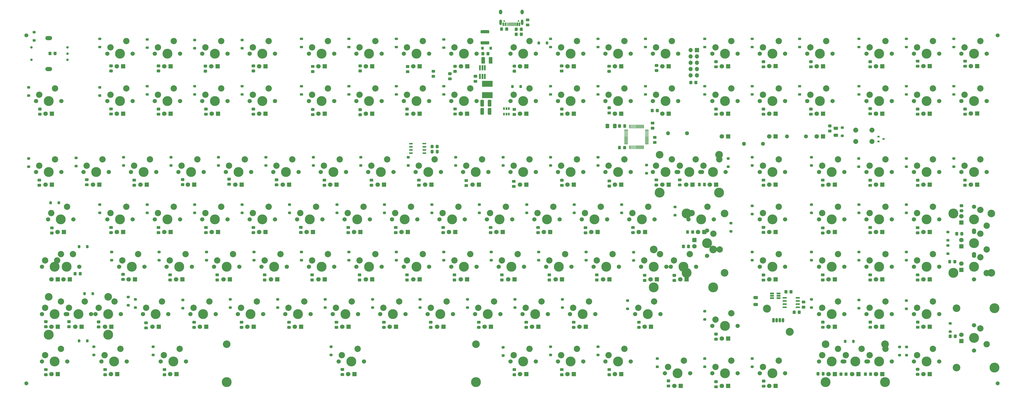
<source format=gbr>
G04 #@! TF.GenerationSoftware,KiCad,Pcbnew,(5.99.0-2555-g9cc6a77cc-dirty)*
G04 #@! TF.CreationDate,2020-08-06T21:31:07-04:00*
G04 #@! TF.ProjectId,Boston-keyboard-S,426f7374-6f6e-42d6-9b65-79626f617264,rev?*
G04 #@! TF.SameCoordinates,Original*
G04 #@! TF.FileFunction,Soldermask,Bot*
G04 #@! TF.FilePolarity,Negative*
%FSLAX46Y46*%
G04 Gerber Fmt 4.6, Leading zero omitted, Abs format (unit mm)*
G04 Created by KiCad (PCBNEW (5.99.0-2555-g9cc6a77cc-dirty)) date 2020-08-06 21:31:07*
%MOMM*%
%LPD*%
G01*
G04 APERTURE LIST*
%ADD10O,1.070000X1.800000*%
%ADD11R,1.070000X1.800000*%
%ADD12C,1.596000*%
%ADD13R,1.560000X0.650000*%
%ADD14C,1.800000*%
%ADD15R,1.800000X1.800000*%
%ADD16C,2.540000*%
%ADD17C,1.701800*%
%ADD18C,3.987800*%
%ADD19R,1.550000X0.600000*%
%ADD20O,1.100000X2.200000*%
%ADD21O,1.300000X1.900000*%
%ADD22C,0.650000*%
%ADD23C,3.200000*%
%ADD24R,0.650000X1.060000*%
%ADD25R,0.650000X2.000000*%
%ADD26R,0.900000X0.800000*%
%ADD27R,4.200000X2.400000*%
%ADD28O,1.700000X1.700000*%
%ADD29R,1.700000X1.700000*%
%ADD30C,1.016000*%
%ADD31O,2.768600X1.651000*%
%ADD32C,3.048000*%
%ADD33C,2.000000*%
%ADD34C,1.600000*%
%ADD35O,1.600000X1.600000*%
G04 APERTURE END LIST*
D10*
X294799000Y-59600000D03*
X293529000Y-59600000D03*
X292259000Y-59600000D03*
D11*
X290989000Y-59600000D03*
D12*
X381000000Y-85000000D03*
X381000000Y55000000D03*
X-9000000Y-85000000D03*
X-9000000Y55000000D03*
G36*
G01*
X284445000Y-51095000D02*
X283195000Y-51095000D01*
G75*
G02*
X282945000Y-50845000I0J250000D01*
G01*
X282945000Y-50095000D01*
G75*
G02*
X283195000Y-49845000I250000J0D01*
G01*
X284445000Y-49845000D01*
G75*
G02*
X284695000Y-50095000I0J-250000D01*
G01*
X284695000Y-50845000D01*
G75*
G02*
X284445000Y-51095000I-250000J0D01*
G01*
G37*
G36*
G01*
X284445000Y-53895000D02*
X283195000Y-53895000D01*
G75*
G02*
X282945000Y-53645000I0J250000D01*
G01*
X282945000Y-52895000D01*
G75*
G02*
X283195000Y-52645000I250000J0D01*
G01*
X284445000Y-52645000D01*
G75*
G02*
X284695000Y-52895000I0J-250000D01*
G01*
X284695000Y-53645000D01*
G75*
G02*
X284445000Y-53895000I-250000J0D01*
G01*
G37*
D13*
X293040000Y-49790000D03*
X293040000Y-50740000D03*
X293040000Y-48840000D03*
X290340000Y-48840000D03*
X290340000Y-49790000D03*
X290340000Y-50740000D03*
G36*
G01*
X252875000Y-4625000D02*
X253775000Y-4625000D01*
G75*
G02*
X254025000Y-4875000I0J-250000D01*
G01*
X254025000Y-5525000D01*
G75*
G02*
X253775000Y-5775000I-250000J0D01*
G01*
X252875000Y-5775000D01*
G75*
G02*
X252625000Y-5525000I0J250000D01*
G01*
X252625000Y-4875000D01*
G75*
G02*
X252875000Y-4625000I250000J0D01*
G01*
G37*
G36*
G01*
X252875000Y-2575000D02*
X253775000Y-2575000D01*
G75*
G02*
X254025000Y-2825000I0J-250000D01*
G01*
X254025000Y-3475000D01*
G75*
G02*
X253775000Y-3725000I-250000J0D01*
G01*
X252875000Y-3725000D01*
G75*
G02*
X252625000Y-3475000I0J250000D01*
G01*
X252625000Y-2825000D01*
G75*
G02*
X252875000Y-2575000I250000J0D01*
G01*
G37*
G36*
G01*
X243500000Y-4640000D02*
X244400000Y-4640000D01*
G75*
G02*
X244650000Y-4890000I0J-250000D01*
G01*
X244650000Y-5540000D01*
G75*
G02*
X244400000Y-5790000I-250000J0D01*
G01*
X243500000Y-5790000D01*
G75*
G02*
X243250000Y-5540000I0J250000D01*
G01*
X243250000Y-4890000D01*
G75*
G02*
X243500000Y-4640000I250000J0D01*
G01*
G37*
G36*
G01*
X243500000Y-2590000D02*
X244400000Y-2590000D01*
G75*
G02*
X244650000Y-2840000I0J-250000D01*
G01*
X244650000Y-3490000D01*
G75*
G02*
X244400000Y-3740000I-250000J0D01*
G01*
X243500000Y-3740000D01*
G75*
G02*
X243250000Y-3490000I0J250000D01*
G01*
X243250000Y-2840000D01*
G75*
G02*
X243500000Y-2590000I250000J0D01*
G01*
G37*
G36*
G01*
X302570000Y-53750000D02*
X303470000Y-53750000D01*
G75*
G02*
X303720000Y-54000000I0J-250000D01*
G01*
X303720000Y-54650000D01*
G75*
G02*
X303470000Y-54900000I-250000J0D01*
G01*
X302570000Y-54900000D01*
G75*
G02*
X302320000Y-54650000I0J250000D01*
G01*
X302320000Y-54000000D01*
G75*
G02*
X302570000Y-53750000I250000J0D01*
G01*
G37*
G36*
G01*
X302570000Y-51700000D02*
X303470000Y-51700000D01*
G75*
G02*
X303720000Y-51950000I0J-250000D01*
G01*
X303720000Y-52600000D01*
G75*
G02*
X303470000Y-52850000I-250000J0D01*
G01*
X302570000Y-52850000D01*
G75*
G02*
X302320000Y-52600000I0J250000D01*
G01*
X302320000Y-51950000D01*
G75*
G02*
X302570000Y-51700000I250000J0D01*
G01*
G37*
G36*
G01*
X262675000Y-5475000D02*
X262675000Y-4575000D01*
G75*
G02*
X262925000Y-4325000I250000J0D01*
G01*
X263575000Y-4325000D01*
G75*
G02*
X263825000Y-4575000I0J-250000D01*
G01*
X263825000Y-5475000D01*
G75*
G02*
X263575000Y-5725000I-250000J0D01*
G01*
X262925000Y-5725000D01*
G75*
G02*
X262675000Y-5475000I0J250000D01*
G01*
G37*
G36*
G01*
X260625000Y-5475000D02*
X260625000Y-4575000D01*
G75*
G02*
X260875000Y-4325000I250000J0D01*
G01*
X261525000Y-4325000D01*
G75*
G02*
X261775000Y-4575000I0J-250000D01*
G01*
X261775000Y-5475000D01*
G75*
G02*
X261525000Y-5725000I-250000J0D01*
G01*
X260875000Y-5725000D01*
G75*
G02*
X260625000Y-5475000I0J250000D01*
G01*
G37*
D14*
X255905000Y-5080000D03*
D15*
X258445000Y-5080000D03*
D14*
X246375000Y-5062500D03*
D15*
X248915000Y-5062500D03*
D14*
X265430000Y-5080000D03*
D15*
X267970000Y-5080000D03*
G36*
G01*
X299840000Y-55940000D02*
X299840000Y-56840000D01*
G75*
G02*
X299590000Y-57090000I-250000J0D01*
G01*
X298940000Y-57090000D01*
G75*
G02*
X298690000Y-56840000I0J250000D01*
G01*
X298690000Y-55940000D01*
G75*
G02*
X298940000Y-55690000I250000J0D01*
G01*
X299590000Y-55690000D01*
G75*
G02*
X299840000Y-55940000I0J-250000D01*
G01*
G37*
G36*
G01*
X301890000Y-55940000D02*
X301890000Y-56840000D01*
G75*
G02*
X301640000Y-57090000I-250000J0D01*
G01*
X300990000Y-57090000D01*
G75*
G02*
X300740000Y-56840000I0J250000D01*
G01*
X300740000Y-55940000D01*
G75*
G02*
X300990000Y-55690000I250000J0D01*
G01*
X301640000Y-55690000D01*
G75*
G02*
X301890000Y-55940000I0J-250000D01*
G01*
G37*
G36*
G01*
X318250000Y18350000D02*
X318950000Y18350000D01*
G75*
G02*
X319200000Y18100000I0J-250000D01*
G01*
X319200000Y17600000D01*
G75*
G02*
X318950000Y17350000I-250000J0D01*
G01*
X318250000Y17350000D01*
G75*
G02*
X318000000Y17600000I0J250000D01*
G01*
X318000000Y18100000D01*
G75*
G02*
X318250000Y18350000I250000J0D01*
G01*
G37*
G36*
G01*
X318250000Y15050000D02*
X318950000Y15050000D01*
G75*
G02*
X319200000Y14800000I0J-250000D01*
G01*
X319200000Y14300000D01*
G75*
G02*
X318950000Y14050000I-250000J0D01*
G01*
X318250000Y14050000D01*
G75*
G02*
X318000000Y14300000I0J250000D01*
G01*
X318000000Y14800000D01*
G75*
G02*
X318250000Y15050000I250000J0D01*
G01*
G37*
G36*
G01*
X272450000Y5950000D02*
X273150000Y5950000D01*
G75*
G02*
X273400000Y5700000I0J-250000D01*
G01*
X273400000Y5200000D01*
G75*
G02*
X273150000Y4950000I-250000J0D01*
G01*
X272450000Y4950000D01*
G75*
G02*
X272200000Y5200000I0J250000D01*
G01*
X272200000Y5700000D01*
G75*
G02*
X272450000Y5950000I250000J0D01*
G01*
G37*
G36*
G01*
X272450000Y2650000D02*
X273150000Y2650000D01*
G75*
G02*
X273400000Y2400000I0J-250000D01*
G01*
X273400000Y1900000D01*
G75*
G02*
X273150000Y1650000I-250000J0D01*
G01*
X272450000Y1650000D01*
G75*
G02*
X272200000Y1900000I0J250000D01*
G01*
X272200000Y2400000D01*
G75*
G02*
X272450000Y2650000I250000J0D01*
G01*
G37*
G36*
G01*
X-6250000Y56750000D02*
X-5550000Y56750000D01*
G75*
G02*
X-5300000Y56500000I0J-250000D01*
G01*
X-5300000Y56000000D01*
G75*
G02*
X-5550000Y55750000I-250000J0D01*
G01*
X-6250000Y55750000D01*
G75*
G02*
X-6500000Y56000000I0J250000D01*
G01*
X-6500000Y56500000D01*
G75*
G02*
X-6250000Y56750000I250000J0D01*
G01*
G37*
G36*
G01*
X-6250000Y53450000D02*
X-5550000Y53450000D01*
G75*
G02*
X-5300000Y53200000I0J-250000D01*
G01*
X-5300000Y52700000D01*
G75*
G02*
X-5550000Y52450000I-250000J0D01*
G01*
X-6250000Y52450000D01*
G75*
G02*
X-6500000Y52700000I0J250000D01*
G01*
X-6500000Y53200000D01*
G75*
G02*
X-6250000Y53450000I250000J0D01*
G01*
G37*
G36*
G01*
X361580000Y-60390000D02*
X362280000Y-60390000D01*
G75*
G02*
X362530000Y-60640000I0J-250000D01*
G01*
X362530000Y-61140000D01*
G75*
G02*
X362280000Y-61390000I-250000J0D01*
G01*
X361580000Y-61390000D01*
G75*
G02*
X361330000Y-61140000I0J250000D01*
G01*
X361330000Y-60640000D01*
G75*
G02*
X361580000Y-60390000I250000J0D01*
G01*
G37*
G36*
G01*
X361580000Y-63690000D02*
X362280000Y-63690000D01*
G75*
G02*
X362530000Y-63940000I0J-250000D01*
G01*
X362530000Y-64440000D01*
G75*
G02*
X362280000Y-64690000I-250000J0D01*
G01*
X361580000Y-64690000D01*
G75*
G02*
X361330000Y-64440000I0J250000D01*
G01*
X361330000Y-63940000D01*
G75*
G02*
X361580000Y-63690000I250000J0D01*
G01*
G37*
G36*
G01*
X360650000Y-23650000D02*
X361350000Y-23650000D01*
G75*
G02*
X361600000Y-23900000I0J-250000D01*
G01*
X361600000Y-24400000D01*
G75*
G02*
X361350000Y-24650000I-250000J0D01*
G01*
X360650000Y-24650000D01*
G75*
G02*
X360400000Y-24400000I0J250000D01*
G01*
X360400000Y-23900000D01*
G75*
G02*
X360650000Y-23650000I250000J0D01*
G01*
G37*
G36*
G01*
X360650000Y-26950000D02*
X361350000Y-26950000D01*
G75*
G02*
X361600000Y-27200000I0J-250000D01*
G01*
X361600000Y-27700000D01*
G75*
G02*
X361350000Y-27950000I-250000J0D01*
G01*
X360650000Y-27950000D01*
G75*
G02*
X360400000Y-27700000I0J250000D01*
G01*
X360400000Y-27200000D01*
G75*
G02*
X360650000Y-26950000I250000J0D01*
G01*
G37*
G36*
G01*
X360650000Y-29050000D02*
X361350000Y-29050000D01*
G75*
G02*
X361600000Y-29300000I0J-250000D01*
G01*
X361600000Y-29800000D01*
G75*
G02*
X361350000Y-30050000I-250000J0D01*
G01*
X360650000Y-30050000D01*
G75*
G02*
X360400000Y-29800000I0J250000D01*
G01*
X360400000Y-29300000D01*
G75*
G02*
X360650000Y-29050000I250000J0D01*
G01*
G37*
G36*
G01*
X360650000Y-32350000D02*
X361350000Y-32350000D01*
G75*
G02*
X361600000Y-32600000I0J-250000D01*
G01*
X361600000Y-33100000D01*
G75*
G02*
X361350000Y-33350000I-250000J0D01*
G01*
X360650000Y-33350000D01*
G75*
G02*
X360400000Y-33100000I0J250000D01*
G01*
X360400000Y-32600000D01*
G75*
G02*
X360650000Y-32350000I250000J0D01*
G01*
G37*
G36*
G01*
X363028750Y5960000D02*
X363728750Y5960000D01*
G75*
G02*
X363978750Y5710000I0J-250000D01*
G01*
X363978750Y5210000D01*
G75*
G02*
X363728750Y4960000I-250000J0D01*
G01*
X363028750Y4960000D01*
G75*
G02*
X362778750Y5210000I0J250000D01*
G01*
X362778750Y5710000D01*
G75*
G02*
X363028750Y5960000I250000J0D01*
G01*
G37*
G36*
G01*
X363028750Y2660000D02*
X363728750Y2660000D01*
G75*
G02*
X363978750Y2410000I0J-250000D01*
G01*
X363978750Y1910000D01*
G75*
G02*
X363728750Y1660000I-250000J0D01*
G01*
X363028750Y1660000D01*
G75*
G02*
X362778750Y1910000I0J250000D01*
G01*
X362778750Y2410000D01*
G75*
G02*
X363028750Y2660000I250000J0D01*
G01*
G37*
G36*
G01*
X363028750Y35011250D02*
X363728750Y35011250D01*
G75*
G02*
X363978750Y34761250I0J-250000D01*
G01*
X363978750Y34261250D01*
G75*
G02*
X363728750Y34011250I-250000J0D01*
G01*
X363028750Y34011250D01*
G75*
G02*
X362778750Y34261250I0J250000D01*
G01*
X362778750Y34761250D01*
G75*
G02*
X363028750Y35011250I250000J0D01*
G01*
G37*
G36*
G01*
X363028750Y31711250D02*
X363728750Y31711250D01*
G75*
G02*
X363978750Y31461250I0J-250000D01*
G01*
X363978750Y30961250D01*
G75*
G02*
X363728750Y30711250I-250000J0D01*
G01*
X363028750Y30711250D01*
G75*
G02*
X362778750Y30961250I0J250000D01*
G01*
X362778750Y31461250D01*
G75*
G02*
X363028750Y31711250I250000J0D01*
G01*
G37*
G36*
G01*
X363028750Y54061250D02*
X363728750Y54061250D01*
G75*
G02*
X363978750Y53811250I0J-250000D01*
G01*
X363978750Y53311250D01*
G75*
G02*
X363728750Y53061250I-250000J0D01*
G01*
X363028750Y53061250D01*
G75*
G02*
X362778750Y53311250I0J250000D01*
G01*
X362778750Y53811250D01*
G75*
G02*
X363028750Y54061250I250000J0D01*
G01*
G37*
G36*
G01*
X363028750Y50761250D02*
X363728750Y50761250D01*
G75*
G02*
X363978750Y50511250I0J-250000D01*
G01*
X363978750Y50011250D01*
G75*
G02*
X363728750Y49761250I-250000J0D01*
G01*
X363028750Y49761250D01*
G75*
G02*
X362778750Y50011250I0J250000D01*
G01*
X362778750Y50511250D01*
G75*
G02*
X363028750Y50761250I250000J0D01*
G01*
G37*
G36*
G01*
X344050000Y-69850000D02*
X344750000Y-69850000D01*
G75*
G02*
X345000000Y-70100000I0J-250000D01*
G01*
X345000000Y-70600000D01*
G75*
G02*
X344750000Y-70850000I-250000J0D01*
G01*
X344050000Y-70850000D01*
G75*
G02*
X343800000Y-70600000I0J250000D01*
G01*
X343800000Y-70100000D01*
G75*
G02*
X344050000Y-69850000I250000J0D01*
G01*
G37*
G36*
G01*
X344050000Y-73150000D02*
X344750000Y-73150000D01*
G75*
G02*
X345000000Y-73400000I0J-250000D01*
G01*
X345000000Y-73900000D01*
G75*
G02*
X344750000Y-74150000I-250000J0D01*
G01*
X344050000Y-74150000D01*
G75*
G02*
X343800000Y-73900000I0J250000D01*
G01*
X343800000Y-73400000D01*
G75*
G02*
X344050000Y-73150000I250000J0D01*
G01*
G37*
G36*
G01*
X343978750Y-51190000D02*
X344678750Y-51190000D01*
G75*
G02*
X344928750Y-51440000I0J-250000D01*
G01*
X344928750Y-51940000D01*
G75*
G02*
X344678750Y-52190000I-250000J0D01*
G01*
X343978750Y-52190000D01*
G75*
G02*
X343728750Y-51940000I0J250000D01*
G01*
X343728750Y-51440000D01*
G75*
G02*
X343978750Y-51190000I250000J0D01*
G01*
G37*
G36*
G01*
X343978750Y-54490000D02*
X344678750Y-54490000D01*
G75*
G02*
X344928750Y-54740000I0J-250000D01*
G01*
X344928750Y-55240000D01*
G75*
G02*
X344678750Y-55490000I-250000J0D01*
G01*
X343978750Y-55490000D01*
G75*
G02*
X343728750Y-55240000I0J250000D01*
G01*
X343728750Y-54740000D01*
G75*
G02*
X343978750Y-54490000I250000J0D01*
G01*
G37*
G36*
G01*
X343978750Y-31663750D02*
X344678750Y-31663750D01*
G75*
G02*
X344928750Y-31913750I0J-250000D01*
G01*
X344928750Y-32413750D01*
G75*
G02*
X344678750Y-32663750I-250000J0D01*
G01*
X343978750Y-32663750D01*
G75*
G02*
X343728750Y-32413750I0J250000D01*
G01*
X343728750Y-31913750D01*
G75*
G02*
X343978750Y-31663750I250000J0D01*
G01*
G37*
G36*
G01*
X343978750Y-34963750D02*
X344678750Y-34963750D01*
G75*
G02*
X344928750Y-35213750I0J-250000D01*
G01*
X344928750Y-35713750D01*
G75*
G02*
X344678750Y-35963750I-250000J0D01*
G01*
X343978750Y-35963750D01*
G75*
G02*
X343728750Y-35713750I0J250000D01*
G01*
X343728750Y-35213750D01*
G75*
G02*
X343978750Y-34963750I250000J0D01*
G01*
G37*
G36*
G01*
X343978750Y-12613750D02*
X344678750Y-12613750D01*
G75*
G02*
X344928750Y-12863750I0J-250000D01*
G01*
X344928750Y-13363750D01*
G75*
G02*
X344678750Y-13613750I-250000J0D01*
G01*
X343978750Y-13613750D01*
G75*
G02*
X343728750Y-13363750I0J250000D01*
G01*
X343728750Y-12863750D01*
G75*
G02*
X343978750Y-12613750I250000J0D01*
G01*
G37*
G36*
G01*
X343978750Y-15913750D02*
X344678750Y-15913750D01*
G75*
G02*
X344928750Y-16163750I0J-250000D01*
G01*
X344928750Y-16663750D01*
G75*
G02*
X344678750Y-16913750I-250000J0D01*
G01*
X343978750Y-16913750D01*
G75*
G02*
X343728750Y-16663750I0J250000D01*
G01*
X343728750Y-16163750D01*
G75*
G02*
X343978750Y-15913750I250000J0D01*
G01*
G37*
G36*
G01*
X343978750Y5960000D02*
X344678750Y5960000D01*
G75*
G02*
X344928750Y5710000I0J-250000D01*
G01*
X344928750Y5210000D01*
G75*
G02*
X344678750Y4960000I-250000J0D01*
G01*
X343978750Y4960000D01*
G75*
G02*
X343728750Y5210000I0J250000D01*
G01*
X343728750Y5710000D01*
G75*
G02*
X343978750Y5960000I250000J0D01*
G01*
G37*
G36*
G01*
X343978750Y2660000D02*
X344678750Y2660000D01*
G75*
G02*
X344928750Y2410000I0J-250000D01*
G01*
X344928750Y1910000D01*
G75*
G02*
X344678750Y1660000I-250000J0D01*
G01*
X343978750Y1660000D01*
G75*
G02*
X343728750Y1910000I0J250000D01*
G01*
X343728750Y2410000D01*
G75*
G02*
X343978750Y2660000I250000J0D01*
G01*
G37*
G36*
G01*
X343978750Y35011250D02*
X344678750Y35011250D01*
G75*
G02*
X344928750Y34761250I0J-250000D01*
G01*
X344928750Y34261250D01*
G75*
G02*
X344678750Y34011250I-250000J0D01*
G01*
X343978750Y34011250D01*
G75*
G02*
X343728750Y34261250I0J250000D01*
G01*
X343728750Y34761250D01*
G75*
G02*
X343978750Y35011250I250000J0D01*
G01*
G37*
G36*
G01*
X343978750Y31711250D02*
X344678750Y31711250D01*
G75*
G02*
X344928750Y31461250I0J-250000D01*
G01*
X344928750Y30961250D01*
G75*
G02*
X344678750Y30711250I-250000J0D01*
G01*
X343978750Y30711250D01*
G75*
G02*
X343728750Y30961250I0J250000D01*
G01*
X343728750Y31461250D01*
G75*
G02*
X343978750Y31711250I250000J0D01*
G01*
G37*
G36*
G01*
X343978750Y54061250D02*
X344678750Y54061250D01*
G75*
G02*
X344928750Y53811250I0J-250000D01*
G01*
X344928750Y53311250D01*
G75*
G02*
X344678750Y53061250I-250000J0D01*
G01*
X343978750Y53061250D01*
G75*
G02*
X343728750Y53311250I0J250000D01*
G01*
X343728750Y53811250D01*
G75*
G02*
X343978750Y54061250I250000J0D01*
G01*
G37*
G36*
G01*
X343978750Y50761250D02*
X344678750Y50761250D01*
G75*
G02*
X344928750Y50511250I0J-250000D01*
G01*
X344928750Y50011250D01*
G75*
G02*
X344678750Y49761250I-250000J0D01*
G01*
X343978750Y49761250D01*
G75*
G02*
X343728750Y50011250I0J250000D01*
G01*
X343728750Y50511250D01*
G75*
G02*
X343978750Y50761250I250000J0D01*
G01*
G37*
G36*
G01*
X341250000Y-69850000D02*
X341950000Y-69850000D01*
G75*
G02*
X342200000Y-70100000I0J-250000D01*
G01*
X342200000Y-70600000D01*
G75*
G02*
X341950000Y-70850000I-250000J0D01*
G01*
X341250000Y-70850000D01*
G75*
G02*
X341000000Y-70600000I0J250000D01*
G01*
X341000000Y-70100000D01*
G75*
G02*
X341250000Y-69850000I250000J0D01*
G01*
G37*
G36*
G01*
X341250000Y-73150000D02*
X341950000Y-73150000D01*
G75*
G02*
X342200000Y-73400000I0J-250000D01*
G01*
X342200000Y-73900000D01*
G75*
G02*
X341950000Y-74150000I-250000J0D01*
G01*
X341250000Y-74150000D01*
G75*
G02*
X341000000Y-73900000I0J250000D01*
G01*
X341000000Y-73400000D01*
G75*
G02*
X341250000Y-73150000I250000J0D01*
G01*
G37*
G36*
G01*
X324928750Y-50968750D02*
X325628750Y-50968750D01*
G75*
G02*
X325878750Y-51218750I0J-250000D01*
G01*
X325878750Y-51718750D01*
G75*
G02*
X325628750Y-51968750I-250000J0D01*
G01*
X324928750Y-51968750D01*
G75*
G02*
X324678750Y-51718750I0J250000D01*
G01*
X324678750Y-51218750D01*
G75*
G02*
X324928750Y-50968750I250000J0D01*
G01*
G37*
G36*
G01*
X324928750Y-54268750D02*
X325628750Y-54268750D01*
G75*
G02*
X325878750Y-54518750I0J-250000D01*
G01*
X325878750Y-55018750D01*
G75*
G02*
X325628750Y-55268750I-250000J0D01*
G01*
X324928750Y-55268750D01*
G75*
G02*
X324678750Y-55018750I0J250000D01*
G01*
X324678750Y-54518750D01*
G75*
G02*
X324928750Y-54268750I250000J0D01*
G01*
G37*
G36*
G01*
X324928750Y-31663750D02*
X325628750Y-31663750D01*
G75*
G02*
X325878750Y-31913750I0J-250000D01*
G01*
X325878750Y-32413750D01*
G75*
G02*
X325628750Y-32663750I-250000J0D01*
G01*
X324928750Y-32663750D01*
G75*
G02*
X324678750Y-32413750I0J250000D01*
G01*
X324678750Y-31913750D01*
G75*
G02*
X324928750Y-31663750I250000J0D01*
G01*
G37*
G36*
G01*
X324928750Y-34963750D02*
X325628750Y-34963750D01*
G75*
G02*
X325878750Y-35213750I0J-250000D01*
G01*
X325878750Y-35713750D01*
G75*
G02*
X325628750Y-35963750I-250000J0D01*
G01*
X324928750Y-35963750D01*
G75*
G02*
X324678750Y-35713750I0J250000D01*
G01*
X324678750Y-35213750D01*
G75*
G02*
X324928750Y-34963750I250000J0D01*
G01*
G37*
G36*
G01*
X324928750Y-12613750D02*
X325628750Y-12613750D01*
G75*
G02*
X325878750Y-12863750I0J-250000D01*
G01*
X325878750Y-13363750D01*
G75*
G02*
X325628750Y-13613750I-250000J0D01*
G01*
X324928750Y-13613750D01*
G75*
G02*
X324678750Y-13363750I0J250000D01*
G01*
X324678750Y-12863750D01*
G75*
G02*
X324928750Y-12613750I250000J0D01*
G01*
G37*
G36*
G01*
X324928750Y-15913750D02*
X325628750Y-15913750D01*
G75*
G02*
X325878750Y-16163750I0J-250000D01*
G01*
X325878750Y-16663750D01*
G75*
G02*
X325628750Y-16913750I-250000J0D01*
G01*
X324928750Y-16913750D01*
G75*
G02*
X324678750Y-16663750I0J250000D01*
G01*
X324678750Y-16163750D01*
G75*
G02*
X324928750Y-15913750I250000J0D01*
G01*
G37*
G36*
G01*
X324850000Y5960000D02*
X325550000Y5960000D01*
G75*
G02*
X325800000Y5710000I0J-250000D01*
G01*
X325800000Y5210000D01*
G75*
G02*
X325550000Y4960000I-250000J0D01*
G01*
X324850000Y4960000D01*
G75*
G02*
X324600000Y5210000I0J250000D01*
G01*
X324600000Y5710000D01*
G75*
G02*
X324850000Y5960000I250000J0D01*
G01*
G37*
G36*
G01*
X324850000Y2660000D02*
X325550000Y2660000D01*
G75*
G02*
X325800000Y2410000I0J-250000D01*
G01*
X325800000Y1910000D01*
G75*
G02*
X325550000Y1660000I-250000J0D01*
G01*
X324850000Y1660000D01*
G75*
G02*
X324600000Y1910000I0J250000D01*
G01*
X324600000Y2410000D01*
G75*
G02*
X324850000Y2660000I250000J0D01*
G01*
G37*
G36*
G01*
X324928750Y35011250D02*
X325628750Y35011250D01*
G75*
G02*
X325878750Y34761250I0J-250000D01*
G01*
X325878750Y34261250D01*
G75*
G02*
X325628750Y34011250I-250000J0D01*
G01*
X324928750Y34011250D01*
G75*
G02*
X324678750Y34261250I0J250000D01*
G01*
X324678750Y34761250D01*
G75*
G02*
X324928750Y35011250I250000J0D01*
G01*
G37*
G36*
G01*
X324928750Y31711250D02*
X325628750Y31711250D01*
G75*
G02*
X325878750Y31461250I0J-250000D01*
G01*
X325878750Y30961250D01*
G75*
G02*
X325628750Y30711250I-250000J0D01*
G01*
X324928750Y30711250D01*
G75*
G02*
X324678750Y30961250I0J250000D01*
G01*
X324678750Y31461250D01*
G75*
G02*
X324928750Y31711250I250000J0D01*
G01*
G37*
G36*
G01*
X324928750Y54061250D02*
X325628750Y54061250D01*
G75*
G02*
X325878750Y53811250I0J-250000D01*
G01*
X325878750Y53311250D01*
G75*
G02*
X325628750Y53061250I-250000J0D01*
G01*
X324928750Y53061250D01*
G75*
G02*
X324678750Y53311250I0J250000D01*
G01*
X324678750Y53811250D01*
G75*
G02*
X324928750Y54061250I250000J0D01*
G01*
G37*
G36*
G01*
X324928750Y50761250D02*
X325628750Y50761250D01*
G75*
G02*
X325878750Y50511250I0J-250000D01*
G01*
X325878750Y50011250D01*
G75*
G02*
X325628750Y49761250I-250000J0D01*
G01*
X324928750Y49761250D01*
G75*
G02*
X324678750Y50011250I0J250000D01*
G01*
X324678750Y50511250D01*
G75*
G02*
X324928750Y50761250I250000J0D01*
G01*
G37*
G36*
G01*
X323550000Y-67750000D02*
X323550000Y-68450000D01*
G75*
G02*
X323300000Y-68700000I-250000J0D01*
G01*
X322800000Y-68700000D01*
G75*
G02*
X322550000Y-68450000I0J250000D01*
G01*
X322550000Y-67750000D01*
G75*
G02*
X322800000Y-67500000I250000J0D01*
G01*
X323300000Y-67500000D01*
G75*
G02*
X323550000Y-67750000I0J-250000D01*
G01*
G37*
G36*
G01*
X320250000Y-67750000D02*
X320250000Y-68450000D01*
G75*
G02*
X320000000Y-68700000I-250000J0D01*
G01*
X319500000Y-68700000D01*
G75*
G02*
X319250000Y-68450000I0J250000D01*
G01*
X319250000Y-67750000D01*
G75*
G02*
X319500000Y-67500000I250000J0D01*
G01*
X320000000Y-67500000D01*
G75*
G02*
X320250000Y-67750000I0J-250000D01*
G01*
G37*
G36*
G01*
X305878750Y-50713750D02*
X306578750Y-50713750D01*
G75*
G02*
X306828750Y-50963750I0J-250000D01*
G01*
X306828750Y-51463750D01*
G75*
G02*
X306578750Y-51713750I-250000J0D01*
G01*
X305878750Y-51713750D01*
G75*
G02*
X305628750Y-51463750I0J250000D01*
G01*
X305628750Y-50963750D01*
G75*
G02*
X305878750Y-50713750I250000J0D01*
G01*
G37*
G36*
G01*
X305878750Y-54013750D02*
X306578750Y-54013750D01*
G75*
G02*
X306828750Y-54263750I0J-250000D01*
G01*
X306828750Y-54763750D01*
G75*
G02*
X306578750Y-55013750I-250000J0D01*
G01*
X305878750Y-55013750D01*
G75*
G02*
X305628750Y-54763750I0J250000D01*
G01*
X305628750Y-54263750D01*
G75*
G02*
X305878750Y-54013750I250000J0D01*
G01*
G37*
G36*
G01*
X305878750Y-31663750D02*
X306578750Y-31663750D01*
G75*
G02*
X306828750Y-31913750I0J-250000D01*
G01*
X306828750Y-32413750D01*
G75*
G02*
X306578750Y-32663750I-250000J0D01*
G01*
X305878750Y-32663750D01*
G75*
G02*
X305628750Y-32413750I0J250000D01*
G01*
X305628750Y-31913750D01*
G75*
G02*
X305878750Y-31663750I250000J0D01*
G01*
G37*
G36*
G01*
X305878750Y-34963750D02*
X306578750Y-34963750D01*
G75*
G02*
X306828750Y-35213750I0J-250000D01*
G01*
X306828750Y-35713750D01*
G75*
G02*
X306578750Y-35963750I-250000J0D01*
G01*
X305878750Y-35963750D01*
G75*
G02*
X305628750Y-35713750I0J250000D01*
G01*
X305628750Y-35213750D01*
G75*
G02*
X305878750Y-34963750I250000J0D01*
G01*
G37*
G36*
G01*
X305878750Y-12613750D02*
X306578750Y-12613750D01*
G75*
G02*
X306828750Y-12863750I0J-250000D01*
G01*
X306828750Y-13363750D01*
G75*
G02*
X306578750Y-13613750I-250000J0D01*
G01*
X305878750Y-13613750D01*
G75*
G02*
X305628750Y-13363750I0J250000D01*
G01*
X305628750Y-12863750D01*
G75*
G02*
X305878750Y-12613750I250000J0D01*
G01*
G37*
G36*
G01*
X305878750Y-15913750D02*
X306578750Y-15913750D01*
G75*
G02*
X306828750Y-16163750I0J-250000D01*
G01*
X306828750Y-16663750D01*
G75*
G02*
X306578750Y-16913750I-250000J0D01*
G01*
X305878750Y-16913750D01*
G75*
G02*
X305628750Y-16663750I0J250000D01*
G01*
X305628750Y-16163750D01*
G75*
G02*
X305878750Y-15913750I250000J0D01*
G01*
G37*
G36*
G01*
X305878750Y6436250D02*
X306578750Y6436250D01*
G75*
G02*
X306828750Y6186250I0J-250000D01*
G01*
X306828750Y5686250D01*
G75*
G02*
X306578750Y5436250I-250000J0D01*
G01*
X305878750Y5436250D01*
G75*
G02*
X305628750Y5686250I0J250000D01*
G01*
X305628750Y6186250D01*
G75*
G02*
X305878750Y6436250I250000J0D01*
G01*
G37*
G36*
G01*
X305878750Y3136250D02*
X306578750Y3136250D01*
G75*
G02*
X306828750Y2886250I0J-250000D01*
G01*
X306828750Y2386250D01*
G75*
G02*
X306578750Y2136250I-250000J0D01*
G01*
X305878750Y2136250D01*
G75*
G02*
X305628750Y2386250I0J250000D01*
G01*
X305628750Y2886250D01*
G75*
G02*
X305878750Y3136250I250000J0D01*
G01*
G37*
G36*
G01*
X301116250Y35011250D02*
X301816250Y35011250D01*
G75*
G02*
X302066250Y34761250I0J-250000D01*
G01*
X302066250Y34261250D01*
G75*
G02*
X301816250Y34011250I-250000J0D01*
G01*
X301116250Y34011250D01*
G75*
G02*
X300866250Y34261250I0J250000D01*
G01*
X300866250Y34761250D01*
G75*
G02*
X301116250Y35011250I250000J0D01*
G01*
G37*
G36*
G01*
X301116250Y31711250D02*
X301816250Y31711250D01*
G75*
G02*
X302066250Y31461250I0J-250000D01*
G01*
X302066250Y30961250D01*
G75*
G02*
X301816250Y30711250I-250000J0D01*
G01*
X301116250Y30711250D01*
G75*
G02*
X300866250Y30961250I0J250000D01*
G01*
X300866250Y31461250D01*
G75*
G02*
X301116250Y31711250I250000J0D01*
G01*
G37*
G36*
G01*
X301116250Y54061250D02*
X301816250Y54061250D01*
G75*
G02*
X302066250Y53811250I0J-250000D01*
G01*
X302066250Y53311250D01*
G75*
G02*
X301816250Y53061250I-250000J0D01*
G01*
X301116250Y53061250D01*
G75*
G02*
X300866250Y53311250I0J250000D01*
G01*
X300866250Y53811250D01*
G75*
G02*
X301116250Y54061250I250000J0D01*
G01*
G37*
G36*
G01*
X301116250Y50761250D02*
X301816250Y50761250D01*
G75*
G02*
X302066250Y50511250I0J-250000D01*
G01*
X302066250Y50011250D01*
G75*
G02*
X301816250Y49761250I-250000J0D01*
G01*
X301116250Y49761250D01*
G75*
G02*
X300866250Y50011250I0J250000D01*
G01*
X300866250Y50511250D01*
G75*
G02*
X301116250Y50761250I250000J0D01*
G01*
G37*
G36*
G01*
X282066250Y-74526250D02*
X282766250Y-74526250D01*
G75*
G02*
X283016250Y-74776250I0J-250000D01*
G01*
X283016250Y-75276250D01*
G75*
G02*
X282766250Y-75526250I-250000J0D01*
G01*
X282066250Y-75526250D01*
G75*
G02*
X281816250Y-75276250I0J250000D01*
G01*
X281816250Y-74776250D01*
G75*
G02*
X282066250Y-74526250I250000J0D01*
G01*
G37*
G36*
G01*
X282066250Y-77826250D02*
X282766250Y-77826250D01*
G75*
G02*
X283016250Y-78076250I0J-250000D01*
G01*
X283016250Y-78576250D01*
G75*
G02*
X282766250Y-78826250I-250000J0D01*
G01*
X282066250Y-78826250D01*
G75*
G02*
X281816250Y-78576250I0J250000D01*
G01*
X281816250Y-78076250D01*
G75*
G02*
X282066250Y-77826250I250000J0D01*
G01*
G37*
G36*
G01*
X282066250Y-31663750D02*
X282766250Y-31663750D01*
G75*
G02*
X283016250Y-31913750I0J-250000D01*
G01*
X283016250Y-32413750D01*
G75*
G02*
X282766250Y-32663750I-250000J0D01*
G01*
X282066250Y-32663750D01*
G75*
G02*
X281816250Y-32413750I0J250000D01*
G01*
X281816250Y-31913750D01*
G75*
G02*
X282066250Y-31663750I250000J0D01*
G01*
G37*
G36*
G01*
X282066250Y-34963750D02*
X282766250Y-34963750D01*
G75*
G02*
X283016250Y-35213750I0J-250000D01*
G01*
X283016250Y-35713750D01*
G75*
G02*
X282766250Y-35963750I-250000J0D01*
G01*
X282066250Y-35963750D01*
G75*
G02*
X281816250Y-35713750I0J250000D01*
G01*
X281816250Y-35213750D01*
G75*
G02*
X282066250Y-34963750I250000J0D01*
G01*
G37*
G36*
G01*
X282066250Y-13090000D02*
X282766250Y-13090000D01*
G75*
G02*
X283016250Y-13340000I0J-250000D01*
G01*
X283016250Y-13840000D01*
G75*
G02*
X282766250Y-14090000I-250000J0D01*
G01*
X282066250Y-14090000D01*
G75*
G02*
X281816250Y-13840000I0J250000D01*
G01*
X281816250Y-13340000D01*
G75*
G02*
X282066250Y-13090000I250000J0D01*
G01*
G37*
G36*
G01*
X282066250Y-16390000D02*
X282766250Y-16390000D01*
G75*
G02*
X283016250Y-16640000I0J-250000D01*
G01*
X283016250Y-17140000D01*
G75*
G02*
X282766250Y-17390000I-250000J0D01*
G01*
X282066250Y-17390000D01*
G75*
G02*
X281816250Y-17140000I0J250000D01*
G01*
X281816250Y-16640000D01*
G75*
G02*
X282066250Y-16390000I250000J0D01*
G01*
G37*
G36*
G01*
X282066250Y6436250D02*
X282766250Y6436250D01*
G75*
G02*
X283016250Y6186250I0J-250000D01*
G01*
X283016250Y5686250D01*
G75*
G02*
X282766250Y5436250I-250000J0D01*
G01*
X282066250Y5436250D01*
G75*
G02*
X281816250Y5686250I0J250000D01*
G01*
X281816250Y6186250D01*
G75*
G02*
X282066250Y6436250I250000J0D01*
G01*
G37*
G36*
G01*
X282066250Y3136250D02*
X282766250Y3136250D01*
G75*
G02*
X283016250Y2886250I0J-250000D01*
G01*
X283016250Y2386250D01*
G75*
G02*
X282766250Y2136250I-250000J0D01*
G01*
X282066250Y2136250D01*
G75*
G02*
X281816250Y2386250I0J250000D01*
G01*
X281816250Y2886250D01*
G75*
G02*
X282066250Y3136250I250000J0D01*
G01*
G37*
G36*
G01*
X282066250Y35011250D02*
X282766250Y35011250D01*
G75*
G02*
X283016250Y34761250I0J-250000D01*
G01*
X283016250Y34261250D01*
G75*
G02*
X282766250Y34011250I-250000J0D01*
G01*
X282066250Y34011250D01*
G75*
G02*
X281816250Y34261250I0J250000D01*
G01*
X281816250Y34761250D01*
G75*
G02*
X282066250Y35011250I250000J0D01*
G01*
G37*
G36*
G01*
X282066250Y31711250D02*
X282766250Y31711250D01*
G75*
G02*
X283016250Y31461250I0J-250000D01*
G01*
X283016250Y30961250D01*
G75*
G02*
X282766250Y30711250I-250000J0D01*
G01*
X282066250Y30711250D01*
G75*
G02*
X281816250Y30961250I0J250000D01*
G01*
X281816250Y31461250D01*
G75*
G02*
X282066250Y31711250I250000J0D01*
G01*
G37*
G36*
G01*
X282066250Y54061250D02*
X282766250Y54061250D01*
G75*
G02*
X283016250Y53811250I0J-250000D01*
G01*
X283016250Y53311250D01*
G75*
G02*
X282766250Y53061250I-250000J0D01*
G01*
X282066250Y53061250D01*
G75*
G02*
X281816250Y53311250I0J250000D01*
G01*
X281816250Y53811250D01*
G75*
G02*
X282066250Y54061250I250000J0D01*
G01*
G37*
G36*
G01*
X282066250Y50761250D02*
X282766250Y50761250D01*
G75*
G02*
X283016250Y50511250I0J-250000D01*
G01*
X283016250Y50011250D01*
G75*
G02*
X282766250Y49761250I-250000J0D01*
G01*
X282066250Y49761250D01*
G75*
G02*
X281816250Y50011250I0J250000D01*
G01*
X281816250Y50511250D01*
G75*
G02*
X282066250Y50761250I250000J0D01*
G01*
G37*
G36*
G01*
X263016250Y-74526250D02*
X263716250Y-74526250D01*
G75*
G02*
X263966250Y-74776250I0J-250000D01*
G01*
X263966250Y-75276250D01*
G75*
G02*
X263716250Y-75526250I-250000J0D01*
G01*
X263016250Y-75526250D01*
G75*
G02*
X262766250Y-75276250I0J250000D01*
G01*
X262766250Y-74776250D01*
G75*
G02*
X263016250Y-74526250I250000J0D01*
G01*
G37*
G36*
G01*
X263016250Y-77826250D02*
X263716250Y-77826250D01*
G75*
G02*
X263966250Y-78076250I0J-250000D01*
G01*
X263966250Y-78576250D01*
G75*
G02*
X263716250Y-78826250I-250000J0D01*
G01*
X263016250Y-78826250D01*
G75*
G02*
X262766250Y-78576250I0J250000D01*
G01*
X262766250Y-78076250D01*
G75*
G02*
X263016250Y-77826250I250000J0D01*
G01*
G37*
G36*
G01*
X263016250Y-55476250D02*
X263716250Y-55476250D01*
G75*
G02*
X263966250Y-55726250I0J-250000D01*
G01*
X263966250Y-56226250D01*
G75*
G02*
X263716250Y-56476250I-250000J0D01*
G01*
X263016250Y-56476250D01*
G75*
G02*
X262766250Y-56226250I0J250000D01*
G01*
X262766250Y-55726250D01*
G75*
G02*
X263016250Y-55476250I250000J0D01*
G01*
G37*
G36*
G01*
X263016250Y-58776250D02*
X263716250Y-58776250D01*
G75*
G02*
X263966250Y-59026250I0J-250000D01*
G01*
X263966250Y-59526250D01*
G75*
G02*
X263716250Y-59776250I-250000J0D01*
G01*
X263016250Y-59776250D01*
G75*
G02*
X262766250Y-59526250I0J250000D01*
G01*
X262766250Y-59026250D01*
G75*
G02*
X263016250Y-58776250I250000J0D01*
G01*
G37*
G36*
G01*
X273550000Y-20050000D02*
X274250000Y-20050000D01*
G75*
G02*
X274500000Y-20300000I0J-250000D01*
G01*
X274500000Y-20800000D01*
G75*
G02*
X274250000Y-21050000I-250000J0D01*
G01*
X273550000Y-21050000D01*
G75*
G02*
X273300000Y-20800000I0J250000D01*
G01*
X273300000Y-20300000D01*
G75*
G02*
X273550000Y-20050000I250000J0D01*
G01*
G37*
G36*
G01*
X273550000Y-23350000D02*
X274250000Y-23350000D01*
G75*
G02*
X274500000Y-23600000I0J-250000D01*
G01*
X274500000Y-24100000D01*
G75*
G02*
X274250000Y-24350000I-250000J0D01*
G01*
X273550000Y-24350000D01*
G75*
G02*
X273300000Y-24100000I0J250000D01*
G01*
X273300000Y-23600000D01*
G75*
G02*
X273550000Y-23350000I250000J0D01*
G01*
G37*
G36*
G01*
X251110000Y-13566250D02*
X251810000Y-13566250D01*
G75*
G02*
X252060000Y-13816250I0J-250000D01*
G01*
X252060000Y-14316250D01*
G75*
G02*
X251810000Y-14566250I-250000J0D01*
G01*
X251110000Y-14566250D01*
G75*
G02*
X250860000Y-14316250I0J250000D01*
G01*
X250860000Y-13816250D01*
G75*
G02*
X251110000Y-13566250I250000J0D01*
G01*
G37*
G36*
G01*
X251110000Y-16866250D02*
X251810000Y-16866250D01*
G75*
G02*
X252060000Y-17116250I0J-250000D01*
G01*
X252060000Y-17616250D01*
G75*
G02*
X251810000Y-17866250I-250000J0D01*
G01*
X251110000Y-17866250D01*
G75*
G02*
X250860000Y-17616250I0J250000D01*
G01*
X250860000Y-17116250D01*
G75*
G02*
X251110000Y-16866250I250000J0D01*
G01*
G37*
G36*
G01*
X239670000Y3320000D02*
X240370000Y3320000D01*
G75*
G02*
X240620000Y3070000I0J-250000D01*
G01*
X240620000Y2570000D01*
G75*
G02*
X240370000Y2320000I-250000J0D01*
G01*
X239670000Y2320000D01*
G75*
G02*
X239420000Y2570000I0J250000D01*
G01*
X239420000Y3070000D01*
G75*
G02*
X239670000Y3320000I250000J0D01*
G01*
G37*
G36*
G01*
X239670000Y20000D02*
X240370000Y20000D01*
G75*
G02*
X240620000Y-230000I0J-250000D01*
G01*
X240620000Y-730000D01*
G75*
G02*
X240370000Y-980000I-250000J0D01*
G01*
X239670000Y-980000D01*
G75*
G02*
X239420000Y-730000I0J250000D01*
G01*
X239420000Y-230000D01*
G75*
G02*
X239670000Y20000I250000J0D01*
G01*
G37*
G36*
G01*
X263016250Y35011250D02*
X263716250Y35011250D01*
G75*
G02*
X263966250Y34761250I0J-250000D01*
G01*
X263966250Y34261250D01*
G75*
G02*
X263716250Y34011250I-250000J0D01*
G01*
X263016250Y34011250D01*
G75*
G02*
X262766250Y34261250I0J250000D01*
G01*
X262766250Y34761250D01*
G75*
G02*
X263016250Y35011250I250000J0D01*
G01*
G37*
G36*
G01*
X263016250Y31711250D02*
X263716250Y31711250D01*
G75*
G02*
X263966250Y31461250I0J-250000D01*
G01*
X263966250Y30961250D01*
G75*
G02*
X263716250Y30711250I-250000J0D01*
G01*
X263016250Y30711250D01*
G75*
G02*
X262766250Y30961250I0J250000D01*
G01*
X262766250Y31461250D01*
G75*
G02*
X263016250Y31711250I250000J0D01*
G01*
G37*
G36*
G01*
X263016250Y54061250D02*
X263716250Y54061250D01*
G75*
G02*
X263966250Y53811250I0J-250000D01*
G01*
X263966250Y53311250D01*
G75*
G02*
X263716250Y53061250I-250000J0D01*
G01*
X263016250Y53061250D01*
G75*
G02*
X262766250Y53311250I0J250000D01*
G01*
X262766250Y53811250D01*
G75*
G02*
X263016250Y54061250I250000J0D01*
G01*
G37*
G36*
G01*
X263016250Y50761250D02*
X263716250Y50761250D01*
G75*
G02*
X263966250Y50511250I0J-250000D01*
G01*
X263966250Y50011250D01*
G75*
G02*
X263716250Y49761250I-250000J0D01*
G01*
X263016250Y49761250D01*
G75*
G02*
X262766250Y50011250I0J250000D01*
G01*
X262766250Y50511250D01*
G75*
G02*
X263016250Y50761250I250000J0D01*
G01*
G37*
G36*
G01*
X243966250Y-74526250D02*
X244666250Y-74526250D01*
G75*
G02*
X244916250Y-74776250I0J-250000D01*
G01*
X244916250Y-75276250D01*
G75*
G02*
X244666250Y-75526250I-250000J0D01*
G01*
X243966250Y-75526250D01*
G75*
G02*
X243716250Y-75276250I0J250000D01*
G01*
X243716250Y-74776250D01*
G75*
G02*
X243966250Y-74526250I250000J0D01*
G01*
G37*
G36*
G01*
X243966250Y-77826250D02*
X244666250Y-77826250D01*
G75*
G02*
X244916250Y-78076250I0J-250000D01*
G01*
X244916250Y-78576250D01*
G75*
G02*
X244666250Y-78826250I-250000J0D01*
G01*
X243966250Y-78826250D01*
G75*
G02*
X243716250Y-78576250I0J250000D01*
G01*
X243716250Y-78076250D01*
G75*
G02*
X243966250Y-77826250I250000J0D01*
G01*
G37*
G36*
G01*
X232060000Y-51190000D02*
X232760000Y-51190000D01*
G75*
G02*
X233010000Y-51440000I0J-250000D01*
G01*
X233010000Y-51940000D01*
G75*
G02*
X232760000Y-52190000I-250000J0D01*
G01*
X232060000Y-52190000D01*
G75*
G02*
X231810000Y-51940000I0J250000D01*
G01*
X231810000Y-51440000D01*
G75*
G02*
X232060000Y-51190000I250000J0D01*
G01*
G37*
G36*
G01*
X232060000Y-54490000D02*
X232760000Y-54490000D01*
G75*
G02*
X233010000Y-54740000I0J-250000D01*
G01*
X233010000Y-55240000D01*
G75*
G02*
X232760000Y-55490000I-250000J0D01*
G01*
X232060000Y-55490000D01*
G75*
G02*
X231810000Y-55240000I0J250000D01*
G01*
X231810000Y-54740000D01*
G75*
G02*
X232060000Y-54490000I250000J0D01*
G01*
G37*
G36*
G01*
X234450000Y-31750000D02*
X235150000Y-31750000D01*
G75*
G02*
X235400000Y-32000000I0J-250000D01*
G01*
X235400000Y-32500000D01*
G75*
G02*
X235150000Y-32750000I-250000J0D01*
G01*
X234450000Y-32750000D01*
G75*
G02*
X234200000Y-32500000I0J250000D01*
G01*
X234200000Y-32000000D01*
G75*
G02*
X234450000Y-31750000I250000J0D01*
G01*
G37*
G36*
G01*
X234450000Y-35050000D02*
X235150000Y-35050000D01*
G75*
G02*
X235400000Y-35300000I0J-250000D01*
G01*
X235400000Y-35800000D01*
G75*
G02*
X235150000Y-36050000I-250000J0D01*
G01*
X234450000Y-36050000D01*
G75*
G02*
X234200000Y-35800000I0J250000D01*
G01*
X234200000Y-35300000D01*
G75*
G02*
X234450000Y-35050000I250000J0D01*
G01*
G37*
G36*
G01*
X229678750Y-12613750D02*
X230378750Y-12613750D01*
G75*
G02*
X230628750Y-12863750I0J-250000D01*
G01*
X230628750Y-13363750D01*
G75*
G02*
X230378750Y-13613750I-250000J0D01*
G01*
X229678750Y-13613750D01*
G75*
G02*
X229428750Y-13363750I0J250000D01*
G01*
X229428750Y-12863750D01*
G75*
G02*
X229678750Y-12613750I250000J0D01*
G01*
G37*
G36*
G01*
X229678750Y-15913750D02*
X230378750Y-15913750D01*
G75*
G02*
X230628750Y-16163750I0J-250000D01*
G01*
X230628750Y-16663750D01*
G75*
G02*
X230378750Y-16913750I-250000J0D01*
G01*
X229678750Y-16913750D01*
G75*
G02*
X229428750Y-16663750I0J250000D01*
G01*
X229428750Y-16163750D01*
G75*
G02*
X229678750Y-15913750I250000J0D01*
G01*
G37*
G36*
G01*
X220153750Y6436250D02*
X220853750Y6436250D01*
G75*
G02*
X221103750Y6186250I0J-250000D01*
G01*
X221103750Y5686250D01*
G75*
G02*
X220853750Y5436250I-250000J0D01*
G01*
X220153750Y5436250D01*
G75*
G02*
X219903750Y5686250I0J250000D01*
G01*
X219903750Y6186250D01*
G75*
G02*
X220153750Y6436250I250000J0D01*
G01*
G37*
G36*
G01*
X220153750Y3136250D02*
X220853750Y3136250D01*
G75*
G02*
X221103750Y2886250I0J-250000D01*
G01*
X221103750Y2386250D01*
G75*
G02*
X220853750Y2136250I-250000J0D01*
G01*
X220153750Y2136250D01*
G75*
G02*
X219903750Y2386250I0J250000D01*
G01*
X219903750Y2886250D01*
G75*
G02*
X220153750Y3136250I250000J0D01*
G01*
G37*
G36*
G01*
X239203750Y35011250D02*
X239903750Y35011250D01*
G75*
G02*
X240153750Y34761250I0J-250000D01*
G01*
X240153750Y34261250D01*
G75*
G02*
X239903750Y34011250I-250000J0D01*
G01*
X239203750Y34011250D01*
G75*
G02*
X238953750Y34261250I0J250000D01*
G01*
X238953750Y34761250D01*
G75*
G02*
X239203750Y35011250I250000J0D01*
G01*
G37*
G36*
G01*
X239203750Y31711250D02*
X239903750Y31711250D01*
G75*
G02*
X240153750Y31461250I0J-250000D01*
G01*
X240153750Y30961250D01*
G75*
G02*
X239903750Y30711250I-250000J0D01*
G01*
X239203750Y30711250D01*
G75*
G02*
X238953750Y30961250I0J250000D01*
G01*
X238953750Y31461250D01*
G75*
G02*
X239203750Y31711250I250000J0D01*
G01*
G37*
G36*
G01*
X239203750Y54061250D02*
X239903750Y54061250D01*
G75*
G02*
X240153750Y53811250I0J-250000D01*
G01*
X240153750Y53311250D01*
G75*
G02*
X239903750Y53061250I-250000J0D01*
G01*
X239203750Y53061250D01*
G75*
G02*
X238953750Y53311250I0J250000D01*
G01*
X238953750Y53811250D01*
G75*
G02*
X239203750Y54061250I250000J0D01*
G01*
G37*
G36*
G01*
X239203750Y50761250D02*
X239903750Y50761250D01*
G75*
G02*
X240153750Y50511250I0J-250000D01*
G01*
X240153750Y50011250D01*
G75*
G02*
X239903750Y49761250I-250000J0D01*
G01*
X239203750Y49761250D01*
G75*
G02*
X238953750Y50011250I0J250000D01*
G01*
X238953750Y50511250D01*
G75*
G02*
X239203750Y50761250I250000J0D01*
G01*
G37*
G36*
G01*
X220153750Y-69763750D02*
X220853750Y-69763750D01*
G75*
G02*
X221103750Y-70013750I0J-250000D01*
G01*
X221103750Y-70513750D01*
G75*
G02*
X220853750Y-70763750I-250000J0D01*
G01*
X220153750Y-70763750D01*
G75*
G02*
X219903750Y-70513750I0J250000D01*
G01*
X219903750Y-70013750D01*
G75*
G02*
X220153750Y-69763750I250000J0D01*
G01*
G37*
G36*
G01*
X220153750Y-73063750D02*
X220853750Y-73063750D01*
G75*
G02*
X221103750Y-73313750I0J-250000D01*
G01*
X221103750Y-73813750D01*
G75*
G02*
X220853750Y-74063750I-250000J0D01*
G01*
X220153750Y-74063750D01*
G75*
G02*
X219903750Y-73813750I0J250000D01*
G01*
X219903750Y-73313750D01*
G75*
G02*
X220153750Y-73063750I250000J0D01*
G01*
G37*
G36*
G01*
X205866250Y-50713750D02*
X206566250Y-50713750D01*
G75*
G02*
X206816250Y-50963750I0J-250000D01*
G01*
X206816250Y-51463750D01*
G75*
G02*
X206566250Y-51713750I-250000J0D01*
G01*
X205866250Y-51713750D01*
G75*
G02*
X205616250Y-51463750I0J250000D01*
G01*
X205616250Y-50963750D01*
G75*
G02*
X205866250Y-50713750I250000J0D01*
G01*
G37*
G36*
G01*
X205866250Y-54013750D02*
X206566250Y-54013750D01*
G75*
G02*
X206816250Y-54263750I0J-250000D01*
G01*
X206816250Y-54763750D01*
G75*
G02*
X206566250Y-55013750I-250000J0D01*
G01*
X205866250Y-55013750D01*
G75*
G02*
X205616250Y-54763750I0J250000D01*
G01*
X205616250Y-54263750D01*
G75*
G02*
X205866250Y-54013750I250000J0D01*
G01*
G37*
G36*
G01*
X215391250Y-31663750D02*
X216091250Y-31663750D01*
G75*
G02*
X216341250Y-31913750I0J-250000D01*
G01*
X216341250Y-32413750D01*
G75*
G02*
X216091250Y-32663750I-250000J0D01*
G01*
X215391250Y-32663750D01*
G75*
G02*
X215141250Y-32413750I0J250000D01*
G01*
X215141250Y-31913750D01*
G75*
G02*
X215391250Y-31663750I250000J0D01*
G01*
G37*
G36*
G01*
X215391250Y-34963750D02*
X216091250Y-34963750D01*
G75*
G02*
X216341250Y-35213750I0J-250000D01*
G01*
X216341250Y-35713750D01*
G75*
G02*
X216091250Y-35963750I-250000J0D01*
G01*
X215391250Y-35963750D01*
G75*
G02*
X215141250Y-35713750I0J250000D01*
G01*
X215141250Y-35213750D01*
G75*
G02*
X215391250Y-34963750I250000J0D01*
G01*
G37*
G36*
G01*
X210628750Y-12613750D02*
X211328750Y-12613750D01*
G75*
G02*
X211578750Y-12863750I0J-250000D01*
G01*
X211578750Y-13363750D01*
G75*
G02*
X211328750Y-13613750I-250000J0D01*
G01*
X210628750Y-13613750D01*
G75*
G02*
X210378750Y-13363750I0J250000D01*
G01*
X210378750Y-12863750D01*
G75*
G02*
X210628750Y-12613750I250000J0D01*
G01*
G37*
G36*
G01*
X210628750Y-15913750D02*
X211328750Y-15913750D01*
G75*
G02*
X211578750Y-16163750I0J-250000D01*
G01*
X211578750Y-16663750D01*
G75*
G02*
X211328750Y-16913750I-250000J0D01*
G01*
X210628750Y-16913750D01*
G75*
G02*
X210378750Y-16663750I0J250000D01*
G01*
X210378750Y-16163750D01*
G75*
G02*
X210628750Y-15913750I250000J0D01*
G01*
G37*
G36*
G01*
X201103750Y6436250D02*
X201803750Y6436250D01*
G75*
G02*
X202053750Y6186250I0J-250000D01*
G01*
X202053750Y5686250D01*
G75*
G02*
X201803750Y5436250I-250000J0D01*
G01*
X201103750Y5436250D01*
G75*
G02*
X200853750Y5686250I0J250000D01*
G01*
X200853750Y6186250D01*
G75*
G02*
X201103750Y6436250I250000J0D01*
G01*
G37*
G36*
G01*
X201103750Y3136250D02*
X201803750Y3136250D01*
G75*
G02*
X202053750Y2886250I0J-250000D01*
G01*
X202053750Y2386250D01*
G75*
G02*
X201803750Y2136250I-250000J0D01*
G01*
X201103750Y2136250D01*
G75*
G02*
X200853750Y2386250I0J250000D01*
G01*
X200853750Y2886250D01*
G75*
G02*
X201103750Y3136250I250000J0D01*
G01*
G37*
G36*
G01*
X220153750Y35011250D02*
X220853750Y35011250D01*
G75*
G02*
X221103750Y34761250I0J-250000D01*
G01*
X221103750Y34261250D01*
G75*
G02*
X220853750Y34011250I-250000J0D01*
G01*
X220153750Y34011250D01*
G75*
G02*
X219903750Y34261250I0J250000D01*
G01*
X219903750Y34761250D01*
G75*
G02*
X220153750Y35011250I250000J0D01*
G01*
G37*
G36*
G01*
X220153750Y31711250D02*
X220853750Y31711250D01*
G75*
G02*
X221103750Y31461250I0J-250000D01*
G01*
X221103750Y30961250D01*
G75*
G02*
X220853750Y30711250I-250000J0D01*
G01*
X220153750Y30711250D01*
G75*
G02*
X219903750Y30961250I0J250000D01*
G01*
X219903750Y31461250D01*
G75*
G02*
X220153750Y31711250I250000J0D01*
G01*
G37*
G36*
G01*
X220153750Y54061250D02*
X220853750Y54061250D01*
G75*
G02*
X221103750Y53811250I0J-250000D01*
G01*
X221103750Y53311250D01*
G75*
G02*
X220853750Y53061250I-250000J0D01*
G01*
X220153750Y53061250D01*
G75*
G02*
X219903750Y53311250I0J250000D01*
G01*
X219903750Y53811250D01*
G75*
G02*
X220153750Y54061250I250000J0D01*
G01*
G37*
G36*
G01*
X220153750Y50761250D02*
X220853750Y50761250D01*
G75*
G02*
X221103750Y50511250I0J-250000D01*
G01*
X221103750Y50011250D01*
G75*
G02*
X220853750Y49761250I-250000J0D01*
G01*
X220153750Y49761250D01*
G75*
G02*
X219903750Y50011250I0J250000D01*
G01*
X219903750Y50511250D01*
G75*
G02*
X220153750Y50761250I250000J0D01*
G01*
G37*
G36*
G01*
X201103750Y-69763750D02*
X201803750Y-69763750D01*
G75*
G02*
X202053750Y-70013750I0J-250000D01*
G01*
X202053750Y-70513750D01*
G75*
G02*
X201803750Y-70763750I-250000J0D01*
G01*
X201103750Y-70763750D01*
G75*
G02*
X200853750Y-70513750I0J250000D01*
G01*
X200853750Y-70013750D01*
G75*
G02*
X201103750Y-69763750I250000J0D01*
G01*
G37*
G36*
G01*
X201103750Y-73063750D02*
X201803750Y-73063750D01*
G75*
G02*
X202053750Y-73313750I0J-250000D01*
G01*
X202053750Y-73813750D01*
G75*
G02*
X201803750Y-74063750I-250000J0D01*
G01*
X201103750Y-74063750D01*
G75*
G02*
X200853750Y-73813750I0J250000D01*
G01*
X200853750Y-73313750D01*
G75*
G02*
X201103750Y-73063750I250000J0D01*
G01*
G37*
G36*
G01*
X186816250Y-50713750D02*
X187516250Y-50713750D01*
G75*
G02*
X187766250Y-50963750I0J-250000D01*
G01*
X187766250Y-51463750D01*
G75*
G02*
X187516250Y-51713750I-250000J0D01*
G01*
X186816250Y-51713750D01*
G75*
G02*
X186566250Y-51463750I0J250000D01*
G01*
X186566250Y-50963750D01*
G75*
G02*
X186816250Y-50713750I250000J0D01*
G01*
G37*
G36*
G01*
X186816250Y-54013750D02*
X187516250Y-54013750D01*
G75*
G02*
X187766250Y-54263750I0J-250000D01*
G01*
X187766250Y-54763750D01*
G75*
G02*
X187516250Y-55013750I-250000J0D01*
G01*
X186816250Y-55013750D01*
G75*
G02*
X186566250Y-54763750I0J250000D01*
G01*
X186566250Y-54263750D01*
G75*
G02*
X186816250Y-54013750I250000J0D01*
G01*
G37*
G36*
G01*
X196341250Y-31663750D02*
X197041250Y-31663750D01*
G75*
G02*
X197291250Y-31913750I0J-250000D01*
G01*
X197291250Y-32413750D01*
G75*
G02*
X197041250Y-32663750I-250000J0D01*
G01*
X196341250Y-32663750D01*
G75*
G02*
X196091250Y-32413750I0J250000D01*
G01*
X196091250Y-31913750D01*
G75*
G02*
X196341250Y-31663750I250000J0D01*
G01*
G37*
G36*
G01*
X196341250Y-34963750D02*
X197041250Y-34963750D01*
G75*
G02*
X197291250Y-35213750I0J-250000D01*
G01*
X197291250Y-35713750D01*
G75*
G02*
X197041250Y-35963750I-250000J0D01*
G01*
X196341250Y-35963750D01*
G75*
G02*
X196091250Y-35713750I0J250000D01*
G01*
X196091250Y-35213750D01*
G75*
G02*
X196341250Y-34963750I250000J0D01*
G01*
G37*
G36*
G01*
X191578750Y-12613750D02*
X192278750Y-12613750D01*
G75*
G02*
X192528750Y-12863750I0J-250000D01*
G01*
X192528750Y-13363750D01*
G75*
G02*
X192278750Y-13613750I-250000J0D01*
G01*
X191578750Y-13613750D01*
G75*
G02*
X191328750Y-13363750I0J250000D01*
G01*
X191328750Y-12863750D01*
G75*
G02*
X191578750Y-12613750I250000J0D01*
G01*
G37*
G36*
G01*
X191578750Y-15913750D02*
X192278750Y-15913750D01*
G75*
G02*
X192528750Y-16163750I0J-250000D01*
G01*
X192528750Y-16663750D01*
G75*
G02*
X192278750Y-16913750I-250000J0D01*
G01*
X191578750Y-16913750D01*
G75*
G02*
X191328750Y-16663750I0J250000D01*
G01*
X191328750Y-16163750D01*
G75*
G02*
X191578750Y-15913750I250000J0D01*
G01*
G37*
G36*
G01*
X182053750Y6436250D02*
X182753750Y6436250D01*
G75*
G02*
X183003750Y6186250I0J-250000D01*
G01*
X183003750Y5686250D01*
G75*
G02*
X182753750Y5436250I-250000J0D01*
G01*
X182053750Y5436250D01*
G75*
G02*
X181803750Y5686250I0J250000D01*
G01*
X181803750Y6186250D01*
G75*
G02*
X182053750Y6436250I250000J0D01*
G01*
G37*
G36*
G01*
X182053750Y3136250D02*
X182753750Y3136250D01*
G75*
G02*
X183003750Y2886250I0J-250000D01*
G01*
X183003750Y2386250D01*
G75*
G02*
X182753750Y2136250I-250000J0D01*
G01*
X182053750Y2136250D01*
G75*
G02*
X181803750Y2386250I0J250000D01*
G01*
X181803750Y2886250D01*
G75*
G02*
X182053750Y3136250I250000J0D01*
G01*
G37*
G36*
G01*
X201103750Y35011250D02*
X201803750Y35011250D01*
G75*
G02*
X202053750Y34761250I0J-250000D01*
G01*
X202053750Y34261250D01*
G75*
G02*
X201803750Y34011250I-250000J0D01*
G01*
X201103750Y34011250D01*
G75*
G02*
X200853750Y34261250I0J250000D01*
G01*
X200853750Y34761250D01*
G75*
G02*
X201103750Y35011250I250000J0D01*
G01*
G37*
G36*
G01*
X201103750Y31711250D02*
X201803750Y31711250D01*
G75*
G02*
X202053750Y31461250I0J-250000D01*
G01*
X202053750Y30961250D01*
G75*
G02*
X201803750Y30711250I-250000J0D01*
G01*
X201103750Y30711250D01*
G75*
G02*
X200853750Y30961250I0J250000D01*
G01*
X200853750Y31461250D01*
G75*
G02*
X201103750Y31711250I250000J0D01*
G01*
G37*
G36*
G01*
X201103750Y54061250D02*
X201803750Y54061250D01*
G75*
G02*
X202053750Y53811250I0J-250000D01*
G01*
X202053750Y53311250D01*
G75*
G02*
X201803750Y53061250I-250000J0D01*
G01*
X201103750Y53061250D01*
G75*
G02*
X200853750Y53311250I0J250000D01*
G01*
X200853750Y53811250D01*
G75*
G02*
X201103750Y54061250I250000J0D01*
G01*
G37*
G36*
G01*
X201103750Y50761250D02*
X201803750Y50761250D01*
G75*
G02*
X202053750Y50511250I0J-250000D01*
G01*
X202053750Y50011250D01*
G75*
G02*
X201803750Y49761250I-250000J0D01*
G01*
X201103750Y49761250D01*
G75*
G02*
X200853750Y50011250I0J250000D01*
G01*
X200853750Y50511250D01*
G75*
G02*
X201103750Y50761250I250000J0D01*
G01*
G37*
G36*
G01*
X182053750Y-69985000D02*
X182753750Y-69985000D01*
G75*
G02*
X183003750Y-70235000I0J-250000D01*
G01*
X183003750Y-70735000D01*
G75*
G02*
X182753750Y-70985000I-250000J0D01*
G01*
X182053750Y-70985000D01*
G75*
G02*
X181803750Y-70735000I0J250000D01*
G01*
X181803750Y-70235000D01*
G75*
G02*
X182053750Y-69985000I250000J0D01*
G01*
G37*
G36*
G01*
X182053750Y-73285000D02*
X182753750Y-73285000D01*
G75*
G02*
X183003750Y-73535000I0J-250000D01*
G01*
X183003750Y-74035000D01*
G75*
G02*
X182753750Y-74285000I-250000J0D01*
G01*
X182053750Y-74285000D01*
G75*
G02*
X181803750Y-74035000I0J250000D01*
G01*
X181803750Y-73535000D01*
G75*
G02*
X182053750Y-73285000I250000J0D01*
G01*
G37*
G36*
G01*
X167766250Y-50713750D02*
X168466250Y-50713750D01*
G75*
G02*
X168716250Y-50963750I0J-250000D01*
G01*
X168716250Y-51463750D01*
G75*
G02*
X168466250Y-51713750I-250000J0D01*
G01*
X167766250Y-51713750D01*
G75*
G02*
X167516250Y-51463750I0J250000D01*
G01*
X167516250Y-50963750D01*
G75*
G02*
X167766250Y-50713750I250000J0D01*
G01*
G37*
G36*
G01*
X167766250Y-54013750D02*
X168466250Y-54013750D01*
G75*
G02*
X168716250Y-54263750I0J-250000D01*
G01*
X168716250Y-54763750D01*
G75*
G02*
X168466250Y-55013750I-250000J0D01*
G01*
X167766250Y-55013750D01*
G75*
G02*
X167516250Y-54763750I0J250000D01*
G01*
X167516250Y-54263750D01*
G75*
G02*
X167766250Y-54013750I250000J0D01*
G01*
G37*
G36*
G01*
X177291250Y-31663750D02*
X177991250Y-31663750D01*
G75*
G02*
X178241250Y-31913750I0J-250000D01*
G01*
X178241250Y-32413750D01*
G75*
G02*
X177991250Y-32663750I-250000J0D01*
G01*
X177291250Y-32663750D01*
G75*
G02*
X177041250Y-32413750I0J250000D01*
G01*
X177041250Y-31913750D01*
G75*
G02*
X177291250Y-31663750I250000J0D01*
G01*
G37*
G36*
G01*
X177291250Y-34963750D02*
X177991250Y-34963750D01*
G75*
G02*
X178241250Y-35213750I0J-250000D01*
G01*
X178241250Y-35713750D01*
G75*
G02*
X177991250Y-35963750I-250000J0D01*
G01*
X177291250Y-35963750D01*
G75*
G02*
X177041250Y-35713750I0J250000D01*
G01*
X177041250Y-35213750D01*
G75*
G02*
X177291250Y-34963750I250000J0D01*
G01*
G37*
G36*
G01*
X172528750Y-12613750D02*
X173228750Y-12613750D01*
G75*
G02*
X173478750Y-12863750I0J-250000D01*
G01*
X173478750Y-13363750D01*
G75*
G02*
X173228750Y-13613750I-250000J0D01*
G01*
X172528750Y-13613750D01*
G75*
G02*
X172278750Y-13363750I0J250000D01*
G01*
X172278750Y-12863750D01*
G75*
G02*
X172528750Y-12613750I250000J0D01*
G01*
G37*
G36*
G01*
X172528750Y-15913750D02*
X173228750Y-15913750D01*
G75*
G02*
X173478750Y-16163750I0J-250000D01*
G01*
X173478750Y-16663750D01*
G75*
G02*
X173228750Y-16913750I-250000J0D01*
G01*
X172528750Y-16913750D01*
G75*
G02*
X172278750Y-16663750I0J250000D01*
G01*
X172278750Y-16163750D01*
G75*
G02*
X172528750Y-15913750I250000J0D01*
G01*
G37*
G36*
G01*
X163003750Y6436250D02*
X163703750Y6436250D01*
G75*
G02*
X163953750Y6186250I0J-250000D01*
G01*
X163953750Y5686250D01*
G75*
G02*
X163703750Y5436250I-250000J0D01*
G01*
X163003750Y5436250D01*
G75*
G02*
X162753750Y5686250I0J250000D01*
G01*
X162753750Y6186250D01*
G75*
G02*
X163003750Y6436250I250000J0D01*
G01*
G37*
G36*
G01*
X163003750Y3136250D02*
X163703750Y3136250D01*
G75*
G02*
X163953750Y2886250I0J-250000D01*
G01*
X163953750Y2386250D01*
G75*
G02*
X163703750Y2136250I-250000J0D01*
G01*
X163003750Y2136250D01*
G75*
G02*
X162753750Y2386250I0J250000D01*
G01*
X162753750Y2886250D01*
G75*
G02*
X163003750Y3136250I250000J0D01*
G01*
G37*
G36*
G01*
X189950000Y34750000D02*
X189950000Y34050000D01*
G75*
G02*
X189700000Y33800000I-250000J0D01*
G01*
X189200000Y33800000D01*
G75*
G02*
X188950000Y34050000I0J250000D01*
G01*
X188950000Y34750000D01*
G75*
G02*
X189200000Y35000000I250000J0D01*
G01*
X189700000Y35000000D01*
G75*
G02*
X189950000Y34750000I0J-250000D01*
G01*
G37*
G36*
G01*
X186650000Y34750000D02*
X186650000Y34050000D01*
G75*
G02*
X186400000Y33800000I-250000J0D01*
G01*
X185900000Y33800000D01*
G75*
G02*
X185650000Y34050000I0J250000D01*
G01*
X185650000Y34750000D01*
G75*
G02*
X185900000Y35000000I250000J0D01*
G01*
X186400000Y35000000D01*
G75*
G02*
X186650000Y34750000I0J-250000D01*
G01*
G37*
G36*
G01*
X196250000Y51550000D02*
X196250000Y52250000D01*
G75*
G02*
X196500000Y52500000I250000J0D01*
G01*
X197000000Y52500000D01*
G75*
G02*
X197250000Y52250000I0J-250000D01*
G01*
X197250000Y51550000D01*
G75*
G02*
X197000000Y51300000I-250000J0D01*
G01*
X196500000Y51300000D01*
G75*
G02*
X196250000Y51550000I0J250000D01*
G01*
G37*
G36*
G01*
X199550000Y51550000D02*
X199550000Y52250000D01*
G75*
G02*
X199800000Y52500000I250000J0D01*
G01*
X200300000Y52500000D01*
G75*
G02*
X200550000Y52250000I0J-250000D01*
G01*
X200550000Y51550000D01*
G75*
G02*
X200300000Y51300000I-250000J0D01*
G01*
X199800000Y51300000D01*
G75*
G02*
X199550000Y51550000I0J250000D01*
G01*
G37*
G36*
G01*
X148716250Y-50713750D02*
X149416250Y-50713750D01*
G75*
G02*
X149666250Y-50963750I0J-250000D01*
G01*
X149666250Y-51463750D01*
G75*
G02*
X149416250Y-51713750I-250000J0D01*
G01*
X148716250Y-51713750D01*
G75*
G02*
X148466250Y-51463750I0J250000D01*
G01*
X148466250Y-50963750D01*
G75*
G02*
X148716250Y-50713750I250000J0D01*
G01*
G37*
G36*
G01*
X148716250Y-54013750D02*
X149416250Y-54013750D01*
G75*
G02*
X149666250Y-54263750I0J-250000D01*
G01*
X149666250Y-54763750D01*
G75*
G02*
X149416250Y-55013750I-250000J0D01*
G01*
X148716250Y-55013750D01*
G75*
G02*
X148466250Y-54763750I0J250000D01*
G01*
X148466250Y-54263750D01*
G75*
G02*
X148716250Y-54013750I250000J0D01*
G01*
G37*
G36*
G01*
X158241250Y-31663750D02*
X158941250Y-31663750D01*
G75*
G02*
X159191250Y-31913750I0J-250000D01*
G01*
X159191250Y-32413750D01*
G75*
G02*
X158941250Y-32663750I-250000J0D01*
G01*
X158241250Y-32663750D01*
G75*
G02*
X157991250Y-32413750I0J250000D01*
G01*
X157991250Y-31913750D01*
G75*
G02*
X158241250Y-31663750I250000J0D01*
G01*
G37*
G36*
G01*
X158241250Y-34963750D02*
X158941250Y-34963750D01*
G75*
G02*
X159191250Y-35213750I0J-250000D01*
G01*
X159191250Y-35713750D01*
G75*
G02*
X158941250Y-35963750I-250000J0D01*
G01*
X158241250Y-35963750D01*
G75*
G02*
X157991250Y-35713750I0J250000D01*
G01*
X157991250Y-35213750D01*
G75*
G02*
X158241250Y-34963750I250000J0D01*
G01*
G37*
G36*
G01*
X153478750Y-12613750D02*
X154178750Y-12613750D01*
G75*
G02*
X154428750Y-12863750I0J-250000D01*
G01*
X154428750Y-13363750D01*
G75*
G02*
X154178750Y-13613750I-250000J0D01*
G01*
X153478750Y-13613750D01*
G75*
G02*
X153228750Y-13363750I0J250000D01*
G01*
X153228750Y-12863750D01*
G75*
G02*
X153478750Y-12613750I250000J0D01*
G01*
G37*
G36*
G01*
X153478750Y-15913750D02*
X154178750Y-15913750D01*
G75*
G02*
X154428750Y-16163750I0J-250000D01*
G01*
X154428750Y-16663750D01*
G75*
G02*
X154178750Y-16913750I-250000J0D01*
G01*
X153478750Y-16913750D01*
G75*
G02*
X153228750Y-16663750I0J250000D01*
G01*
X153228750Y-16163750D01*
G75*
G02*
X153478750Y-15913750I250000J0D01*
G01*
G37*
G36*
G01*
X143953750Y6436250D02*
X144653750Y6436250D01*
G75*
G02*
X144903750Y6186250I0J-250000D01*
G01*
X144903750Y5686250D01*
G75*
G02*
X144653750Y5436250I-250000J0D01*
G01*
X143953750Y5436250D01*
G75*
G02*
X143703750Y5686250I0J250000D01*
G01*
X143703750Y6186250D01*
G75*
G02*
X143953750Y6436250I250000J0D01*
G01*
G37*
G36*
G01*
X143953750Y3136250D02*
X144653750Y3136250D01*
G75*
G02*
X144903750Y2886250I0J-250000D01*
G01*
X144903750Y2386250D01*
G75*
G02*
X144653750Y2136250I-250000J0D01*
G01*
X143953750Y2136250D01*
G75*
G02*
X143703750Y2386250I0J250000D01*
G01*
X143703750Y2886250D01*
G75*
G02*
X143953750Y3136250I250000J0D01*
G01*
G37*
G36*
G01*
X158241250Y35011250D02*
X158941250Y35011250D01*
G75*
G02*
X159191250Y34761250I0J-250000D01*
G01*
X159191250Y34261250D01*
G75*
G02*
X158941250Y34011250I-250000J0D01*
G01*
X158241250Y34011250D01*
G75*
G02*
X157991250Y34261250I0J250000D01*
G01*
X157991250Y34761250D01*
G75*
G02*
X158241250Y35011250I250000J0D01*
G01*
G37*
G36*
G01*
X158241250Y31711250D02*
X158941250Y31711250D01*
G75*
G02*
X159191250Y31461250I0J-250000D01*
G01*
X159191250Y30961250D01*
G75*
G02*
X158941250Y30711250I-250000J0D01*
G01*
X158241250Y30711250D01*
G75*
G02*
X157991250Y30961250I0J250000D01*
G01*
X157991250Y31461250D01*
G75*
G02*
X158241250Y31711250I250000J0D01*
G01*
G37*
G36*
G01*
X158241250Y53806250D02*
X158941250Y53806250D01*
G75*
G02*
X159191250Y53556250I0J-250000D01*
G01*
X159191250Y53056250D01*
G75*
G02*
X158941250Y52806250I-250000J0D01*
G01*
X158241250Y52806250D01*
G75*
G02*
X157991250Y53056250I0J250000D01*
G01*
X157991250Y53556250D01*
G75*
G02*
X158241250Y53806250I250000J0D01*
G01*
G37*
G36*
G01*
X158241250Y50506250D02*
X158941250Y50506250D01*
G75*
G02*
X159191250Y50256250I0J-250000D01*
G01*
X159191250Y49756250D01*
G75*
G02*
X158941250Y49506250I-250000J0D01*
G01*
X158241250Y49506250D01*
G75*
G02*
X157991250Y49756250I0J250000D01*
G01*
X157991250Y50256250D01*
G75*
G02*
X158241250Y50506250I250000J0D01*
G01*
G37*
G36*
G01*
X129666250Y-50713750D02*
X130366250Y-50713750D01*
G75*
G02*
X130616250Y-50963750I0J-250000D01*
G01*
X130616250Y-51463750D01*
G75*
G02*
X130366250Y-51713750I-250000J0D01*
G01*
X129666250Y-51713750D01*
G75*
G02*
X129416250Y-51463750I0J250000D01*
G01*
X129416250Y-50963750D01*
G75*
G02*
X129666250Y-50713750I250000J0D01*
G01*
G37*
G36*
G01*
X129666250Y-54013750D02*
X130366250Y-54013750D01*
G75*
G02*
X130616250Y-54263750I0J-250000D01*
G01*
X130616250Y-54763750D01*
G75*
G02*
X130366250Y-55013750I-250000J0D01*
G01*
X129666250Y-55013750D01*
G75*
G02*
X129416250Y-54763750I0J250000D01*
G01*
X129416250Y-54263750D01*
G75*
G02*
X129666250Y-54013750I250000J0D01*
G01*
G37*
G36*
G01*
X139191250Y-31663750D02*
X139891250Y-31663750D01*
G75*
G02*
X140141250Y-31913750I0J-250000D01*
G01*
X140141250Y-32413750D01*
G75*
G02*
X139891250Y-32663750I-250000J0D01*
G01*
X139191250Y-32663750D01*
G75*
G02*
X138941250Y-32413750I0J250000D01*
G01*
X138941250Y-31913750D01*
G75*
G02*
X139191250Y-31663750I250000J0D01*
G01*
G37*
G36*
G01*
X139191250Y-34963750D02*
X139891250Y-34963750D01*
G75*
G02*
X140141250Y-35213750I0J-250000D01*
G01*
X140141250Y-35713750D01*
G75*
G02*
X139891250Y-35963750I-250000J0D01*
G01*
X139191250Y-35963750D01*
G75*
G02*
X138941250Y-35713750I0J250000D01*
G01*
X138941250Y-35213750D01*
G75*
G02*
X139191250Y-34963750I250000J0D01*
G01*
G37*
G36*
G01*
X134428750Y-12613750D02*
X135128750Y-12613750D01*
G75*
G02*
X135378750Y-12863750I0J-250000D01*
G01*
X135378750Y-13363750D01*
G75*
G02*
X135128750Y-13613750I-250000J0D01*
G01*
X134428750Y-13613750D01*
G75*
G02*
X134178750Y-13363750I0J250000D01*
G01*
X134178750Y-12863750D01*
G75*
G02*
X134428750Y-12613750I250000J0D01*
G01*
G37*
G36*
G01*
X134428750Y-15913750D02*
X135128750Y-15913750D01*
G75*
G02*
X135378750Y-16163750I0J-250000D01*
G01*
X135378750Y-16663750D01*
G75*
G02*
X135128750Y-16913750I-250000J0D01*
G01*
X134428750Y-16913750D01*
G75*
G02*
X134178750Y-16663750I0J250000D01*
G01*
X134178750Y-16163750D01*
G75*
G02*
X134428750Y-15913750I250000J0D01*
G01*
G37*
G36*
G01*
X124903750Y6436250D02*
X125603750Y6436250D01*
G75*
G02*
X125853750Y6186250I0J-250000D01*
G01*
X125853750Y5686250D01*
G75*
G02*
X125603750Y5436250I-250000J0D01*
G01*
X124903750Y5436250D01*
G75*
G02*
X124653750Y5686250I0J250000D01*
G01*
X124653750Y6186250D01*
G75*
G02*
X124903750Y6436250I250000J0D01*
G01*
G37*
G36*
G01*
X124903750Y3136250D02*
X125603750Y3136250D01*
G75*
G02*
X125853750Y2886250I0J-250000D01*
G01*
X125853750Y2386250D01*
G75*
G02*
X125603750Y2136250I-250000J0D01*
G01*
X124903750Y2136250D01*
G75*
G02*
X124653750Y2386250I0J250000D01*
G01*
X124653750Y2886250D01*
G75*
G02*
X124903750Y3136250I250000J0D01*
G01*
G37*
G36*
G01*
X139191250Y35011250D02*
X139891250Y35011250D01*
G75*
G02*
X140141250Y34761250I0J-250000D01*
G01*
X140141250Y34261250D01*
G75*
G02*
X139891250Y34011250I-250000J0D01*
G01*
X139191250Y34011250D01*
G75*
G02*
X138941250Y34261250I0J250000D01*
G01*
X138941250Y34761250D01*
G75*
G02*
X139191250Y35011250I250000J0D01*
G01*
G37*
G36*
G01*
X139191250Y31711250D02*
X139891250Y31711250D01*
G75*
G02*
X140141250Y31461250I0J-250000D01*
G01*
X140141250Y30961250D01*
G75*
G02*
X139891250Y30711250I-250000J0D01*
G01*
X139191250Y30711250D01*
G75*
G02*
X138941250Y30961250I0J250000D01*
G01*
X138941250Y31461250D01*
G75*
G02*
X139191250Y31711250I250000J0D01*
G01*
G37*
G36*
G01*
X139191250Y54061250D02*
X139891250Y54061250D01*
G75*
G02*
X140141250Y53811250I0J-250000D01*
G01*
X140141250Y53311250D01*
G75*
G02*
X139891250Y53061250I-250000J0D01*
G01*
X139191250Y53061250D01*
G75*
G02*
X138941250Y53311250I0J250000D01*
G01*
X138941250Y53811250D01*
G75*
G02*
X139191250Y54061250I250000J0D01*
G01*
G37*
G36*
G01*
X139191250Y50761250D02*
X139891250Y50761250D01*
G75*
G02*
X140141250Y50511250I0J-250000D01*
G01*
X140141250Y50011250D01*
G75*
G02*
X139891250Y49761250I-250000J0D01*
G01*
X139191250Y49761250D01*
G75*
G02*
X138941250Y50011250I0J250000D01*
G01*
X138941250Y50511250D01*
G75*
G02*
X139191250Y50761250I250000J0D01*
G01*
G37*
G36*
G01*
X110616250Y-50713750D02*
X111316250Y-50713750D01*
G75*
G02*
X111566250Y-50963750I0J-250000D01*
G01*
X111566250Y-51463750D01*
G75*
G02*
X111316250Y-51713750I-250000J0D01*
G01*
X110616250Y-51713750D01*
G75*
G02*
X110366250Y-51463750I0J250000D01*
G01*
X110366250Y-50963750D01*
G75*
G02*
X110616250Y-50713750I250000J0D01*
G01*
G37*
G36*
G01*
X110616250Y-54013750D02*
X111316250Y-54013750D01*
G75*
G02*
X111566250Y-54263750I0J-250000D01*
G01*
X111566250Y-54763750D01*
G75*
G02*
X111316250Y-55013750I-250000J0D01*
G01*
X110616250Y-55013750D01*
G75*
G02*
X110366250Y-54763750I0J250000D01*
G01*
X110366250Y-54263750D01*
G75*
G02*
X110616250Y-54013750I250000J0D01*
G01*
G37*
G36*
G01*
X120141250Y-31663750D02*
X120841250Y-31663750D01*
G75*
G02*
X121091250Y-31913750I0J-250000D01*
G01*
X121091250Y-32413750D01*
G75*
G02*
X120841250Y-32663750I-250000J0D01*
G01*
X120141250Y-32663750D01*
G75*
G02*
X119891250Y-32413750I0J250000D01*
G01*
X119891250Y-31913750D01*
G75*
G02*
X120141250Y-31663750I250000J0D01*
G01*
G37*
G36*
G01*
X120141250Y-34963750D02*
X120841250Y-34963750D01*
G75*
G02*
X121091250Y-35213750I0J-250000D01*
G01*
X121091250Y-35713750D01*
G75*
G02*
X120841250Y-35963750I-250000J0D01*
G01*
X120141250Y-35963750D01*
G75*
G02*
X119891250Y-35713750I0J250000D01*
G01*
X119891250Y-35213750D01*
G75*
G02*
X120141250Y-34963750I250000J0D01*
G01*
G37*
G36*
G01*
X115378750Y-12613750D02*
X116078750Y-12613750D01*
G75*
G02*
X116328750Y-12863750I0J-250000D01*
G01*
X116328750Y-13363750D01*
G75*
G02*
X116078750Y-13613750I-250000J0D01*
G01*
X115378750Y-13613750D01*
G75*
G02*
X115128750Y-13363750I0J250000D01*
G01*
X115128750Y-12863750D01*
G75*
G02*
X115378750Y-12613750I250000J0D01*
G01*
G37*
G36*
G01*
X115378750Y-15913750D02*
X116078750Y-15913750D01*
G75*
G02*
X116328750Y-16163750I0J-250000D01*
G01*
X116328750Y-16663750D01*
G75*
G02*
X116078750Y-16913750I-250000J0D01*
G01*
X115378750Y-16913750D01*
G75*
G02*
X115128750Y-16663750I0J250000D01*
G01*
X115128750Y-16163750D01*
G75*
G02*
X115378750Y-15913750I250000J0D01*
G01*
G37*
G36*
G01*
X105853750Y6436250D02*
X106553750Y6436250D01*
G75*
G02*
X106803750Y6186250I0J-250000D01*
G01*
X106803750Y5686250D01*
G75*
G02*
X106553750Y5436250I-250000J0D01*
G01*
X105853750Y5436250D01*
G75*
G02*
X105603750Y5686250I0J250000D01*
G01*
X105603750Y6186250D01*
G75*
G02*
X105853750Y6436250I250000J0D01*
G01*
G37*
G36*
G01*
X105853750Y3136250D02*
X106553750Y3136250D01*
G75*
G02*
X106803750Y2886250I0J-250000D01*
G01*
X106803750Y2386250D01*
G75*
G02*
X106553750Y2136250I-250000J0D01*
G01*
X105853750Y2136250D01*
G75*
G02*
X105603750Y2386250I0J250000D01*
G01*
X105603750Y2886250D01*
G75*
G02*
X105853750Y3136250I250000J0D01*
G01*
G37*
G36*
G01*
X120141250Y35011250D02*
X120841250Y35011250D01*
G75*
G02*
X121091250Y34761250I0J-250000D01*
G01*
X121091250Y34261250D01*
G75*
G02*
X120841250Y34011250I-250000J0D01*
G01*
X120141250Y34011250D01*
G75*
G02*
X119891250Y34261250I0J250000D01*
G01*
X119891250Y34761250D01*
G75*
G02*
X120141250Y35011250I250000J0D01*
G01*
G37*
G36*
G01*
X120141250Y31711250D02*
X120841250Y31711250D01*
G75*
G02*
X121091250Y31461250I0J-250000D01*
G01*
X121091250Y30961250D01*
G75*
G02*
X120841250Y30711250I-250000J0D01*
G01*
X120141250Y30711250D01*
G75*
G02*
X119891250Y30961250I0J250000D01*
G01*
X119891250Y31461250D01*
G75*
G02*
X120141250Y31711250I250000J0D01*
G01*
G37*
G36*
G01*
X120141250Y54061250D02*
X120841250Y54061250D01*
G75*
G02*
X121091250Y53811250I0J-250000D01*
G01*
X121091250Y53311250D01*
G75*
G02*
X120841250Y53061250I-250000J0D01*
G01*
X120141250Y53061250D01*
G75*
G02*
X119891250Y53311250I0J250000D01*
G01*
X119891250Y53811250D01*
G75*
G02*
X120141250Y54061250I250000J0D01*
G01*
G37*
G36*
G01*
X120141250Y50761250D02*
X120841250Y50761250D01*
G75*
G02*
X121091250Y50511250I0J-250000D01*
G01*
X121091250Y50011250D01*
G75*
G02*
X120841250Y49761250I-250000J0D01*
G01*
X120141250Y49761250D01*
G75*
G02*
X119891250Y50011250I0J250000D01*
G01*
X119891250Y50511250D01*
G75*
G02*
X120141250Y50761250I250000J0D01*
G01*
G37*
G36*
G01*
X112997500Y-69763750D02*
X113697500Y-69763750D01*
G75*
G02*
X113947500Y-70013750I0J-250000D01*
G01*
X113947500Y-70513750D01*
G75*
G02*
X113697500Y-70763750I-250000J0D01*
G01*
X112997500Y-70763750D01*
G75*
G02*
X112747500Y-70513750I0J250000D01*
G01*
X112747500Y-70013750D01*
G75*
G02*
X112997500Y-69763750I250000J0D01*
G01*
G37*
G36*
G01*
X112997500Y-73063750D02*
X113697500Y-73063750D01*
G75*
G02*
X113947500Y-73313750I0J-250000D01*
G01*
X113947500Y-73813750D01*
G75*
G02*
X113697500Y-74063750I-250000J0D01*
G01*
X112997500Y-74063750D01*
G75*
G02*
X112747500Y-73813750I0J250000D01*
G01*
X112747500Y-73313750D01*
G75*
G02*
X112997500Y-73063750I250000J0D01*
G01*
G37*
G36*
G01*
X91566250Y-50713750D02*
X92266250Y-50713750D01*
G75*
G02*
X92516250Y-50963750I0J-250000D01*
G01*
X92516250Y-51463750D01*
G75*
G02*
X92266250Y-51713750I-250000J0D01*
G01*
X91566250Y-51713750D01*
G75*
G02*
X91316250Y-51463750I0J250000D01*
G01*
X91316250Y-50963750D01*
G75*
G02*
X91566250Y-50713750I250000J0D01*
G01*
G37*
G36*
G01*
X91566250Y-54013750D02*
X92266250Y-54013750D01*
G75*
G02*
X92516250Y-54263750I0J-250000D01*
G01*
X92516250Y-54763750D01*
G75*
G02*
X92266250Y-55013750I-250000J0D01*
G01*
X91566250Y-55013750D01*
G75*
G02*
X91316250Y-54763750I0J250000D01*
G01*
X91316250Y-54263750D01*
G75*
G02*
X91566250Y-54013750I250000J0D01*
G01*
G37*
G36*
G01*
X101091250Y-31663750D02*
X101791250Y-31663750D01*
G75*
G02*
X102041250Y-31913750I0J-250000D01*
G01*
X102041250Y-32413750D01*
G75*
G02*
X101791250Y-32663750I-250000J0D01*
G01*
X101091250Y-32663750D01*
G75*
G02*
X100841250Y-32413750I0J250000D01*
G01*
X100841250Y-31913750D01*
G75*
G02*
X101091250Y-31663750I250000J0D01*
G01*
G37*
G36*
G01*
X101091250Y-34963750D02*
X101791250Y-34963750D01*
G75*
G02*
X102041250Y-35213750I0J-250000D01*
G01*
X102041250Y-35713750D01*
G75*
G02*
X101791250Y-35963750I-250000J0D01*
G01*
X101091250Y-35963750D01*
G75*
G02*
X100841250Y-35713750I0J250000D01*
G01*
X100841250Y-35213750D01*
G75*
G02*
X101091250Y-34963750I250000J0D01*
G01*
G37*
G36*
G01*
X96328750Y-12613750D02*
X97028750Y-12613750D01*
G75*
G02*
X97278750Y-12863750I0J-250000D01*
G01*
X97278750Y-13363750D01*
G75*
G02*
X97028750Y-13613750I-250000J0D01*
G01*
X96328750Y-13613750D01*
G75*
G02*
X96078750Y-13363750I0J250000D01*
G01*
X96078750Y-12863750D01*
G75*
G02*
X96328750Y-12613750I250000J0D01*
G01*
G37*
G36*
G01*
X96328750Y-15913750D02*
X97028750Y-15913750D01*
G75*
G02*
X97278750Y-16163750I0J-250000D01*
G01*
X97278750Y-16663750D01*
G75*
G02*
X97028750Y-16913750I-250000J0D01*
G01*
X96328750Y-16913750D01*
G75*
G02*
X96078750Y-16663750I0J250000D01*
G01*
X96078750Y-16163750D01*
G75*
G02*
X96328750Y-15913750I250000J0D01*
G01*
G37*
G36*
G01*
X86803750Y6436250D02*
X87503750Y6436250D01*
G75*
G02*
X87753750Y6186250I0J-250000D01*
G01*
X87753750Y5686250D01*
G75*
G02*
X87503750Y5436250I-250000J0D01*
G01*
X86803750Y5436250D01*
G75*
G02*
X86553750Y5686250I0J250000D01*
G01*
X86553750Y6186250D01*
G75*
G02*
X86803750Y6436250I250000J0D01*
G01*
G37*
G36*
G01*
X86803750Y3136250D02*
X87503750Y3136250D01*
G75*
G02*
X87753750Y2886250I0J-250000D01*
G01*
X87753750Y2386250D01*
G75*
G02*
X87503750Y2136250I-250000J0D01*
G01*
X86803750Y2136250D01*
G75*
G02*
X86553750Y2386250I0J250000D01*
G01*
X86553750Y2886250D01*
G75*
G02*
X86803750Y3136250I250000J0D01*
G01*
G37*
G36*
G01*
X101091250Y35011250D02*
X101791250Y35011250D01*
G75*
G02*
X102041250Y34761250I0J-250000D01*
G01*
X102041250Y34261250D01*
G75*
G02*
X101791250Y34011250I-250000J0D01*
G01*
X101091250Y34011250D01*
G75*
G02*
X100841250Y34261250I0J250000D01*
G01*
X100841250Y34761250D01*
G75*
G02*
X101091250Y35011250I250000J0D01*
G01*
G37*
G36*
G01*
X101091250Y31711250D02*
X101791250Y31711250D01*
G75*
G02*
X102041250Y31461250I0J-250000D01*
G01*
X102041250Y30961250D01*
G75*
G02*
X101791250Y30711250I-250000J0D01*
G01*
X101091250Y30711250D01*
G75*
G02*
X100841250Y30961250I0J250000D01*
G01*
X100841250Y31461250D01*
G75*
G02*
X101091250Y31711250I250000J0D01*
G01*
G37*
G36*
G01*
X101091250Y54061250D02*
X101791250Y54061250D01*
G75*
G02*
X102041250Y53811250I0J-250000D01*
G01*
X102041250Y53311250D01*
G75*
G02*
X101791250Y53061250I-250000J0D01*
G01*
X101091250Y53061250D01*
G75*
G02*
X100841250Y53311250I0J250000D01*
G01*
X100841250Y53811250D01*
G75*
G02*
X101091250Y54061250I250000J0D01*
G01*
G37*
G36*
G01*
X101091250Y50761250D02*
X101791250Y50761250D01*
G75*
G02*
X102041250Y50511250I0J-250000D01*
G01*
X102041250Y50011250D01*
G75*
G02*
X101791250Y49761250I-250000J0D01*
G01*
X101091250Y49761250D01*
G75*
G02*
X100841250Y50011250I0J250000D01*
G01*
X100841250Y50511250D01*
G75*
G02*
X101091250Y50761250I250000J0D01*
G01*
G37*
G36*
G01*
X72516250Y-50713750D02*
X73216250Y-50713750D01*
G75*
G02*
X73466250Y-50963750I0J-250000D01*
G01*
X73466250Y-51463750D01*
G75*
G02*
X73216250Y-51713750I-250000J0D01*
G01*
X72516250Y-51713750D01*
G75*
G02*
X72266250Y-51463750I0J250000D01*
G01*
X72266250Y-50963750D01*
G75*
G02*
X72516250Y-50713750I250000J0D01*
G01*
G37*
G36*
G01*
X72516250Y-54013750D02*
X73216250Y-54013750D01*
G75*
G02*
X73466250Y-54263750I0J-250000D01*
G01*
X73466250Y-54763750D01*
G75*
G02*
X73216250Y-55013750I-250000J0D01*
G01*
X72516250Y-55013750D01*
G75*
G02*
X72266250Y-54763750I0J250000D01*
G01*
X72266250Y-54263750D01*
G75*
G02*
X72516250Y-54013750I250000J0D01*
G01*
G37*
G36*
G01*
X82041250Y-31663750D02*
X82741250Y-31663750D01*
G75*
G02*
X82991250Y-31913750I0J-250000D01*
G01*
X82991250Y-32413750D01*
G75*
G02*
X82741250Y-32663750I-250000J0D01*
G01*
X82041250Y-32663750D01*
G75*
G02*
X81791250Y-32413750I0J250000D01*
G01*
X81791250Y-31913750D01*
G75*
G02*
X82041250Y-31663750I250000J0D01*
G01*
G37*
G36*
G01*
X82041250Y-34963750D02*
X82741250Y-34963750D01*
G75*
G02*
X82991250Y-35213750I0J-250000D01*
G01*
X82991250Y-35713750D01*
G75*
G02*
X82741250Y-35963750I-250000J0D01*
G01*
X82041250Y-35963750D01*
G75*
G02*
X81791250Y-35713750I0J250000D01*
G01*
X81791250Y-35213750D01*
G75*
G02*
X82041250Y-34963750I250000J0D01*
G01*
G37*
G36*
G01*
X77278750Y-12613750D02*
X77978750Y-12613750D01*
G75*
G02*
X78228750Y-12863750I0J-250000D01*
G01*
X78228750Y-13363750D01*
G75*
G02*
X77978750Y-13613750I-250000J0D01*
G01*
X77278750Y-13613750D01*
G75*
G02*
X77028750Y-13363750I0J250000D01*
G01*
X77028750Y-12863750D01*
G75*
G02*
X77278750Y-12613750I250000J0D01*
G01*
G37*
G36*
G01*
X77278750Y-15913750D02*
X77978750Y-15913750D01*
G75*
G02*
X78228750Y-16163750I0J-250000D01*
G01*
X78228750Y-16663750D01*
G75*
G02*
X77978750Y-16913750I-250000J0D01*
G01*
X77278750Y-16913750D01*
G75*
G02*
X77028750Y-16663750I0J250000D01*
G01*
X77028750Y-16163750D01*
G75*
G02*
X77278750Y-15913750I250000J0D01*
G01*
G37*
G36*
G01*
X67753750Y6436250D02*
X68453750Y6436250D01*
G75*
G02*
X68703750Y6186250I0J-250000D01*
G01*
X68703750Y5686250D01*
G75*
G02*
X68453750Y5436250I-250000J0D01*
G01*
X67753750Y5436250D01*
G75*
G02*
X67503750Y5686250I0J250000D01*
G01*
X67503750Y6186250D01*
G75*
G02*
X67753750Y6436250I250000J0D01*
G01*
G37*
G36*
G01*
X67753750Y3136250D02*
X68453750Y3136250D01*
G75*
G02*
X68703750Y2886250I0J-250000D01*
G01*
X68703750Y2386250D01*
G75*
G02*
X68453750Y2136250I-250000J0D01*
G01*
X67753750Y2136250D01*
G75*
G02*
X67503750Y2386250I0J250000D01*
G01*
X67503750Y2886250D01*
G75*
G02*
X67753750Y3136250I250000J0D01*
G01*
G37*
G36*
G01*
X77278750Y35011250D02*
X77978750Y35011250D01*
G75*
G02*
X78228750Y34761250I0J-250000D01*
G01*
X78228750Y34261250D01*
G75*
G02*
X77978750Y34011250I-250000J0D01*
G01*
X77278750Y34011250D01*
G75*
G02*
X77028750Y34261250I0J250000D01*
G01*
X77028750Y34761250D01*
G75*
G02*
X77278750Y35011250I250000J0D01*
G01*
G37*
G36*
G01*
X77278750Y31711250D02*
X77978750Y31711250D01*
G75*
G02*
X78228750Y31461250I0J-250000D01*
G01*
X78228750Y30961250D01*
G75*
G02*
X77978750Y30711250I-250000J0D01*
G01*
X77278750Y30711250D01*
G75*
G02*
X77028750Y30961250I0J250000D01*
G01*
X77028750Y31461250D01*
G75*
G02*
X77278750Y31711250I250000J0D01*
G01*
G37*
G36*
G01*
X77278750Y53585000D02*
X77978750Y53585000D01*
G75*
G02*
X78228750Y53335000I0J-250000D01*
G01*
X78228750Y52835000D01*
G75*
G02*
X77978750Y52585000I-250000J0D01*
G01*
X77278750Y52585000D01*
G75*
G02*
X77028750Y52835000I0J250000D01*
G01*
X77028750Y53335000D01*
G75*
G02*
X77278750Y53585000I250000J0D01*
G01*
G37*
G36*
G01*
X77278750Y50285000D02*
X77978750Y50285000D01*
G75*
G02*
X78228750Y50035000I0J-250000D01*
G01*
X78228750Y49535000D01*
G75*
G02*
X77978750Y49285000I-250000J0D01*
G01*
X77278750Y49285000D01*
G75*
G02*
X77028750Y49535000I0J250000D01*
G01*
X77028750Y50035000D01*
G75*
G02*
X77278750Y50285000I250000J0D01*
G01*
G37*
G36*
G01*
X53466250Y-50935000D02*
X54166250Y-50935000D01*
G75*
G02*
X54416250Y-51185000I0J-250000D01*
G01*
X54416250Y-51685000D01*
G75*
G02*
X54166250Y-51935000I-250000J0D01*
G01*
X53466250Y-51935000D01*
G75*
G02*
X53216250Y-51685000I0J250000D01*
G01*
X53216250Y-51185000D01*
G75*
G02*
X53466250Y-50935000I250000J0D01*
G01*
G37*
G36*
G01*
X53466250Y-54235000D02*
X54166250Y-54235000D01*
G75*
G02*
X54416250Y-54485000I0J-250000D01*
G01*
X54416250Y-54985000D01*
G75*
G02*
X54166250Y-55235000I-250000J0D01*
G01*
X53466250Y-55235000D01*
G75*
G02*
X53216250Y-54985000I0J250000D01*
G01*
X53216250Y-54485000D01*
G75*
G02*
X53466250Y-54235000I250000J0D01*
G01*
G37*
G36*
G01*
X62991250Y-31663750D02*
X63691250Y-31663750D01*
G75*
G02*
X63941250Y-31913750I0J-250000D01*
G01*
X63941250Y-32413750D01*
G75*
G02*
X63691250Y-32663750I-250000J0D01*
G01*
X62991250Y-32663750D01*
G75*
G02*
X62741250Y-32413750I0J250000D01*
G01*
X62741250Y-31913750D01*
G75*
G02*
X62991250Y-31663750I250000J0D01*
G01*
G37*
G36*
G01*
X62991250Y-34963750D02*
X63691250Y-34963750D01*
G75*
G02*
X63941250Y-35213750I0J-250000D01*
G01*
X63941250Y-35713750D01*
G75*
G02*
X63691250Y-35963750I-250000J0D01*
G01*
X62991250Y-35963750D01*
G75*
G02*
X62741250Y-35713750I0J250000D01*
G01*
X62741250Y-35213750D01*
G75*
G02*
X62991250Y-34963750I250000J0D01*
G01*
G37*
G36*
G01*
X58228750Y-12613750D02*
X58928750Y-12613750D01*
G75*
G02*
X59178750Y-12863750I0J-250000D01*
G01*
X59178750Y-13363750D01*
G75*
G02*
X58928750Y-13613750I-250000J0D01*
G01*
X58228750Y-13613750D01*
G75*
G02*
X57978750Y-13363750I0J250000D01*
G01*
X57978750Y-12863750D01*
G75*
G02*
X58228750Y-12613750I250000J0D01*
G01*
G37*
G36*
G01*
X58228750Y-15913750D02*
X58928750Y-15913750D01*
G75*
G02*
X59178750Y-16163750I0J-250000D01*
G01*
X59178750Y-16663750D01*
G75*
G02*
X58928750Y-16913750I-250000J0D01*
G01*
X58228750Y-16913750D01*
G75*
G02*
X57978750Y-16663750I0J250000D01*
G01*
X57978750Y-16163750D01*
G75*
G02*
X58228750Y-15913750I250000J0D01*
G01*
G37*
G36*
G01*
X48703750Y6436250D02*
X49403750Y6436250D01*
G75*
G02*
X49653750Y6186250I0J-250000D01*
G01*
X49653750Y5686250D01*
G75*
G02*
X49403750Y5436250I-250000J0D01*
G01*
X48703750Y5436250D01*
G75*
G02*
X48453750Y5686250I0J250000D01*
G01*
X48453750Y6186250D01*
G75*
G02*
X48703750Y6436250I250000J0D01*
G01*
G37*
G36*
G01*
X48703750Y3136250D02*
X49403750Y3136250D01*
G75*
G02*
X49653750Y2886250I0J-250000D01*
G01*
X49653750Y2386250D01*
G75*
G02*
X49403750Y2136250I-250000J0D01*
G01*
X48703750Y2136250D01*
G75*
G02*
X48453750Y2386250I0J250000D01*
G01*
X48453750Y2886250D01*
G75*
G02*
X48703750Y3136250I250000J0D01*
G01*
G37*
G36*
G01*
X58228750Y35011250D02*
X58928750Y35011250D01*
G75*
G02*
X59178750Y34761250I0J-250000D01*
G01*
X59178750Y34261250D01*
G75*
G02*
X58928750Y34011250I-250000J0D01*
G01*
X58228750Y34011250D01*
G75*
G02*
X57978750Y34261250I0J250000D01*
G01*
X57978750Y34761250D01*
G75*
G02*
X58228750Y35011250I250000J0D01*
G01*
G37*
G36*
G01*
X58228750Y31711250D02*
X58928750Y31711250D01*
G75*
G02*
X59178750Y31461250I0J-250000D01*
G01*
X59178750Y30961250D01*
G75*
G02*
X58928750Y30711250I-250000J0D01*
G01*
X58228750Y30711250D01*
G75*
G02*
X57978750Y30961250I0J250000D01*
G01*
X57978750Y31461250D01*
G75*
G02*
X58228750Y31711250I250000J0D01*
G01*
G37*
G36*
G01*
X58228750Y53585000D02*
X58928750Y53585000D01*
G75*
G02*
X59178750Y53335000I0J-250000D01*
G01*
X59178750Y52835000D01*
G75*
G02*
X58928750Y52585000I-250000J0D01*
G01*
X58228750Y52585000D01*
G75*
G02*
X57978750Y52835000I0J250000D01*
G01*
X57978750Y53335000D01*
G75*
G02*
X58228750Y53585000I250000J0D01*
G01*
G37*
G36*
G01*
X58228750Y50285000D02*
X58928750Y50285000D01*
G75*
G02*
X59178750Y50035000I0J-250000D01*
G01*
X59178750Y49535000D01*
G75*
G02*
X58928750Y49285000I-250000J0D01*
G01*
X58228750Y49285000D01*
G75*
G02*
X57978750Y49535000I0J250000D01*
G01*
X57978750Y50035000D01*
G75*
G02*
X58228750Y50285000I250000J0D01*
G01*
G37*
G36*
G01*
X41560000Y-69763750D02*
X42260000Y-69763750D01*
G75*
G02*
X42510000Y-70013750I0J-250000D01*
G01*
X42510000Y-70513750D01*
G75*
G02*
X42260000Y-70763750I-250000J0D01*
G01*
X41560000Y-70763750D01*
G75*
G02*
X41310000Y-70513750I0J250000D01*
G01*
X41310000Y-70013750D01*
G75*
G02*
X41560000Y-69763750I250000J0D01*
G01*
G37*
G36*
G01*
X41560000Y-73063750D02*
X42260000Y-73063750D01*
G75*
G02*
X42510000Y-73313750I0J-250000D01*
G01*
X42510000Y-73813750D01*
G75*
G02*
X42260000Y-74063750I-250000J0D01*
G01*
X41560000Y-74063750D01*
G75*
G02*
X41310000Y-73813750I0J250000D01*
G01*
X41310000Y-73313750D01*
G75*
G02*
X41560000Y-73063750I250000J0D01*
G01*
G37*
G36*
G01*
X34416250Y-50713750D02*
X35116250Y-50713750D01*
G75*
G02*
X35366250Y-50963750I0J-250000D01*
G01*
X35366250Y-51463750D01*
G75*
G02*
X35116250Y-51713750I-250000J0D01*
G01*
X34416250Y-51713750D01*
G75*
G02*
X34166250Y-51463750I0J250000D01*
G01*
X34166250Y-50963750D01*
G75*
G02*
X34416250Y-50713750I250000J0D01*
G01*
G37*
G36*
G01*
X34416250Y-54013750D02*
X35116250Y-54013750D01*
G75*
G02*
X35366250Y-54263750I0J-250000D01*
G01*
X35366250Y-54763750D01*
G75*
G02*
X35116250Y-55013750I-250000J0D01*
G01*
X34416250Y-55013750D01*
G75*
G02*
X34166250Y-54763750I0J250000D01*
G01*
X34166250Y-54263750D01*
G75*
G02*
X34416250Y-54013750I250000J0D01*
G01*
G37*
G36*
G01*
X43941250Y-31663750D02*
X44641250Y-31663750D01*
G75*
G02*
X44891250Y-31913750I0J-250000D01*
G01*
X44891250Y-32413750D01*
G75*
G02*
X44641250Y-32663750I-250000J0D01*
G01*
X43941250Y-32663750D01*
G75*
G02*
X43691250Y-32413750I0J250000D01*
G01*
X43691250Y-31913750D01*
G75*
G02*
X43941250Y-31663750I250000J0D01*
G01*
G37*
G36*
G01*
X43941250Y-34963750D02*
X44641250Y-34963750D01*
G75*
G02*
X44891250Y-35213750I0J-250000D01*
G01*
X44891250Y-35713750D01*
G75*
G02*
X44641250Y-35963750I-250000J0D01*
G01*
X43941250Y-35963750D01*
G75*
G02*
X43691250Y-35713750I0J250000D01*
G01*
X43691250Y-35213750D01*
G75*
G02*
X43941250Y-34963750I250000J0D01*
G01*
G37*
G36*
G01*
X39178750Y-12613750D02*
X39878750Y-12613750D01*
G75*
G02*
X40128750Y-12863750I0J-250000D01*
G01*
X40128750Y-13363750D01*
G75*
G02*
X39878750Y-13613750I-250000J0D01*
G01*
X39178750Y-13613750D01*
G75*
G02*
X38928750Y-13363750I0J250000D01*
G01*
X38928750Y-12863750D01*
G75*
G02*
X39178750Y-12613750I250000J0D01*
G01*
G37*
G36*
G01*
X39178750Y-15913750D02*
X39878750Y-15913750D01*
G75*
G02*
X40128750Y-16163750I0J-250000D01*
G01*
X40128750Y-16663750D01*
G75*
G02*
X39878750Y-16913750I-250000J0D01*
G01*
X39178750Y-16913750D01*
G75*
G02*
X38928750Y-16663750I0J250000D01*
G01*
X38928750Y-16163750D01*
G75*
G02*
X39178750Y-15913750I250000J0D01*
G01*
G37*
G36*
G01*
X29653750Y6436250D02*
X30353750Y6436250D01*
G75*
G02*
X30603750Y6186250I0J-250000D01*
G01*
X30603750Y5686250D01*
G75*
G02*
X30353750Y5436250I-250000J0D01*
G01*
X29653750Y5436250D01*
G75*
G02*
X29403750Y5686250I0J250000D01*
G01*
X29403750Y6186250D01*
G75*
G02*
X29653750Y6436250I250000J0D01*
G01*
G37*
G36*
G01*
X29653750Y3136250D02*
X30353750Y3136250D01*
G75*
G02*
X30603750Y2886250I0J-250000D01*
G01*
X30603750Y2386250D01*
G75*
G02*
X30353750Y2136250I-250000J0D01*
G01*
X29653750Y2136250D01*
G75*
G02*
X29403750Y2386250I0J250000D01*
G01*
X29403750Y2886250D01*
G75*
G02*
X29653750Y3136250I250000J0D01*
G01*
G37*
G36*
G01*
X39178750Y35011250D02*
X39878750Y35011250D01*
G75*
G02*
X40128750Y34761250I0J-250000D01*
G01*
X40128750Y34261250D01*
G75*
G02*
X39878750Y34011250I-250000J0D01*
G01*
X39178750Y34011250D01*
G75*
G02*
X38928750Y34261250I0J250000D01*
G01*
X38928750Y34761250D01*
G75*
G02*
X39178750Y35011250I250000J0D01*
G01*
G37*
G36*
G01*
X39178750Y31711250D02*
X39878750Y31711250D01*
G75*
G02*
X40128750Y31461250I0J-250000D01*
G01*
X40128750Y30961250D01*
G75*
G02*
X39878750Y30711250I-250000J0D01*
G01*
X39178750Y30711250D01*
G75*
G02*
X38928750Y30961250I0J250000D01*
G01*
X38928750Y31461250D01*
G75*
G02*
X39178750Y31711250I250000J0D01*
G01*
G37*
G36*
G01*
X39178750Y53806250D02*
X39878750Y53806250D01*
G75*
G02*
X40128750Y53556250I0J-250000D01*
G01*
X40128750Y53056250D01*
G75*
G02*
X39878750Y52806250I-250000J0D01*
G01*
X39178750Y52806250D01*
G75*
G02*
X38928750Y53056250I0J250000D01*
G01*
X38928750Y53556250D01*
G75*
G02*
X39178750Y53806250I250000J0D01*
G01*
G37*
G36*
G01*
X39178750Y50506250D02*
X39878750Y50506250D01*
G75*
G02*
X40128750Y50256250I0J-250000D01*
G01*
X40128750Y49756250D01*
G75*
G02*
X39878750Y49506250I-250000J0D01*
G01*
X39178750Y49506250D01*
G75*
G02*
X38928750Y49756250I0J250000D01*
G01*
X38928750Y50256250D01*
G75*
G02*
X39178750Y50506250I250000J0D01*
G01*
G37*
G36*
G01*
X17747500Y-69763750D02*
X18447500Y-69763750D01*
G75*
G02*
X18697500Y-70013750I0J-250000D01*
G01*
X18697500Y-70513750D01*
G75*
G02*
X18447500Y-70763750I-250000J0D01*
G01*
X17747500Y-70763750D01*
G75*
G02*
X17497500Y-70513750I0J250000D01*
G01*
X17497500Y-70013750D01*
G75*
G02*
X17747500Y-69763750I250000J0D01*
G01*
G37*
G36*
G01*
X17747500Y-73063750D02*
X18447500Y-73063750D01*
G75*
G02*
X18697500Y-73313750I0J-250000D01*
G01*
X18697500Y-73813750D01*
G75*
G02*
X18447500Y-74063750I-250000J0D01*
G01*
X17747500Y-74063750D01*
G75*
G02*
X17497500Y-73813750I0J250000D01*
G01*
X17497500Y-73313750D01*
G75*
G02*
X17747500Y-73063750I250000J0D01*
G01*
G37*
G36*
G01*
X31558750Y-49761250D02*
X32258750Y-49761250D01*
G75*
G02*
X32508750Y-50011250I0J-250000D01*
G01*
X32508750Y-50511250D01*
G75*
G02*
X32258750Y-50761250I-250000J0D01*
G01*
X31558750Y-50761250D01*
G75*
G02*
X31308750Y-50511250I0J250000D01*
G01*
X31308750Y-50011250D01*
G75*
G02*
X31558750Y-49761250I250000J0D01*
G01*
G37*
G36*
G01*
X31558750Y-53061250D02*
X32258750Y-53061250D01*
G75*
G02*
X32508750Y-53311250I0J-250000D01*
G01*
X32508750Y-53811250D01*
G75*
G02*
X32258750Y-54061250I-250000J0D01*
G01*
X31558750Y-54061250D01*
G75*
G02*
X31308750Y-53811250I0J250000D01*
G01*
X31308750Y-53311250D01*
G75*
G02*
X31558750Y-53061250I250000J0D01*
G01*
G37*
G36*
G01*
X24891250Y-31663750D02*
X25591250Y-31663750D01*
G75*
G02*
X25841250Y-31913750I0J-250000D01*
G01*
X25841250Y-32413750D01*
G75*
G02*
X25591250Y-32663750I-250000J0D01*
G01*
X24891250Y-32663750D01*
G75*
G02*
X24641250Y-32413750I0J250000D01*
G01*
X24641250Y-31913750D01*
G75*
G02*
X24891250Y-31663750I250000J0D01*
G01*
G37*
G36*
G01*
X24891250Y-34963750D02*
X25591250Y-34963750D01*
G75*
G02*
X25841250Y-35213750I0J-250000D01*
G01*
X25841250Y-35713750D01*
G75*
G02*
X25591250Y-35963750I-250000J0D01*
G01*
X24891250Y-35963750D01*
G75*
G02*
X24641250Y-35713750I0J250000D01*
G01*
X24641250Y-35213750D01*
G75*
G02*
X24891250Y-34963750I250000J0D01*
G01*
G37*
G36*
G01*
X20128750Y-12590000D02*
X20828750Y-12590000D01*
G75*
G02*
X21078750Y-12840000I0J-250000D01*
G01*
X21078750Y-13340000D01*
G75*
G02*
X20828750Y-13590000I-250000J0D01*
G01*
X20128750Y-13590000D01*
G75*
G02*
X19878750Y-13340000I0J250000D01*
G01*
X19878750Y-12840000D01*
G75*
G02*
X20128750Y-12590000I250000J0D01*
G01*
G37*
G36*
G01*
X20128750Y-15890000D02*
X20828750Y-15890000D01*
G75*
G02*
X21078750Y-16140000I0J-250000D01*
G01*
X21078750Y-16640000D01*
G75*
G02*
X20828750Y-16890000I-250000J0D01*
G01*
X20128750Y-16890000D01*
G75*
G02*
X19878750Y-16640000I0J250000D01*
G01*
X19878750Y-16140000D01*
G75*
G02*
X20128750Y-15890000I250000J0D01*
G01*
G37*
G36*
G01*
X10603750Y6181250D02*
X11303750Y6181250D01*
G75*
G02*
X11553750Y5931250I0J-250000D01*
G01*
X11553750Y5431250D01*
G75*
G02*
X11303750Y5181250I-250000J0D01*
G01*
X10603750Y5181250D01*
G75*
G02*
X10353750Y5431250I0J250000D01*
G01*
X10353750Y5931250D01*
G75*
G02*
X10603750Y6181250I250000J0D01*
G01*
G37*
G36*
G01*
X10603750Y2881250D02*
X11303750Y2881250D01*
G75*
G02*
X11553750Y2631250I0J-250000D01*
G01*
X11553750Y2131250D01*
G75*
G02*
X11303750Y1881250I-250000J0D01*
G01*
X10603750Y1881250D01*
G75*
G02*
X10353750Y2131250I0J250000D01*
G01*
X10353750Y2631250D01*
G75*
G02*
X10603750Y2881250I250000J0D01*
G01*
G37*
G36*
G01*
X20128750Y34535000D02*
X20828750Y34535000D01*
G75*
G02*
X21078750Y34285000I0J-250000D01*
G01*
X21078750Y33785000D01*
G75*
G02*
X20828750Y33535000I-250000J0D01*
G01*
X20128750Y33535000D01*
G75*
G02*
X19878750Y33785000I0J250000D01*
G01*
X19878750Y34285000D01*
G75*
G02*
X20128750Y34535000I250000J0D01*
G01*
G37*
G36*
G01*
X20128750Y31235000D02*
X20828750Y31235000D01*
G75*
G02*
X21078750Y30985000I0J-250000D01*
G01*
X21078750Y30485000D01*
G75*
G02*
X20828750Y30235000I-250000J0D01*
G01*
X20128750Y30235000D01*
G75*
G02*
X19878750Y30485000I0J250000D01*
G01*
X19878750Y30985000D01*
G75*
G02*
X20128750Y31235000I250000J0D01*
G01*
G37*
G36*
G01*
X20128750Y54061250D02*
X20828750Y54061250D01*
G75*
G02*
X21078750Y53811250I0J-250000D01*
G01*
X21078750Y53311250D01*
G75*
G02*
X20828750Y53061250I-250000J0D01*
G01*
X20128750Y53061250D01*
G75*
G02*
X19878750Y53311250I0J250000D01*
G01*
X19878750Y53811250D01*
G75*
G02*
X20128750Y54061250I250000J0D01*
G01*
G37*
G36*
G01*
X20128750Y50761250D02*
X20828750Y50761250D01*
G75*
G02*
X21078750Y50511250I0J-250000D01*
G01*
X21078750Y50011250D01*
G75*
G02*
X20828750Y49761250I-250000J0D01*
G01*
X20128750Y49761250D01*
G75*
G02*
X19878750Y50011250I0J250000D01*
G01*
X19878750Y50511250D01*
G75*
G02*
X20128750Y50761250I250000J0D01*
G01*
G37*
G36*
G01*
X15950000Y-67550000D02*
X15950000Y-68250000D01*
G75*
G02*
X15700000Y-68500000I-250000J0D01*
G01*
X15200000Y-68500000D01*
G75*
G02*
X14950000Y-68250000I0J250000D01*
G01*
X14950000Y-67550000D01*
G75*
G02*
X15200000Y-67300000I250000J0D01*
G01*
X15700000Y-67300000D01*
G75*
G02*
X15950000Y-67550000I0J-250000D01*
G01*
G37*
G36*
G01*
X12650000Y-67550000D02*
X12650000Y-68250000D01*
G75*
G02*
X12400000Y-68500000I-250000J0D01*
G01*
X11900000Y-68500000D01*
G75*
G02*
X11650000Y-68250000I0J250000D01*
G01*
X11650000Y-67550000D01*
G75*
G02*
X11900000Y-67300000I250000J0D01*
G01*
X12400000Y-67300000D01*
G75*
G02*
X12650000Y-67550000I0J-250000D01*
G01*
G37*
G36*
G01*
X18150000Y-48550000D02*
X18150000Y-49250000D01*
G75*
G02*
X17900000Y-49500000I-250000J0D01*
G01*
X17400000Y-49500000D01*
G75*
G02*
X17150000Y-49250000I0J250000D01*
G01*
X17150000Y-48550000D01*
G75*
G02*
X17400000Y-48300000I250000J0D01*
G01*
X17900000Y-48300000D01*
G75*
G02*
X18150000Y-48550000I0J-250000D01*
G01*
G37*
G36*
G01*
X14850000Y-48550000D02*
X14850000Y-49250000D01*
G75*
G02*
X14600000Y-49500000I-250000J0D01*
G01*
X14100000Y-49500000D01*
G75*
G02*
X13850000Y-49250000I0J250000D01*
G01*
X13850000Y-48550000D01*
G75*
G02*
X14100000Y-48300000I250000J0D01*
G01*
X14600000Y-48300000D01*
G75*
G02*
X14850000Y-48550000I0J-250000D01*
G01*
G37*
G36*
G01*
X15961250Y-29653750D02*
X15961250Y-30353750D01*
G75*
G02*
X15711250Y-30603750I-250000J0D01*
G01*
X15211250Y-30603750D01*
G75*
G02*
X14961250Y-30353750I0J250000D01*
G01*
X14961250Y-29653750D01*
G75*
G02*
X15211250Y-29403750I250000J0D01*
G01*
X15711250Y-29403750D01*
G75*
G02*
X15961250Y-29653750I0J-250000D01*
G01*
G37*
G36*
G01*
X12661250Y-29653750D02*
X12661250Y-30353750D01*
G75*
G02*
X12411250Y-30603750I-250000J0D01*
G01*
X11911250Y-30603750D01*
G75*
G02*
X11661250Y-30353750I0J250000D01*
G01*
X11661250Y-29653750D01*
G75*
G02*
X11911250Y-29403750I250000J0D01*
G01*
X12411250Y-29403750D01*
G75*
G02*
X12661250Y-29653750I0J-250000D01*
G01*
G37*
G36*
G01*
X4531250Y-12032500D02*
X4531250Y-12732500D01*
G75*
G02*
X4281250Y-12982500I-250000J0D01*
G01*
X3781250Y-12982500D01*
G75*
G02*
X3531250Y-12732500I0J250000D01*
G01*
X3531250Y-12032500D01*
G75*
G02*
X3781250Y-11782500I250000J0D01*
G01*
X4281250Y-11782500D01*
G75*
G02*
X4531250Y-12032500I0J-250000D01*
G01*
G37*
G36*
G01*
X1231250Y-12032500D02*
X1231250Y-12732500D01*
G75*
G02*
X981250Y-12982500I-250000J0D01*
G01*
X481250Y-12982500D01*
G75*
G02*
X231250Y-12732500I0J250000D01*
G01*
X231250Y-12032500D01*
G75*
G02*
X481250Y-11782500I250000J0D01*
G01*
X981250Y-11782500D01*
G75*
G02*
X1231250Y-12032500I0J-250000D01*
G01*
G37*
G36*
G01*
X-8446250Y5960000D02*
X-7746250Y5960000D01*
G75*
G02*
X-7496250Y5710000I0J-250000D01*
G01*
X-7496250Y5210000D01*
G75*
G02*
X-7746250Y4960000I-250000J0D01*
G01*
X-8446250Y4960000D01*
G75*
G02*
X-8696250Y5210000I0J250000D01*
G01*
X-8696250Y5710000D01*
G75*
G02*
X-8446250Y5960000I250000J0D01*
G01*
G37*
G36*
G01*
X-8446250Y2660000D02*
X-7746250Y2660000D01*
G75*
G02*
X-7496250Y2410000I0J-250000D01*
G01*
X-7496250Y1910000D01*
G75*
G02*
X-7746250Y1660000I-250000J0D01*
G01*
X-8446250Y1660000D01*
G75*
G02*
X-8696250Y1910000I0J250000D01*
G01*
X-8696250Y2410000D01*
G75*
G02*
X-8446250Y2660000I250000J0D01*
G01*
G37*
G36*
G01*
X-8446250Y34535000D02*
X-7746250Y34535000D01*
G75*
G02*
X-7496250Y34285000I0J-250000D01*
G01*
X-7496250Y33785000D01*
G75*
G02*
X-7746250Y33535000I-250000J0D01*
G01*
X-8446250Y33535000D01*
G75*
G02*
X-8696250Y33785000I0J250000D01*
G01*
X-8696250Y34285000D01*
G75*
G02*
X-8446250Y34535000I250000J0D01*
G01*
G37*
G36*
G01*
X-8446250Y31235000D02*
X-7746250Y31235000D01*
G75*
G02*
X-7496250Y30985000I0J-250000D01*
G01*
X-7496250Y30485000D01*
G75*
G02*
X-7746250Y30235000I-250000J0D01*
G01*
X-8446250Y30235000D01*
G75*
G02*
X-8696250Y30485000I0J250000D01*
G01*
X-8696250Y30985000D01*
G75*
G02*
X-8446250Y31235000I250000J0D01*
G01*
G37*
D16*
X224790000Y2540000D03*
X231140000Y5080000D03*
D17*
X233680000Y0D03*
X223520000Y0D03*
D18*
X228600000Y0D03*
G36*
G01*
X191800000Y59725000D02*
X192700000Y59725000D01*
G75*
G02*
X192950000Y59475000I0J-250000D01*
G01*
X192950000Y58825000D01*
G75*
G02*
X192700000Y58575000I-250000J0D01*
G01*
X191800000Y58575000D01*
G75*
G02*
X191550000Y58825000I0J250000D01*
G01*
X191550000Y59475000D01*
G75*
G02*
X191800000Y59725000I250000J0D01*
G01*
G37*
G36*
G01*
X191800000Y61775000D02*
X192700000Y61775000D01*
G75*
G02*
X192950000Y61525000I0J-250000D01*
G01*
X192950000Y60875000D01*
G75*
G02*
X192700000Y60625000I-250000J0D01*
G01*
X191800000Y60625000D01*
G75*
G02*
X191550000Y60875000I0J250000D01*
G01*
X191550000Y61525000D01*
G75*
G02*
X191800000Y61775000I250000J0D01*
G01*
G37*
G36*
G01*
X1950000Y47250000D02*
X1950000Y48150000D01*
G75*
G02*
X2200000Y48400000I250000J0D01*
G01*
X2850000Y48400000D01*
G75*
G02*
X3100000Y48150000I0J-250000D01*
G01*
X3100000Y47250000D01*
G75*
G02*
X2850000Y47000000I-250000J0D01*
G01*
X2200000Y47000000D01*
G75*
G02*
X1950000Y47250000I0J250000D01*
G01*
G37*
G36*
G01*
X-100000Y47250000D02*
X-100000Y48150000D01*
G75*
G02*
X150000Y48400000I250000J0D01*
G01*
X800000Y48400000D01*
G75*
G02*
X1050000Y48150000I0J-250000D01*
G01*
X1050000Y47250000D01*
G75*
G02*
X800000Y47000000I-250000J0D01*
G01*
X150000Y47000000D01*
G75*
G02*
X-100000Y47250000I0J250000D01*
G01*
G37*
D16*
X243840000Y2540000D03*
X250190000Y5080000D03*
D17*
X252730000Y0D03*
X242570000Y0D03*
D18*
X247650000Y0D03*
D16*
X262890000Y2540000D03*
X269240000Y5080000D03*
D17*
X271780000Y0D03*
X261620000Y0D03*
D18*
X266700000Y0D03*
G36*
G01*
X146175000Y11415000D02*
X146175000Y11415000D01*
G75*
G02*
X145875000Y11115000I-300000J0D01*
G01*
X144925000Y11115000D01*
G75*
G02*
X144625000Y11415000I0J300000D01*
G01*
X144625000Y11415000D01*
G75*
G02*
X144925000Y11715000I300000J0D01*
G01*
X145875000Y11715000D01*
G75*
G02*
X146175000Y11415000I0J-300000D01*
G01*
G37*
G36*
G01*
X146175000Y10145000D02*
X146175000Y10145000D01*
G75*
G02*
X145875000Y9845000I-300000J0D01*
G01*
X144925000Y9845000D01*
G75*
G02*
X144625000Y10145000I0J300000D01*
G01*
X144625000Y10145000D01*
G75*
G02*
X144925000Y10445000I300000J0D01*
G01*
X145875000Y10445000D01*
G75*
G02*
X146175000Y10145000I0J-300000D01*
G01*
G37*
G36*
G01*
X146175000Y8875000D02*
X146175000Y8875000D01*
G75*
G02*
X145875000Y8575000I-300000J0D01*
G01*
X144925000Y8575000D01*
G75*
G02*
X144625000Y8875000I0J300000D01*
G01*
X144625000Y8875000D01*
G75*
G02*
X144925000Y9175000I300000J0D01*
G01*
X145875000Y9175000D01*
G75*
G02*
X146175000Y8875000I0J-300000D01*
G01*
G37*
G36*
G01*
X146175000Y7605000D02*
X146175000Y7605000D01*
G75*
G02*
X145875000Y7305000I-300000J0D01*
G01*
X144925000Y7305000D01*
G75*
G02*
X144625000Y7605000I0J300000D01*
G01*
X144625000Y7605000D01*
G75*
G02*
X144925000Y7905000I300000J0D01*
G01*
X145875000Y7905000D01*
G75*
G02*
X146175000Y7605000I0J-300000D01*
G01*
G37*
G36*
G01*
X151575000Y7605000D02*
X151575000Y7605000D01*
G75*
G02*
X151275000Y7305000I-300000J0D01*
G01*
X150325000Y7305000D01*
G75*
G02*
X150025000Y7605000I0J300000D01*
G01*
X150025000Y7605000D01*
G75*
G02*
X150325000Y7905000I300000J0D01*
G01*
X151275000Y7905000D01*
G75*
G02*
X151575000Y7605000I0J-300000D01*
G01*
G37*
G36*
G01*
X151575000Y8875000D02*
X151575000Y8875000D01*
G75*
G02*
X151275000Y8575000I-300000J0D01*
G01*
X150325000Y8575000D01*
G75*
G02*
X150025000Y8875000I0J300000D01*
G01*
X150025000Y8875000D01*
G75*
G02*
X150325000Y9175000I300000J0D01*
G01*
X151275000Y9175000D01*
G75*
G02*
X151575000Y8875000I0J-300000D01*
G01*
G37*
G36*
G01*
X151575000Y10145000D02*
X151575000Y10145000D01*
G75*
G02*
X151275000Y9845000I-300000J0D01*
G01*
X150325000Y9845000D01*
G75*
G02*
X150025000Y10145000I0J300000D01*
G01*
X150025000Y10145000D01*
G75*
G02*
X150325000Y10445000I300000J0D01*
G01*
X151275000Y10445000D01*
G75*
G02*
X151575000Y10145000I0J-300000D01*
G01*
G37*
D19*
X150800000Y11415000D03*
D20*
X190037000Y60200000D03*
D21*
X190037000Y64400000D03*
D22*
X188627000Y60751000D03*
X182847000Y60751000D03*
D21*
X181437000Y64400000D03*
G36*
G01*
X182187000Y58850000D02*
X182187000Y60000000D01*
G75*
G02*
X182337000Y60150000I150000J0D01*
G01*
X182637000Y60150000D01*
G75*
G02*
X182787000Y60000000I0J-150000D01*
G01*
X182787000Y58850000D01*
G75*
G02*
X182637000Y58700000I-150000J0D01*
G01*
X182337000Y58700000D01*
G75*
G02*
X182187000Y58850000I0J150000D01*
G01*
G37*
G36*
G01*
X183837000Y58775000D02*
X183837000Y60075000D01*
G75*
G02*
X183912000Y60150000I75000J0D01*
G01*
X184062000Y60150000D01*
G75*
G02*
X184137000Y60075000I0J-75000D01*
G01*
X184137000Y58775000D01*
G75*
G02*
X184062000Y58700000I-75000J0D01*
G01*
X183912000Y58700000D01*
G75*
G02*
X183837000Y58775000I0J75000D01*
G01*
G37*
G36*
G01*
X184337000Y58775000D02*
X184337000Y60075000D01*
G75*
G02*
X184412000Y60150000I75000J0D01*
G01*
X184562000Y60150000D01*
G75*
G02*
X184637000Y60075000I0J-75000D01*
G01*
X184637000Y58775000D01*
G75*
G02*
X184562000Y58700000I-75000J0D01*
G01*
X184412000Y58700000D01*
G75*
G02*
X184337000Y58775000I0J75000D01*
G01*
G37*
G36*
G01*
X184837000Y58775000D02*
X184837000Y60075000D01*
G75*
G02*
X184912000Y60150000I75000J0D01*
G01*
X185062000Y60150000D01*
G75*
G02*
X185137000Y60075000I0J-75000D01*
G01*
X185137000Y58775000D01*
G75*
G02*
X185062000Y58700000I-75000J0D01*
G01*
X184912000Y58700000D01*
G75*
G02*
X184837000Y58775000I0J75000D01*
G01*
G37*
G36*
G01*
X185333000Y58775000D02*
X185333000Y60075000D01*
G75*
G02*
X185408000Y60150000I75000J0D01*
G01*
X185558000Y60150000D01*
G75*
G02*
X185633000Y60075000I0J-75000D01*
G01*
X185633000Y58775000D01*
G75*
G02*
X185558000Y58700000I-75000J0D01*
G01*
X185408000Y58700000D01*
G75*
G02*
X185333000Y58775000I0J75000D01*
G01*
G37*
G36*
G01*
X187337000Y58775000D02*
X187337000Y60075000D01*
G75*
G02*
X187412000Y60150000I75000J0D01*
G01*
X187562000Y60150000D01*
G75*
G02*
X187637000Y60075000I0J-75000D01*
G01*
X187637000Y58775000D01*
G75*
G02*
X187562000Y58700000I-75000J0D01*
G01*
X187412000Y58700000D01*
G75*
G02*
X187337000Y58775000I0J75000D01*
G01*
G37*
G36*
G01*
X186837000Y58775000D02*
X186837000Y60075000D01*
G75*
G02*
X186912000Y60150000I75000J0D01*
G01*
X187062000Y60150000D01*
G75*
G02*
X187137000Y60075000I0J-75000D01*
G01*
X187137000Y58775000D01*
G75*
G02*
X187062000Y58700000I-75000J0D01*
G01*
X186912000Y58700000D01*
G75*
G02*
X186837000Y58775000I0J75000D01*
G01*
G37*
G36*
G01*
X186337000Y58775000D02*
X186337000Y60075000D01*
G75*
G02*
X186412000Y60150000I75000J0D01*
G01*
X186562000Y60150000D01*
G75*
G02*
X186637000Y60075000I0J-75000D01*
G01*
X186637000Y58775000D01*
G75*
G02*
X186562000Y58700000I-75000J0D01*
G01*
X186412000Y58700000D01*
G75*
G02*
X186337000Y58775000I0J75000D01*
G01*
G37*
G36*
G01*
X185837000Y58775000D02*
X185837000Y60075000D01*
G75*
G02*
X185912000Y60150000I75000J0D01*
G01*
X186062000Y60150000D01*
G75*
G02*
X186137000Y60075000I0J-75000D01*
G01*
X186137000Y58775000D01*
G75*
G02*
X186062000Y58700000I-75000J0D01*
G01*
X185912000Y58700000D01*
G75*
G02*
X185837000Y58775000I0J75000D01*
G01*
G37*
D20*
X181437000Y60200000D03*
G36*
G01*
X182987000Y58850000D02*
X182987000Y60000000D01*
G75*
G02*
X183137000Y60150000I150000J0D01*
G01*
X183437000Y60150000D01*
G75*
G02*
X183587000Y60000000I0J-150000D01*
G01*
X183587000Y58850000D01*
G75*
G02*
X183437000Y58700000I-150000J0D01*
G01*
X183137000Y58700000D01*
G75*
G02*
X182987000Y58850000I0J150000D01*
G01*
G37*
G36*
G01*
X188687000Y58850000D02*
X188687000Y60000000D01*
G75*
G02*
X188837000Y60150000I150000J0D01*
G01*
X189137000Y60150000D01*
G75*
G02*
X189287000Y60000000I0J-150000D01*
G01*
X189287000Y58850000D01*
G75*
G02*
X189137000Y58700000I-150000J0D01*
G01*
X188837000Y58700000D01*
G75*
G02*
X188687000Y58850000I0J150000D01*
G01*
G37*
G36*
G01*
X187887000Y58850000D02*
X187887000Y60000000D01*
G75*
G02*
X188037000Y60150000I150000J0D01*
G01*
X188337000Y60150000D01*
G75*
G02*
X188487000Y60000000I0J-150000D01*
G01*
X188487000Y58850000D01*
G75*
G02*
X188337000Y58700000I-150000J0D01*
G01*
X188037000Y58700000D01*
G75*
G02*
X187887000Y58850000I0J150000D01*
G01*
G37*
G36*
G01*
X173650000Y49450000D02*
X173650000Y50150000D01*
G75*
G02*
X173900000Y50400000I250000J0D01*
G01*
X174400000Y50400000D01*
G75*
G02*
X174650000Y50150000I0J-250000D01*
G01*
X174650000Y49450000D01*
G75*
G02*
X174400000Y49200000I-250000J0D01*
G01*
X173900000Y49200000D01*
G75*
G02*
X173650000Y49450000I0J250000D01*
G01*
G37*
G36*
G01*
X176950000Y49450000D02*
X176950000Y50150000D01*
G75*
G02*
X177200000Y50400000I250000J0D01*
G01*
X177700000Y50400000D01*
G75*
G02*
X177950000Y50150000I0J-250000D01*
G01*
X177950000Y49450000D01*
G75*
G02*
X177700000Y49200000I-250000J0D01*
G01*
X177200000Y49200000D01*
G75*
G02*
X176950000Y49450000I0J250000D01*
G01*
G37*
D23*
X297464000Y-64288000D03*
X288324000Y-54913000D03*
D24*
X183750000Y23300000D03*
X182800000Y23300000D03*
X184700000Y23300000D03*
X184700000Y25500000D03*
X183750000Y25500000D03*
X182800000Y25500000D03*
D25*
X173150000Y38490000D03*
X174100000Y38490000D03*
X175050000Y38490000D03*
X175050000Y41910000D03*
X174100000Y41910000D03*
X173150000Y41910000D03*
G36*
G01*
X238860000Y18955000D02*
X238860000Y17630000D01*
G75*
G02*
X238785000Y17555000I-75000J0D01*
G01*
X238635000Y17555000D01*
G75*
G02*
X238560000Y17630000I0J75000D01*
G01*
X238560000Y18955000D01*
G75*
G02*
X238635000Y19030000I75000J0D01*
G01*
X238785000Y19030000D01*
G75*
G02*
X238860000Y18955000I0J-75000D01*
G01*
G37*
G36*
G01*
X238360000Y18955000D02*
X238360000Y17630000D01*
G75*
G02*
X238285000Y17555000I-75000J0D01*
G01*
X238135000Y17555000D01*
G75*
G02*
X238060000Y17630000I0J75000D01*
G01*
X238060000Y18955000D01*
G75*
G02*
X238135000Y19030000I75000J0D01*
G01*
X238285000Y19030000D01*
G75*
G02*
X238360000Y18955000I0J-75000D01*
G01*
G37*
G36*
G01*
X237860000Y18955000D02*
X237860000Y17630000D01*
G75*
G02*
X237785000Y17555000I-75000J0D01*
G01*
X237635000Y17555000D01*
G75*
G02*
X237560000Y17630000I0J75000D01*
G01*
X237560000Y18955000D01*
G75*
G02*
X237635000Y19030000I75000J0D01*
G01*
X237785000Y19030000D01*
G75*
G02*
X237860000Y18955000I0J-75000D01*
G01*
G37*
G36*
G01*
X237360000Y18955000D02*
X237360000Y17630000D01*
G75*
G02*
X237285000Y17555000I-75000J0D01*
G01*
X237135000Y17555000D01*
G75*
G02*
X237060000Y17630000I0J75000D01*
G01*
X237060000Y18955000D01*
G75*
G02*
X237135000Y19030000I75000J0D01*
G01*
X237285000Y19030000D01*
G75*
G02*
X237360000Y18955000I0J-75000D01*
G01*
G37*
G36*
G01*
X236860000Y18955000D02*
X236860000Y17630000D01*
G75*
G02*
X236785000Y17555000I-75000J0D01*
G01*
X236635000Y17555000D01*
G75*
G02*
X236560000Y17630000I0J75000D01*
G01*
X236560000Y18955000D01*
G75*
G02*
X236635000Y19030000I75000J0D01*
G01*
X236785000Y19030000D01*
G75*
G02*
X236860000Y18955000I0J-75000D01*
G01*
G37*
G36*
G01*
X236360000Y18955000D02*
X236360000Y17630000D01*
G75*
G02*
X236285000Y17555000I-75000J0D01*
G01*
X236135000Y17555000D01*
G75*
G02*
X236060000Y17630000I0J75000D01*
G01*
X236060000Y18955000D01*
G75*
G02*
X236135000Y19030000I75000J0D01*
G01*
X236285000Y19030000D01*
G75*
G02*
X236360000Y18955000I0J-75000D01*
G01*
G37*
G36*
G01*
X235860000Y18955000D02*
X235860000Y17630000D01*
G75*
G02*
X235785000Y17555000I-75000J0D01*
G01*
X235635000Y17555000D01*
G75*
G02*
X235560000Y17630000I0J75000D01*
G01*
X235560000Y18955000D01*
G75*
G02*
X235635000Y19030000I75000J0D01*
G01*
X235785000Y19030000D01*
G75*
G02*
X235860000Y18955000I0J-75000D01*
G01*
G37*
G36*
G01*
X235360000Y18955000D02*
X235360000Y17630000D01*
G75*
G02*
X235285000Y17555000I-75000J0D01*
G01*
X235135000Y17555000D01*
G75*
G02*
X235060000Y17630000I0J75000D01*
G01*
X235060000Y18955000D01*
G75*
G02*
X235135000Y19030000I75000J0D01*
G01*
X235285000Y19030000D01*
G75*
G02*
X235360000Y18955000I0J-75000D01*
G01*
G37*
G36*
G01*
X234860000Y18955000D02*
X234860000Y17630000D01*
G75*
G02*
X234785000Y17555000I-75000J0D01*
G01*
X234635000Y17555000D01*
G75*
G02*
X234560000Y17630000I0J75000D01*
G01*
X234560000Y18955000D01*
G75*
G02*
X234635000Y19030000I75000J0D01*
G01*
X234785000Y19030000D01*
G75*
G02*
X234860000Y18955000I0J-75000D01*
G01*
G37*
G36*
G01*
X234360000Y18955000D02*
X234360000Y17630000D01*
G75*
G02*
X234285000Y17555000I-75000J0D01*
G01*
X234135000Y17555000D01*
G75*
G02*
X234060000Y17630000I0J75000D01*
G01*
X234060000Y18955000D01*
G75*
G02*
X234135000Y19030000I75000J0D01*
G01*
X234285000Y19030000D01*
G75*
G02*
X234360000Y18955000I0J-75000D01*
G01*
G37*
G36*
G01*
X233860000Y18955000D02*
X233860000Y17630000D01*
G75*
G02*
X233785000Y17555000I-75000J0D01*
G01*
X233635000Y17555000D01*
G75*
G02*
X233560000Y17630000I0J75000D01*
G01*
X233560000Y18955000D01*
G75*
G02*
X233635000Y19030000I75000J0D01*
G01*
X233785000Y19030000D01*
G75*
G02*
X233860000Y18955000I0J-75000D01*
G01*
G37*
G36*
G01*
X233360000Y18955000D02*
X233360000Y17630000D01*
G75*
G02*
X233285000Y17555000I-75000J0D01*
G01*
X233135000Y17555000D01*
G75*
G02*
X233060000Y17630000I0J75000D01*
G01*
X233060000Y18955000D01*
G75*
G02*
X233135000Y19030000I75000J0D01*
G01*
X233285000Y19030000D01*
G75*
G02*
X233360000Y18955000I0J-75000D01*
G01*
G37*
G36*
G01*
X232535000Y16955000D02*
X232535000Y16805000D01*
G75*
G02*
X232460000Y16730000I-75000J0D01*
G01*
X231135000Y16730000D01*
G75*
G02*
X231060000Y16805000I0J75000D01*
G01*
X231060000Y16955000D01*
G75*
G02*
X231135000Y17030000I75000J0D01*
G01*
X232460000Y17030000D01*
G75*
G02*
X232535000Y16955000I0J-75000D01*
G01*
G37*
G36*
G01*
X232535000Y16455000D02*
X232535000Y16305000D01*
G75*
G02*
X232460000Y16230000I-75000J0D01*
G01*
X231135000Y16230000D01*
G75*
G02*
X231060000Y16305000I0J75000D01*
G01*
X231060000Y16455000D01*
G75*
G02*
X231135000Y16530000I75000J0D01*
G01*
X232460000Y16530000D01*
G75*
G02*
X232535000Y16455000I0J-75000D01*
G01*
G37*
G36*
G01*
X232535000Y15955000D02*
X232535000Y15805000D01*
G75*
G02*
X232460000Y15730000I-75000J0D01*
G01*
X231135000Y15730000D01*
G75*
G02*
X231060000Y15805000I0J75000D01*
G01*
X231060000Y15955000D01*
G75*
G02*
X231135000Y16030000I75000J0D01*
G01*
X232460000Y16030000D01*
G75*
G02*
X232535000Y15955000I0J-75000D01*
G01*
G37*
G36*
G01*
X232535000Y15455000D02*
X232535000Y15305000D01*
G75*
G02*
X232460000Y15230000I-75000J0D01*
G01*
X231135000Y15230000D01*
G75*
G02*
X231060000Y15305000I0J75000D01*
G01*
X231060000Y15455000D01*
G75*
G02*
X231135000Y15530000I75000J0D01*
G01*
X232460000Y15530000D01*
G75*
G02*
X232535000Y15455000I0J-75000D01*
G01*
G37*
G36*
G01*
X232535000Y14955000D02*
X232535000Y14805000D01*
G75*
G02*
X232460000Y14730000I-75000J0D01*
G01*
X231135000Y14730000D01*
G75*
G02*
X231060000Y14805000I0J75000D01*
G01*
X231060000Y14955000D01*
G75*
G02*
X231135000Y15030000I75000J0D01*
G01*
X232460000Y15030000D01*
G75*
G02*
X232535000Y14955000I0J-75000D01*
G01*
G37*
G36*
G01*
X232535000Y14455000D02*
X232535000Y14305000D01*
G75*
G02*
X232460000Y14230000I-75000J0D01*
G01*
X231135000Y14230000D01*
G75*
G02*
X231060000Y14305000I0J75000D01*
G01*
X231060000Y14455000D01*
G75*
G02*
X231135000Y14530000I75000J0D01*
G01*
X232460000Y14530000D01*
G75*
G02*
X232535000Y14455000I0J-75000D01*
G01*
G37*
G36*
G01*
X232535000Y13955000D02*
X232535000Y13805000D01*
G75*
G02*
X232460000Y13730000I-75000J0D01*
G01*
X231135000Y13730000D01*
G75*
G02*
X231060000Y13805000I0J75000D01*
G01*
X231060000Y13955000D01*
G75*
G02*
X231135000Y14030000I75000J0D01*
G01*
X232460000Y14030000D01*
G75*
G02*
X232535000Y13955000I0J-75000D01*
G01*
G37*
G36*
G01*
X232535000Y13455000D02*
X232535000Y13305000D01*
G75*
G02*
X232460000Y13230000I-75000J0D01*
G01*
X231135000Y13230000D01*
G75*
G02*
X231060000Y13305000I0J75000D01*
G01*
X231060000Y13455000D01*
G75*
G02*
X231135000Y13530000I75000J0D01*
G01*
X232460000Y13530000D01*
G75*
G02*
X232535000Y13455000I0J-75000D01*
G01*
G37*
G36*
G01*
X232535000Y12955000D02*
X232535000Y12805000D01*
G75*
G02*
X232460000Y12730000I-75000J0D01*
G01*
X231135000Y12730000D01*
G75*
G02*
X231060000Y12805000I0J75000D01*
G01*
X231060000Y12955000D01*
G75*
G02*
X231135000Y13030000I75000J0D01*
G01*
X232460000Y13030000D01*
G75*
G02*
X232535000Y12955000I0J-75000D01*
G01*
G37*
G36*
G01*
X232535000Y12455000D02*
X232535000Y12305000D01*
G75*
G02*
X232460000Y12230000I-75000J0D01*
G01*
X231135000Y12230000D01*
G75*
G02*
X231060000Y12305000I0J75000D01*
G01*
X231060000Y12455000D01*
G75*
G02*
X231135000Y12530000I75000J0D01*
G01*
X232460000Y12530000D01*
G75*
G02*
X232535000Y12455000I0J-75000D01*
G01*
G37*
G36*
G01*
X232535000Y11955000D02*
X232535000Y11805000D01*
G75*
G02*
X232460000Y11730000I-75000J0D01*
G01*
X231135000Y11730000D01*
G75*
G02*
X231060000Y11805000I0J75000D01*
G01*
X231060000Y11955000D01*
G75*
G02*
X231135000Y12030000I75000J0D01*
G01*
X232460000Y12030000D01*
G75*
G02*
X232535000Y11955000I0J-75000D01*
G01*
G37*
G36*
G01*
X232535000Y11455000D02*
X232535000Y11305000D01*
G75*
G02*
X232460000Y11230000I-75000J0D01*
G01*
X231135000Y11230000D01*
G75*
G02*
X231060000Y11305000I0J75000D01*
G01*
X231060000Y11455000D01*
G75*
G02*
X231135000Y11530000I75000J0D01*
G01*
X232460000Y11530000D01*
G75*
G02*
X232535000Y11455000I0J-75000D01*
G01*
G37*
G36*
G01*
X233360000Y10630000D02*
X233360000Y9305000D01*
G75*
G02*
X233285000Y9230000I-75000J0D01*
G01*
X233135000Y9230000D01*
G75*
G02*
X233060000Y9305000I0J75000D01*
G01*
X233060000Y10630000D01*
G75*
G02*
X233135000Y10705000I75000J0D01*
G01*
X233285000Y10705000D01*
G75*
G02*
X233360000Y10630000I0J-75000D01*
G01*
G37*
G36*
G01*
X233860000Y10630000D02*
X233860000Y9305000D01*
G75*
G02*
X233785000Y9230000I-75000J0D01*
G01*
X233635000Y9230000D01*
G75*
G02*
X233560000Y9305000I0J75000D01*
G01*
X233560000Y10630000D01*
G75*
G02*
X233635000Y10705000I75000J0D01*
G01*
X233785000Y10705000D01*
G75*
G02*
X233860000Y10630000I0J-75000D01*
G01*
G37*
G36*
G01*
X234360000Y10630000D02*
X234360000Y9305000D01*
G75*
G02*
X234285000Y9230000I-75000J0D01*
G01*
X234135000Y9230000D01*
G75*
G02*
X234060000Y9305000I0J75000D01*
G01*
X234060000Y10630000D01*
G75*
G02*
X234135000Y10705000I75000J0D01*
G01*
X234285000Y10705000D01*
G75*
G02*
X234360000Y10630000I0J-75000D01*
G01*
G37*
G36*
G01*
X234860000Y10630000D02*
X234860000Y9305000D01*
G75*
G02*
X234785000Y9230000I-75000J0D01*
G01*
X234635000Y9230000D01*
G75*
G02*
X234560000Y9305000I0J75000D01*
G01*
X234560000Y10630000D01*
G75*
G02*
X234635000Y10705000I75000J0D01*
G01*
X234785000Y10705000D01*
G75*
G02*
X234860000Y10630000I0J-75000D01*
G01*
G37*
G36*
G01*
X235360000Y10630000D02*
X235360000Y9305000D01*
G75*
G02*
X235285000Y9230000I-75000J0D01*
G01*
X235135000Y9230000D01*
G75*
G02*
X235060000Y9305000I0J75000D01*
G01*
X235060000Y10630000D01*
G75*
G02*
X235135000Y10705000I75000J0D01*
G01*
X235285000Y10705000D01*
G75*
G02*
X235360000Y10630000I0J-75000D01*
G01*
G37*
G36*
G01*
X235860000Y10630000D02*
X235860000Y9305000D01*
G75*
G02*
X235785000Y9230000I-75000J0D01*
G01*
X235635000Y9230000D01*
G75*
G02*
X235560000Y9305000I0J75000D01*
G01*
X235560000Y10630000D01*
G75*
G02*
X235635000Y10705000I75000J0D01*
G01*
X235785000Y10705000D01*
G75*
G02*
X235860000Y10630000I0J-75000D01*
G01*
G37*
G36*
G01*
X236360000Y10630000D02*
X236360000Y9305000D01*
G75*
G02*
X236285000Y9230000I-75000J0D01*
G01*
X236135000Y9230000D01*
G75*
G02*
X236060000Y9305000I0J75000D01*
G01*
X236060000Y10630000D01*
G75*
G02*
X236135000Y10705000I75000J0D01*
G01*
X236285000Y10705000D01*
G75*
G02*
X236360000Y10630000I0J-75000D01*
G01*
G37*
G36*
G01*
X236860000Y10630000D02*
X236860000Y9305000D01*
G75*
G02*
X236785000Y9230000I-75000J0D01*
G01*
X236635000Y9230000D01*
G75*
G02*
X236560000Y9305000I0J75000D01*
G01*
X236560000Y10630000D01*
G75*
G02*
X236635000Y10705000I75000J0D01*
G01*
X236785000Y10705000D01*
G75*
G02*
X236860000Y10630000I0J-75000D01*
G01*
G37*
G36*
G01*
X237360000Y10630000D02*
X237360000Y9305000D01*
G75*
G02*
X237285000Y9230000I-75000J0D01*
G01*
X237135000Y9230000D01*
G75*
G02*
X237060000Y9305000I0J75000D01*
G01*
X237060000Y10630000D01*
G75*
G02*
X237135000Y10705000I75000J0D01*
G01*
X237285000Y10705000D01*
G75*
G02*
X237360000Y10630000I0J-75000D01*
G01*
G37*
G36*
G01*
X237860000Y10630000D02*
X237860000Y9305000D01*
G75*
G02*
X237785000Y9230000I-75000J0D01*
G01*
X237635000Y9230000D01*
G75*
G02*
X237560000Y9305000I0J75000D01*
G01*
X237560000Y10630000D01*
G75*
G02*
X237635000Y10705000I75000J0D01*
G01*
X237785000Y10705000D01*
G75*
G02*
X237860000Y10630000I0J-75000D01*
G01*
G37*
G36*
G01*
X238360000Y10630000D02*
X238360000Y9305000D01*
G75*
G02*
X238285000Y9230000I-75000J0D01*
G01*
X238135000Y9230000D01*
G75*
G02*
X238060000Y9305000I0J75000D01*
G01*
X238060000Y10630000D01*
G75*
G02*
X238135000Y10705000I75000J0D01*
G01*
X238285000Y10705000D01*
G75*
G02*
X238360000Y10630000I0J-75000D01*
G01*
G37*
G36*
G01*
X238860000Y10630000D02*
X238860000Y9305000D01*
G75*
G02*
X238785000Y9230000I-75000J0D01*
G01*
X238635000Y9230000D01*
G75*
G02*
X238560000Y9305000I0J75000D01*
G01*
X238560000Y10630000D01*
G75*
G02*
X238635000Y10705000I75000J0D01*
G01*
X238785000Y10705000D01*
G75*
G02*
X238860000Y10630000I0J-75000D01*
G01*
G37*
G36*
G01*
X240860000Y11455000D02*
X240860000Y11305000D01*
G75*
G02*
X240785000Y11230000I-75000J0D01*
G01*
X239460000Y11230000D01*
G75*
G02*
X239385000Y11305000I0J75000D01*
G01*
X239385000Y11455000D01*
G75*
G02*
X239460000Y11530000I75000J0D01*
G01*
X240785000Y11530000D01*
G75*
G02*
X240860000Y11455000I0J-75000D01*
G01*
G37*
G36*
G01*
X240860000Y11955000D02*
X240860000Y11805000D01*
G75*
G02*
X240785000Y11730000I-75000J0D01*
G01*
X239460000Y11730000D01*
G75*
G02*
X239385000Y11805000I0J75000D01*
G01*
X239385000Y11955000D01*
G75*
G02*
X239460000Y12030000I75000J0D01*
G01*
X240785000Y12030000D01*
G75*
G02*
X240860000Y11955000I0J-75000D01*
G01*
G37*
G36*
G01*
X240860000Y12455000D02*
X240860000Y12305000D01*
G75*
G02*
X240785000Y12230000I-75000J0D01*
G01*
X239460000Y12230000D01*
G75*
G02*
X239385000Y12305000I0J75000D01*
G01*
X239385000Y12455000D01*
G75*
G02*
X239460000Y12530000I75000J0D01*
G01*
X240785000Y12530000D01*
G75*
G02*
X240860000Y12455000I0J-75000D01*
G01*
G37*
G36*
G01*
X240860000Y12955000D02*
X240860000Y12805000D01*
G75*
G02*
X240785000Y12730000I-75000J0D01*
G01*
X239460000Y12730000D01*
G75*
G02*
X239385000Y12805000I0J75000D01*
G01*
X239385000Y12955000D01*
G75*
G02*
X239460000Y13030000I75000J0D01*
G01*
X240785000Y13030000D01*
G75*
G02*
X240860000Y12955000I0J-75000D01*
G01*
G37*
G36*
G01*
X240860000Y13455000D02*
X240860000Y13305000D01*
G75*
G02*
X240785000Y13230000I-75000J0D01*
G01*
X239460000Y13230000D01*
G75*
G02*
X239385000Y13305000I0J75000D01*
G01*
X239385000Y13455000D01*
G75*
G02*
X239460000Y13530000I75000J0D01*
G01*
X240785000Y13530000D01*
G75*
G02*
X240860000Y13455000I0J-75000D01*
G01*
G37*
G36*
G01*
X240860000Y13955000D02*
X240860000Y13805000D01*
G75*
G02*
X240785000Y13730000I-75000J0D01*
G01*
X239460000Y13730000D01*
G75*
G02*
X239385000Y13805000I0J75000D01*
G01*
X239385000Y13955000D01*
G75*
G02*
X239460000Y14030000I75000J0D01*
G01*
X240785000Y14030000D01*
G75*
G02*
X240860000Y13955000I0J-75000D01*
G01*
G37*
G36*
G01*
X240860000Y14455000D02*
X240860000Y14305000D01*
G75*
G02*
X240785000Y14230000I-75000J0D01*
G01*
X239460000Y14230000D01*
G75*
G02*
X239385000Y14305000I0J75000D01*
G01*
X239385000Y14455000D01*
G75*
G02*
X239460000Y14530000I75000J0D01*
G01*
X240785000Y14530000D01*
G75*
G02*
X240860000Y14455000I0J-75000D01*
G01*
G37*
G36*
G01*
X240860000Y14955000D02*
X240860000Y14805000D01*
G75*
G02*
X240785000Y14730000I-75000J0D01*
G01*
X239460000Y14730000D01*
G75*
G02*
X239385000Y14805000I0J75000D01*
G01*
X239385000Y14955000D01*
G75*
G02*
X239460000Y15030000I75000J0D01*
G01*
X240785000Y15030000D01*
G75*
G02*
X240860000Y14955000I0J-75000D01*
G01*
G37*
G36*
G01*
X240860000Y15455000D02*
X240860000Y15305000D01*
G75*
G02*
X240785000Y15230000I-75000J0D01*
G01*
X239460000Y15230000D01*
G75*
G02*
X239385000Y15305000I0J75000D01*
G01*
X239385000Y15455000D01*
G75*
G02*
X239460000Y15530000I75000J0D01*
G01*
X240785000Y15530000D01*
G75*
G02*
X240860000Y15455000I0J-75000D01*
G01*
G37*
G36*
G01*
X240860000Y15955000D02*
X240860000Y15805000D01*
G75*
G02*
X240785000Y15730000I-75000J0D01*
G01*
X239460000Y15730000D01*
G75*
G02*
X239385000Y15805000I0J75000D01*
G01*
X239385000Y15955000D01*
G75*
G02*
X239460000Y16030000I75000J0D01*
G01*
X240785000Y16030000D01*
G75*
G02*
X240860000Y15955000I0J-75000D01*
G01*
G37*
G36*
G01*
X240860000Y16455000D02*
X240860000Y16305000D01*
G75*
G02*
X240785000Y16230000I-75000J0D01*
G01*
X239460000Y16230000D01*
G75*
G02*
X239385000Y16305000I0J75000D01*
G01*
X239385000Y16455000D01*
G75*
G02*
X239460000Y16530000I75000J0D01*
G01*
X240785000Y16530000D01*
G75*
G02*
X240860000Y16455000I0J-75000D01*
G01*
G37*
G36*
G01*
X240860000Y16955000D02*
X240860000Y16805000D01*
G75*
G02*
X240785000Y16730000I-75000J0D01*
G01*
X239460000Y16730000D01*
G75*
G02*
X239385000Y16805000I0J75000D01*
G01*
X239385000Y16955000D01*
G75*
G02*
X239460000Y17030000I75000J0D01*
G01*
X240785000Y17030000D01*
G75*
G02*
X240860000Y16955000I0J-75000D01*
G01*
G37*
G36*
G01*
X299900000Y-54555000D02*
X299900000Y-54255000D01*
G75*
G02*
X300050000Y-54105000I150000J0D01*
G01*
X301400000Y-54105000D01*
G75*
G02*
X301550000Y-54255000I0J-150000D01*
G01*
X301550000Y-54555000D01*
G75*
G02*
X301400000Y-54705000I-150000J0D01*
G01*
X300050000Y-54705000D01*
G75*
G02*
X299900000Y-54555000I0J150000D01*
G01*
G37*
G36*
G01*
X299900000Y-53285000D02*
X299900000Y-52985000D01*
G75*
G02*
X300050000Y-52835000I150000J0D01*
G01*
X301400000Y-52835000D01*
G75*
G02*
X301550000Y-52985000I0J-150000D01*
G01*
X301550000Y-53285000D01*
G75*
G02*
X301400000Y-53435000I-150000J0D01*
G01*
X300050000Y-53435000D01*
G75*
G02*
X299900000Y-53285000I0J150000D01*
G01*
G37*
G36*
G01*
X299900000Y-52015000D02*
X299900000Y-51715000D01*
G75*
G02*
X300050000Y-51565000I150000J0D01*
G01*
X301400000Y-51565000D01*
G75*
G02*
X301550000Y-51715000I0J-150000D01*
G01*
X301550000Y-52015000D01*
G75*
G02*
X301400000Y-52165000I-150000J0D01*
G01*
X300050000Y-52165000D01*
G75*
G02*
X299900000Y-52015000I0J150000D01*
G01*
G37*
G36*
G01*
X299900000Y-50745000D02*
X299900000Y-50445000D01*
G75*
G02*
X300050000Y-50295000I150000J0D01*
G01*
X301400000Y-50295000D01*
G75*
G02*
X301550000Y-50445000I0J-150000D01*
G01*
X301550000Y-50745000D01*
G75*
G02*
X301400000Y-50895000I-150000J0D01*
G01*
X300050000Y-50895000D01*
G75*
G02*
X299900000Y-50745000I0J150000D01*
G01*
G37*
G36*
G01*
X294650000Y-50745000D02*
X294650000Y-50445000D01*
G75*
G02*
X294800000Y-50295000I150000J0D01*
G01*
X296150000Y-50295000D01*
G75*
G02*
X296300000Y-50445000I0J-150000D01*
G01*
X296300000Y-50745000D01*
G75*
G02*
X296150000Y-50895000I-150000J0D01*
G01*
X294800000Y-50895000D01*
G75*
G02*
X294650000Y-50745000I0J150000D01*
G01*
G37*
G36*
G01*
X294650000Y-52015000D02*
X294650000Y-51715000D01*
G75*
G02*
X294800000Y-51565000I150000J0D01*
G01*
X296150000Y-51565000D01*
G75*
G02*
X296300000Y-51715000I0J-150000D01*
G01*
X296300000Y-52015000D01*
G75*
G02*
X296150000Y-52165000I-150000J0D01*
G01*
X294800000Y-52165000D01*
G75*
G02*
X294650000Y-52015000I0J150000D01*
G01*
G37*
G36*
G01*
X294650000Y-53285000D02*
X294650000Y-52985000D01*
G75*
G02*
X294800000Y-52835000I150000J0D01*
G01*
X296150000Y-52835000D01*
G75*
G02*
X296300000Y-52985000I0J-150000D01*
G01*
X296300000Y-53285000D01*
G75*
G02*
X296150000Y-53435000I-150000J0D01*
G01*
X294800000Y-53435000D01*
G75*
G02*
X294650000Y-53285000I0J150000D01*
G01*
G37*
G36*
G01*
X294650000Y-54555000D02*
X294650000Y-54255000D01*
G75*
G02*
X294800000Y-54105000I150000J0D01*
G01*
X296150000Y-54105000D01*
G75*
G02*
X296300000Y-54255000I0J-150000D01*
G01*
X296300000Y-54555000D01*
G75*
G02*
X296150000Y-54705000I-150000J0D01*
G01*
X294800000Y-54705000D01*
G75*
G02*
X294650000Y-54555000I0J150000D01*
G01*
G37*
G36*
G01*
X296540000Y-47710000D02*
X296540000Y-48610000D01*
G75*
G02*
X296290000Y-48860000I-250000J0D01*
G01*
X295640000Y-48860000D01*
G75*
G02*
X295390000Y-48610000I0J250000D01*
G01*
X295390000Y-47710000D01*
G75*
G02*
X295640000Y-47460000I250000J0D01*
G01*
X296290000Y-47460000D01*
G75*
G02*
X296540000Y-47710000I0J-250000D01*
G01*
G37*
G36*
G01*
X298590000Y-47710000D02*
X298590000Y-48610000D01*
G75*
G02*
X298340000Y-48860000I-250000J0D01*
G01*
X297690000Y-48860000D01*
G75*
G02*
X297440000Y-48610000I0J250000D01*
G01*
X297440000Y-47710000D01*
G75*
G02*
X297690000Y-47460000I250000J0D01*
G01*
X298340000Y-47460000D01*
G75*
G02*
X298590000Y-47710000I0J-250000D01*
G01*
G37*
G36*
G01*
X161490000Y38960000D02*
X160590000Y38960000D01*
G75*
G02*
X160340000Y39210000I0J250000D01*
G01*
X160340000Y39860000D01*
G75*
G02*
X160590000Y40110000I250000J0D01*
G01*
X161490000Y40110000D01*
G75*
G02*
X161740000Y39860000I0J-250000D01*
G01*
X161740000Y39210000D01*
G75*
G02*
X161490000Y38960000I-250000J0D01*
G01*
G37*
G36*
G01*
X161490000Y36910000D02*
X160590000Y36910000D01*
G75*
G02*
X160340000Y37160000I0J250000D01*
G01*
X160340000Y37810000D01*
G75*
G02*
X160590000Y38060000I250000J0D01*
G01*
X161490000Y38060000D01*
G75*
G02*
X161740000Y37810000I0J-250000D01*
G01*
X161740000Y37160000D01*
G75*
G02*
X161490000Y36910000I-250000J0D01*
G01*
G37*
G36*
G01*
X154850000Y39960000D02*
X153950000Y39960000D01*
G75*
G02*
X153700000Y40210000I0J250000D01*
G01*
X153700000Y40860000D01*
G75*
G02*
X153950000Y41110000I250000J0D01*
G01*
X154850000Y41110000D01*
G75*
G02*
X155100000Y40860000I0J-250000D01*
G01*
X155100000Y40210000D01*
G75*
G02*
X154850000Y39960000I-250000J0D01*
G01*
G37*
G36*
G01*
X154850000Y37910000D02*
X153950000Y37910000D01*
G75*
G02*
X153700000Y38160000I0J250000D01*
G01*
X153700000Y38810000D01*
G75*
G02*
X153950000Y39060000I250000J0D01*
G01*
X154850000Y39060000D01*
G75*
G02*
X155100000Y38810000I0J-250000D01*
G01*
X155100000Y38160000D01*
G75*
G02*
X154850000Y37910000I-250000J0D01*
G01*
G37*
G36*
G01*
X155365000Y9790000D02*
X155365000Y10690000D01*
G75*
G02*
X155615000Y10940000I250000J0D01*
G01*
X156265000Y10940000D01*
G75*
G02*
X156515000Y10690000I0J-250000D01*
G01*
X156515000Y9790000D01*
G75*
G02*
X156265000Y9540000I-250000J0D01*
G01*
X155615000Y9540000D01*
G75*
G02*
X155365000Y9790000I0J250000D01*
G01*
G37*
G36*
G01*
X153315000Y9790000D02*
X153315000Y10690000D01*
G75*
G02*
X153565000Y10940000I250000J0D01*
G01*
X154215000Y10940000D01*
G75*
G02*
X154465000Y10690000I0J-250000D01*
G01*
X154465000Y9790000D01*
G75*
G02*
X154215000Y9540000I-250000J0D01*
G01*
X153565000Y9540000D01*
G75*
G02*
X153315000Y9790000I0J250000D01*
G01*
G37*
G36*
G01*
X154480000Y8650000D02*
X154480000Y7750000D01*
G75*
G02*
X154230000Y7500000I-250000J0D01*
G01*
X153580000Y7500000D01*
G75*
G02*
X153330000Y7750000I0J250000D01*
G01*
X153330000Y8650000D01*
G75*
G02*
X153580000Y8900000I250000J0D01*
G01*
X154230000Y8900000D01*
G75*
G02*
X154480000Y8650000I0J-250000D01*
G01*
G37*
G36*
G01*
X156530000Y8650000D02*
X156530000Y7750000D01*
G75*
G02*
X156280000Y7500000I-250000J0D01*
G01*
X155630000Y7500000D01*
G75*
G02*
X155380000Y7750000I0J250000D01*
G01*
X155380000Y8650000D01*
G75*
G02*
X155630000Y8900000I250000J0D01*
G01*
X156280000Y8900000D01*
G75*
G02*
X156530000Y8650000I0J-250000D01*
G01*
G37*
G36*
G01*
X188250000Y57850000D02*
X188250000Y56950000D01*
G75*
G02*
X188000000Y56700000I-250000J0D01*
G01*
X187350000Y56700000D01*
G75*
G02*
X187100000Y56950000I0J250000D01*
G01*
X187100000Y57850000D01*
G75*
G02*
X187350000Y58100000I250000J0D01*
G01*
X188000000Y58100000D01*
G75*
G02*
X188250000Y57850000I0J-250000D01*
G01*
G37*
G36*
G01*
X190300000Y57850000D02*
X190300000Y56950000D01*
G75*
G02*
X190050000Y56700000I-250000J0D01*
G01*
X189400000Y56700000D01*
G75*
G02*
X189150000Y56950000I0J250000D01*
G01*
X189150000Y57850000D01*
G75*
G02*
X189400000Y58100000I250000J0D01*
G01*
X190050000Y58100000D01*
G75*
G02*
X190300000Y57850000I0J-250000D01*
G01*
G37*
G36*
G01*
X183275000Y57050000D02*
X183275000Y57950000D01*
G75*
G02*
X183525000Y58200000I250000J0D01*
G01*
X184175000Y58200000D01*
G75*
G02*
X184425000Y57950000I0J-250000D01*
G01*
X184425000Y57050000D01*
G75*
G02*
X184175000Y56800000I-250000J0D01*
G01*
X183525000Y56800000D01*
G75*
G02*
X183275000Y57050000I0J250000D01*
G01*
G37*
G36*
G01*
X181225000Y57050000D02*
X181225000Y57950000D01*
G75*
G02*
X181475000Y58200000I250000J0D01*
G01*
X182125000Y58200000D01*
G75*
G02*
X182375000Y57950000I0J-250000D01*
G01*
X182375000Y57050000D01*
G75*
G02*
X182125000Y56800000I-250000J0D01*
G01*
X181475000Y56800000D01*
G75*
G02*
X181225000Y57050000I0J250000D01*
G01*
G37*
G36*
G01*
X314040000Y17970000D02*
X313140000Y17970000D01*
G75*
G02*
X312890000Y18220000I0J250000D01*
G01*
X312890000Y18870000D01*
G75*
G02*
X313140000Y19120000I250000J0D01*
G01*
X314040000Y19120000D01*
G75*
G02*
X314290000Y18870000I0J-250000D01*
G01*
X314290000Y18220000D01*
G75*
G02*
X314040000Y17970000I-250000J0D01*
G01*
G37*
G36*
G01*
X314040000Y15920000D02*
X313140000Y15920000D01*
G75*
G02*
X312890000Y16170000I0J250000D01*
G01*
X312890000Y16820000D01*
G75*
G02*
X313140000Y17070000I250000J0D01*
G01*
X314040000Y17070000D01*
G75*
G02*
X314290000Y16820000I0J-250000D01*
G01*
X314290000Y16170000D01*
G75*
G02*
X314040000Y15920000I-250000J0D01*
G01*
G37*
G36*
G01*
X174850000Y48050000D02*
X174850000Y47150000D01*
G75*
G02*
X174600000Y46900000I-250000J0D01*
G01*
X173950000Y46900000D01*
G75*
G02*
X173700000Y47150000I0J250000D01*
G01*
X173700000Y48050000D01*
G75*
G02*
X173950000Y48300000I250000J0D01*
G01*
X174600000Y48300000D01*
G75*
G02*
X174850000Y48050000I0J-250000D01*
G01*
G37*
G36*
G01*
X176900000Y48050000D02*
X176900000Y47150000D01*
G75*
G02*
X176650000Y46900000I-250000J0D01*
G01*
X176000000Y46900000D01*
G75*
G02*
X175750000Y47150000I0J250000D01*
G01*
X175750000Y48050000D01*
G75*
G02*
X176000000Y48300000I250000J0D01*
G01*
X176650000Y48300000D01*
G75*
G02*
X176900000Y48050000I0J-250000D01*
G01*
G37*
D26*
X335175000Y13275000D03*
X333175000Y14225000D03*
X333175000Y12325000D03*
D27*
X176100000Y30950000D03*
X176100000Y35450000D03*
D28*
X257710000Y38840000D03*
X260250000Y38840000D03*
X257710000Y41380000D03*
X260250000Y41380000D03*
X257710000Y43920000D03*
X260250000Y43920000D03*
X257710000Y46460000D03*
X260250000Y46460000D03*
X257710000Y49000000D03*
D29*
X260250000Y49000000D03*
G36*
G01*
X176550000Y55775000D02*
X173650000Y55775000D01*
G75*
G02*
X173400000Y56025000I0J250000D01*
G01*
X173400000Y56825000D01*
G75*
G02*
X173650000Y57075000I250000J0D01*
G01*
X176550000Y57075000D01*
G75*
G02*
X176800000Y56825000I0J-250000D01*
G01*
X176800000Y56025000D01*
G75*
G02*
X176550000Y55775000I-250000J0D01*
G01*
G37*
G36*
G01*
X176550000Y51325000D02*
X173650000Y51325000D01*
G75*
G02*
X173400000Y51575000I0J250000D01*
G01*
X173400000Y52375000D01*
G75*
G02*
X173650000Y52625000I250000J0D01*
G01*
X176550000Y52625000D01*
G75*
G02*
X176800000Y52375000I0J-250000D01*
G01*
X176800000Y51575000D01*
G75*
G02*
X176550000Y51325000I-250000J0D01*
G01*
G37*
G36*
G01*
X189150000Y54950000D02*
X189150000Y55850000D01*
G75*
G02*
X189400000Y56100000I250000J0D01*
G01*
X190050000Y56100000D01*
G75*
G02*
X190300000Y55850000I0J-250000D01*
G01*
X190300000Y54950000D01*
G75*
G02*
X190050000Y54700000I-250000J0D01*
G01*
X189400000Y54700000D01*
G75*
G02*
X189150000Y54950000I0J250000D01*
G01*
G37*
G36*
G01*
X187100000Y54950000D02*
X187100000Y55850000D01*
G75*
G02*
X187350000Y56100000I250000J0D01*
G01*
X188000000Y56100000D01*
G75*
G02*
X188250000Y55850000I0J-250000D01*
G01*
X188250000Y54950000D01*
G75*
G02*
X188000000Y54700000I-250000J0D01*
G01*
X187350000Y54700000D01*
G75*
G02*
X187100000Y54950000I0J250000D01*
G01*
G37*
G36*
G01*
X315375000Y15425000D02*
X316625000Y15425000D01*
G75*
G02*
X316875000Y15175000I0J-250000D01*
G01*
X316875000Y14425000D01*
G75*
G02*
X316625000Y14175000I-250000J0D01*
G01*
X315375000Y14175000D01*
G75*
G02*
X315125000Y14425000I0J250000D01*
G01*
X315125000Y15175000D01*
G75*
G02*
X315375000Y15425000I250000J0D01*
G01*
G37*
G36*
G01*
X315375000Y18225000D02*
X316625000Y18225000D01*
G75*
G02*
X316875000Y17975000I0J-250000D01*
G01*
X316875000Y17225000D01*
G75*
G02*
X316625000Y16975000I-250000J0D01*
G01*
X315375000Y16975000D01*
G75*
G02*
X315125000Y17225000I0J250000D01*
G01*
X315125000Y17975000D01*
G75*
G02*
X315375000Y18225000I250000J0D01*
G01*
G37*
G36*
G01*
X176275000Y23325001D02*
X176275000Y25474999D01*
G75*
G02*
X176525001Y25725000I250001J0D01*
G01*
X177449999Y25725000D01*
G75*
G02*
X177700000Y25474999I0J-250001D01*
G01*
X177700000Y23325001D01*
G75*
G02*
X177449999Y23075000I-250001J0D01*
G01*
X176525001Y23075000D01*
G75*
G02*
X176275000Y23325001I0J250001D01*
G01*
G37*
G36*
G01*
X173300000Y23325001D02*
X173300000Y25474999D01*
G75*
G02*
X173550001Y25725000I250001J0D01*
G01*
X174474999Y25725000D01*
G75*
G02*
X174725000Y25474999I0J-250001D01*
G01*
X174725000Y23325001D01*
G75*
G02*
X174474999Y23075000I-250001J0D01*
G01*
X173550001Y23075000D01*
G75*
G02*
X173300000Y23325001I0J250001D01*
G01*
G37*
G36*
G01*
X226525000Y17875001D02*
X226525000Y19124999D01*
G75*
G02*
X226775001Y19375000I250001J0D01*
G01*
X227699999Y19375000D01*
G75*
G02*
X227950000Y19124999I0J-250001D01*
G01*
X227950000Y17875001D01*
G75*
G02*
X227699999Y17625000I-250001J0D01*
G01*
X226775001Y17625000D01*
G75*
G02*
X226525000Y17875001I0J250001D01*
G01*
G37*
G36*
G01*
X223550000Y17875001D02*
X223550000Y19124999D01*
G75*
G02*
X223800001Y19375000I250001J0D01*
G01*
X224724999Y19375000D01*
G75*
G02*
X224975000Y19124999I0J-250001D01*
G01*
X224975000Y17875001D01*
G75*
G02*
X224724999Y17625000I-250001J0D01*
G01*
X223800001Y17625000D01*
G75*
G02*
X223550000Y17875001I0J250001D01*
G01*
G37*
G36*
G01*
X242880000Y19110000D02*
X241980000Y19110000D01*
G75*
G02*
X241730000Y19360000I0J250000D01*
G01*
X241730000Y20010000D01*
G75*
G02*
X241980000Y20260000I250000J0D01*
G01*
X242880000Y20260000D01*
G75*
G02*
X243130000Y20010000I0J-250000D01*
G01*
X243130000Y19360000D01*
G75*
G02*
X242880000Y19110000I-250000J0D01*
G01*
G37*
G36*
G01*
X242880000Y17060000D02*
X241980000Y17060000D01*
G75*
G02*
X241730000Y17310000I0J250000D01*
G01*
X241730000Y17960000D01*
G75*
G02*
X241980000Y18210000I250000J0D01*
G01*
X242880000Y18210000D01*
G75*
G02*
X243130000Y17960000I0J-250000D01*
G01*
X243130000Y17310000D01*
G75*
G02*
X242880000Y17060000I-250000J0D01*
G01*
G37*
G36*
G01*
X243750000Y13375000D02*
X242850000Y13375000D01*
G75*
G02*
X242600000Y13625000I0J250000D01*
G01*
X242600000Y14275000D01*
G75*
G02*
X242850000Y14525000I250000J0D01*
G01*
X243750000Y14525000D01*
G75*
G02*
X244000000Y14275000I0J-250000D01*
G01*
X244000000Y13625000D01*
G75*
G02*
X243750000Y13375000I-250000J0D01*
G01*
G37*
G36*
G01*
X243750000Y11325000D02*
X242850000Y11325000D01*
G75*
G02*
X242600000Y11575000I0J250000D01*
G01*
X242600000Y12225000D01*
G75*
G02*
X242850000Y12475000I250000J0D01*
G01*
X243750000Y12475000D01*
G75*
G02*
X244000000Y12225000I0J-250000D01*
G01*
X244000000Y11575000D01*
G75*
G02*
X243750000Y11325000I-250000J0D01*
G01*
G37*
G36*
G01*
X229705000Y10270000D02*
X229705000Y9370000D01*
G75*
G02*
X229455000Y9120000I-250000J0D01*
G01*
X228805000Y9120000D01*
G75*
G02*
X228555000Y9370000I0J250000D01*
G01*
X228555000Y10270000D01*
G75*
G02*
X228805000Y10520000I250000J0D01*
G01*
X229455000Y10520000D01*
G75*
G02*
X229705000Y10270000I0J-250000D01*
G01*
G37*
G36*
G01*
X231755000Y10270000D02*
X231755000Y9370000D01*
G75*
G02*
X231505000Y9120000I-250000J0D01*
G01*
X230855000Y9120000D01*
G75*
G02*
X230605000Y9370000I0J250000D01*
G01*
X230605000Y10270000D01*
G75*
G02*
X230855000Y10520000I250000J0D01*
G01*
X231505000Y10520000D01*
G75*
G02*
X231755000Y10270000I0J-250000D01*
G01*
G37*
G36*
G01*
X176275000Y26625001D02*
X176275000Y28774999D01*
G75*
G02*
X176525001Y29025000I250001J0D01*
G01*
X177449999Y29025000D01*
G75*
G02*
X177700000Y28774999I0J-250001D01*
G01*
X177700000Y26625001D01*
G75*
G02*
X177449999Y26375000I-250001J0D01*
G01*
X176525001Y26375000D01*
G75*
G02*
X176275000Y26625001I0J250001D01*
G01*
G37*
G36*
G01*
X173300000Y26625001D02*
X173300000Y28774999D01*
G75*
G02*
X173550001Y29025000I250001J0D01*
G01*
X174474999Y29025000D01*
G75*
G02*
X174725000Y28774999I0J-250001D01*
G01*
X174725000Y26625001D01*
G75*
G02*
X174474999Y26375000I-250001J0D01*
G01*
X173550001Y26375000D01*
G75*
G02*
X173300000Y26625001I0J250001D01*
G01*
G37*
G36*
G01*
X229750000Y18950000D02*
X229750000Y18050000D01*
G75*
G02*
X229500000Y17800000I-250000J0D01*
G01*
X228850000Y17800000D01*
G75*
G02*
X228600000Y18050000I0J250000D01*
G01*
X228600000Y18950000D01*
G75*
G02*
X228850000Y19200000I250000J0D01*
G01*
X229500000Y19200000D01*
G75*
G02*
X229750000Y18950000I0J-250000D01*
G01*
G37*
G36*
G01*
X231800000Y18950000D02*
X231800000Y18050000D01*
G75*
G02*
X231550000Y17800000I-250000J0D01*
G01*
X230900000Y17800000D01*
G75*
G02*
X230650000Y18050000I0J250000D01*
G01*
X230650000Y18950000D01*
G75*
G02*
X230900000Y19200000I250000J0D01*
G01*
X231550000Y19200000D01*
G75*
G02*
X231800000Y18950000I0J-250000D01*
G01*
G37*
G36*
G01*
X170850000Y37050000D02*
X171750000Y37050000D01*
G75*
G02*
X172000000Y36800000I0J-250000D01*
G01*
X172000000Y36150000D01*
G75*
G02*
X171750000Y35900000I-250000J0D01*
G01*
X170850000Y35900000D01*
G75*
G02*
X170600000Y36150000I0J250000D01*
G01*
X170600000Y36800000D01*
G75*
G02*
X170850000Y37050000I250000J0D01*
G01*
G37*
G36*
G01*
X170850000Y39100000D02*
X171750000Y39100000D01*
G75*
G02*
X172000000Y38850000I0J-250000D01*
G01*
X172000000Y38200000D01*
G75*
G02*
X171750000Y37950000I-250000J0D01*
G01*
X170850000Y37950000D01*
G75*
G02*
X170600000Y38200000I0J250000D01*
G01*
X170600000Y38850000D01*
G75*
G02*
X170850000Y39100000I250000J0D01*
G01*
G37*
G36*
G01*
X259250000Y35550000D02*
X259250000Y36450000D01*
G75*
G02*
X259500000Y36700000I250000J0D01*
G01*
X260150000Y36700000D01*
G75*
G02*
X260400000Y36450000I0J-250000D01*
G01*
X260400000Y35550000D01*
G75*
G02*
X260150000Y35300000I-250000J0D01*
G01*
X259500000Y35300000D01*
G75*
G02*
X259250000Y35550000I0J250000D01*
G01*
G37*
G36*
G01*
X257200000Y35550000D02*
X257200000Y36450000D01*
G75*
G02*
X257450000Y36700000I250000J0D01*
G01*
X258100000Y36700000D01*
G75*
G02*
X258350000Y36450000I0J-250000D01*
G01*
X258350000Y35550000D01*
G75*
G02*
X258100000Y35300000I-250000J0D01*
G01*
X257450000Y35300000D01*
G75*
G02*
X257200000Y35550000I0J250000D01*
G01*
G37*
G36*
G01*
X176675000Y43825001D02*
X176675000Y45974999D01*
G75*
G02*
X176925001Y46225000I250001J0D01*
G01*
X177849999Y46225000D01*
G75*
G02*
X178100000Y45974999I0J-250001D01*
G01*
X178100000Y43825001D01*
G75*
G02*
X177849999Y43575000I-250001J0D01*
G01*
X176925001Y43575000D01*
G75*
G02*
X176675000Y43825001I0J250001D01*
G01*
G37*
G36*
G01*
X173700000Y43825001D02*
X173700000Y45974999D01*
G75*
G02*
X173950001Y46225000I250001J0D01*
G01*
X174874999Y46225000D01*
G75*
G02*
X175125000Y45974999I0J-250001D01*
G01*
X175125000Y43825001D01*
G75*
G02*
X174874999Y43575000I-250001J0D01*
G01*
X173950001Y43575000D01*
G75*
G02*
X173700000Y43825001I0J250001D01*
G01*
G37*
D30*
X-7000000Y50125000D03*
X-7000000Y45125000D03*
X7500000Y45125000D03*
X7500000Y47625000D03*
X7500000Y50125000D03*
D31*
X0Y41375000D03*
X0Y53875000D03*
D16*
X67627500Y-35560000D03*
X73977500Y-33020000D03*
D17*
X76517500Y-38100000D03*
X66357500Y-38100000D03*
D18*
X71437500Y-38100000D03*
X38100000Y0D03*
D17*
X33020000Y0D03*
X43180000Y0D03*
D16*
X40640000Y5080000D03*
X34290000Y2540000D03*
X-3810000Y31115000D03*
X2540000Y33655000D03*
D17*
X5080000Y28575000D03*
X-5080000Y28575000D03*
D18*
X0Y28575000D03*
X0Y0D03*
D17*
X-5080000Y0D03*
X5080000Y0D03*
D16*
X2540000Y5080000D03*
X-3810000Y2540000D03*
D18*
X4762500Y-19050000D03*
D16*
X952500Y-16510000D03*
X7302500Y-13970000D03*
D17*
X-317500Y-19050000D03*
X9842500Y-19050000D03*
D18*
X2381250Y-57150000D03*
D16*
X-1428750Y-54610000D03*
X4921250Y-52070000D03*
D17*
X-2698750Y-57150000D03*
X7461250Y-57150000D03*
X7461250Y-76200000D03*
X-2698750Y-76200000D03*
D16*
X4921250Y-71120000D03*
X-1428750Y-73660000D03*
D18*
X2381250Y-76200000D03*
X23844250Y-65405000D03*
X-31750Y-65405000D03*
D32*
X-31750Y-50165000D03*
X23844250Y-50165000D03*
D17*
X16986250Y-57150000D03*
X6826250Y-57150000D03*
D16*
X14446250Y-52070000D03*
X8096250Y-54610000D03*
D18*
X11906250Y-57150000D03*
X28575000Y28575000D03*
D17*
X23495000Y28575000D03*
X33655000Y28575000D03*
D16*
X31115000Y33655000D03*
X24765000Y31115000D03*
D18*
X19050000Y0D03*
D17*
X13970000Y0D03*
X24130000Y0D03*
D16*
X21590000Y5080000D03*
X15240000Y2540000D03*
D18*
X28575000Y-19050000D03*
D17*
X23495000Y-19050000D03*
X33655000Y-19050000D03*
D16*
X31115000Y-13970000D03*
X24765000Y-16510000D03*
X29527500Y-35560000D03*
X35877500Y-33020000D03*
D17*
X38417500Y-38100000D03*
X28257500Y-38100000D03*
D18*
X33337500Y-38100000D03*
X23812500Y-57150000D03*
D17*
X18732500Y-57150000D03*
X28892500Y-57150000D03*
D16*
X26352500Y-52070000D03*
X20002500Y-54610000D03*
D18*
X26193750Y-76200000D03*
D16*
X22383750Y-73660000D03*
X28733750Y-71120000D03*
D17*
X21113750Y-76200000D03*
X31273750Y-76200000D03*
D18*
X47625000Y28575000D03*
D17*
X42545000Y28575000D03*
X52705000Y28575000D03*
D16*
X50165000Y33655000D03*
X43815000Y31115000D03*
D18*
X47625000Y-19050000D03*
D17*
X42545000Y-19050000D03*
X52705000Y-19050000D03*
D16*
X50165000Y-13970000D03*
X43815000Y-16510000D03*
X48577500Y-35560000D03*
X54927500Y-33020000D03*
D17*
X57467500Y-38100000D03*
X47307500Y-38100000D03*
D18*
X52387500Y-38100000D03*
D16*
X39052500Y-54610000D03*
X45402500Y-52070000D03*
D17*
X47942500Y-57150000D03*
X37782500Y-57150000D03*
D18*
X42862500Y-57150000D03*
D17*
X55086250Y-76200000D03*
X44926250Y-76200000D03*
D16*
X52546250Y-71120000D03*
X46196250Y-73660000D03*
D18*
X50006250Y-76200000D03*
D16*
X62865000Y31115000D03*
X69215000Y33655000D03*
D17*
X71755000Y28575000D03*
X61595000Y28575000D03*
D18*
X66675000Y28575000D03*
D16*
X53340000Y2540000D03*
X59690000Y5080000D03*
D17*
X62230000Y0D03*
X52070000Y0D03*
D18*
X57150000Y0D03*
D16*
X62865000Y-16510000D03*
X69215000Y-13970000D03*
D17*
X71755000Y-19050000D03*
X61595000Y-19050000D03*
D18*
X66675000Y-19050000D03*
D16*
X58102500Y-54610000D03*
X64452500Y-52070000D03*
D17*
X66992500Y-57150000D03*
X56832500Y-57150000D03*
D18*
X61912500Y-57150000D03*
D16*
X81915000Y31115000D03*
X88265000Y33655000D03*
D17*
X90805000Y28575000D03*
X80645000Y28575000D03*
D18*
X85725000Y28575000D03*
D16*
X72390000Y2540000D03*
X78740000Y5080000D03*
D17*
X81280000Y0D03*
X71120000Y0D03*
D18*
X76200000Y0D03*
D16*
X81915000Y-16510000D03*
X88265000Y-13970000D03*
D17*
X90805000Y-19050000D03*
X80645000Y-19050000D03*
D18*
X85725000Y-19050000D03*
D16*
X86677500Y-35560000D03*
X93027500Y-33020000D03*
D17*
X95567500Y-38100000D03*
X85407500Y-38100000D03*
D18*
X90487500Y-38100000D03*
D16*
X77152500Y-54610000D03*
X83502500Y-52070000D03*
D17*
X86042500Y-57150000D03*
X75882500Y-57150000D03*
D18*
X80962500Y-57150000D03*
D16*
X105727500Y31115000D03*
X112077500Y33655000D03*
D17*
X114617500Y28575000D03*
X104457500Y28575000D03*
D18*
X109537500Y28575000D03*
D16*
X91440000Y2540000D03*
X97790000Y5080000D03*
D17*
X100330000Y0D03*
X90170000Y0D03*
D18*
X95250000Y0D03*
X104775000Y-19050000D03*
D17*
X99695000Y-19050000D03*
X109855000Y-19050000D03*
D16*
X107315000Y-13970000D03*
X100965000Y-16510000D03*
X105727500Y-35560000D03*
X112077500Y-33020000D03*
D17*
X114617500Y-38100000D03*
X104457500Y-38100000D03*
D18*
X109537500Y-38100000D03*
X100012500Y-57150000D03*
D17*
X94932500Y-57150000D03*
X105092500Y-57150000D03*
D16*
X102552500Y-52070000D03*
X96202500Y-54610000D03*
D18*
X121443750Y-76200000D03*
D16*
X117633750Y-73660000D03*
X123983750Y-71120000D03*
D17*
X116363750Y-76200000D03*
X126523750Y-76200000D03*
D32*
X71405750Y-69215000D03*
X171481750Y-69215000D03*
D18*
X171481750Y-84455000D03*
X71405750Y-84455000D03*
X128587500Y28575000D03*
D17*
X123507500Y28575000D03*
X133667500Y28575000D03*
D16*
X131127500Y33655000D03*
X124777500Y31115000D03*
D18*
X114300000Y0D03*
D17*
X109220000Y0D03*
X119380000Y0D03*
D16*
X116840000Y5080000D03*
X110490000Y2540000D03*
D18*
X123825000Y-19050000D03*
D17*
X118745000Y-19050000D03*
X128905000Y-19050000D03*
D16*
X126365000Y-13970000D03*
X120015000Y-16510000D03*
D18*
X128587500Y-38100000D03*
D17*
X123507500Y-38100000D03*
X133667500Y-38100000D03*
D16*
X131127500Y-33020000D03*
X124777500Y-35560000D03*
D18*
X119062500Y-57150000D03*
D17*
X113982500Y-57150000D03*
X124142500Y-57150000D03*
D16*
X121602500Y-52070000D03*
X115252500Y-54610000D03*
X143827500Y31115000D03*
X150177500Y33655000D03*
D17*
X152717500Y28575000D03*
X142557500Y28575000D03*
D18*
X147637500Y28575000D03*
D16*
X129540000Y2540000D03*
X135890000Y5080000D03*
D17*
X138430000Y0D03*
X128270000Y0D03*
D18*
X133350000Y0D03*
D16*
X139065000Y-16510000D03*
X145415000Y-13970000D03*
D17*
X147955000Y-19050000D03*
X137795000Y-19050000D03*
D18*
X142875000Y-19050000D03*
X147637500Y-38100000D03*
D17*
X142557500Y-38100000D03*
X152717500Y-38100000D03*
D16*
X150177500Y-33020000D03*
X143827500Y-35560000D03*
X134302500Y-54610000D03*
X140652500Y-52070000D03*
D17*
X143192500Y-57150000D03*
X133032500Y-57150000D03*
D18*
X138112500Y-57150000D03*
X166687500Y28575000D03*
D17*
X161607500Y28575000D03*
X171767500Y28575000D03*
D16*
X169227500Y33655000D03*
X162877500Y31115000D03*
D18*
X152400000Y0D03*
D17*
X147320000Y0D03*
X157480000Y0D03*
D16*
X154940000Y5080000D03*
X148590000Y2540000D03*
D18*
X161925000Y-19050000D03*
D17*
X156845000Y-19050000D03*
X167005000Y-19050000D03*
D16*
X164465000Y-13970000D03*
X158115000Y-16510000D03*
D18*
X166687500Y-38100000D03*
D17*
X161607500Y-38100000D03*
X171767500Y-38100000D03*
D16*
X169227500Y-33020000D03*
X162877500Y-35560000D03*
D18*
X157162500Y-57150000D03*
D17*
X152082500Y-57150000D03*
X162242500Y-57150000D03*
D16*
X159702500Y-52070000D03*
X153352500Y-54610000D03*
D18*
X190500000Y28575000D03*
D17*
X185420000Y28575000D03*
X195580000Y28575000D03*
D16*
X193040000Y33655000D03*
X186690000Y31115000D03*
X167640000Y2540000D03*
X173990000Y5080000D03*
D17*
X176530000Y0D03*
X166370000Y0D03*
D18*
X171450000Y0D03*
D16*
X177165000Y-16510000D03*
X183515000Y-13970000D03*
D17*
X186055000Y-19050000D03*
X175895000Y-19050000D03*
D18*
X180975000Y-19050000D03*
D16*
X181927500Y-35560000D03*
X188277500Y-33020000D03*
D17*
X190817500Y-38100000D03*
X180657500Y-38100000D03*
D18*
X185737500Y-38100000D03*
D16*
X172402500Y-54610000D03*
X178752500Y-52070000D03*
D17*
X181292500Y-57150000D03*
X171132500Y-57150000D03*
D18*
X176212500Y-57150000D03*
D16*
X186690000Y-73660000D03*
X193040000Y-71120000D03*
D17*
X195580000Y-76200000D03*
X185420000Y-76200000D03*
D18*
X190500000Y-76200000D03*
X209550000Y28575000D03*
D17*
X204470000Y28575000D03*
X214630000Y28575000D03*
D16*
X212090000Y33655000D03*
X205740000Y31115000D03*
X186690000Y2540000D03*
X193040000Y5080000D03*
D17*
X195580000Y0D03*
X185420000Y0D03*
D18*
X190500000Y0D03*
X200025000Y-19050000D03*
D17*
X194945000Y-19050000D03*
X205105000Y-19050000D03*
D16*
X202565000Y-13970000D03*
X196215000Y-16510000D03*
X200977500Y-35560000D03*
X207327500Y-33020000D03*
D17*
X209867500Y-38100000D03*
X199707500Y-38100000D03*
D18*
X204787500Y-38100000D03*
D16*
X191452500Y-54610000D03*
X197802500Y-52070000D03*
D17*
X200342500Y-57150000D03*
X190182500Y-57150000D03*
D18*
X195262500Y-57150000D03*
D16*
X205740000Y-73660000D03*
X212090000Y-71120000D03*
D17*
X214630000Y-76200000D03*
X204470000Y-76200000D03*
D18*
X209550000Y-76200000D03*
X228600000Y28575000D03*
D17*
X223520000Y28575000D03*
X233680000Y28575000D03*
D16*
X231140000Y33655000D03*
X224790000Y31115000D03*
D18*
X209550000Y0D03*
D17*
X204470000Y0D03*
X214630000Y0D03*
D16*
X212090000Y5080000D03*
X205740000Y2540000D03*
D18*
X219075000Y-19050000D03*
D17*
X213995000Y-19050000D03*
X224155000Y-19050000D03*
D16*
X221615000Y-13970000D03*
X215265000Y-16510000D03*
D18*
X223837500Y-38100000D03*
D17*
X218757500Y-38100000D03*
X228917500Y-38100000D03*
D16*
X226377500Y-33020000D03*
X220027500Y-35560000D03*
X210502500Y-54610000D03*
X216852500Y-52070000D03*
D17*
X219392500Y-57150000D03*
X209232500Y-57150000D03*
D18*
X214312500Y-57150000D03*
D16*
X224790000Y-73660000D03*
X231140000Y-71120000D03*
D17*
X233680000Y-76200000D03*
X223520000Y-76200000D03*
D18*
X228600000Y-76200000D03*
D16*
X243840000Y31115000D03*
X250190000Y33655000D03*
D17*
X252730000Y28575000D03*
X242570000Y28575000D03*
D18*
X247650000Y28575000D03*
X238125000Y-19050000D03*
D17*
X233045000Y-19050000D03*
X243205000Y-19050000D03*
D16*
X240665000Y-13970000D03*
X234315000Y-16510000D03*
D18*
X254793964Y-38100000D03*
D16*
X250983964Y-35560000D03*
X257333964Y-33020000D03*
D17*
X249713964Y-38100000D03*
X259873964Y-38100000D03*
D32*
X266731964Y-31115000D03*
X242855964Y-31115000D03*
D18*
X242855964Y-46355000D03*
X266731964Y-46355000D03*
X240506250Y-57150000D03*
D16*
X236696250Y-54610000D03*
X243046250Y-52070000D03*
D17*
X235426250Y-57150000D03*
X245586250Y-57150000D03*
D18*
X242887500Y-38100000D03*
D17*
X237807500Y-38100000D03*
X247967500Y-38100000D03*
D16*
X245427500Y-33020000D03*
X239077500Y-35560000D03*
X248602500Y-78422500D03*
X254952500Y-75882500D03*
D17*
X257492500Y-80962500D03*
X247332500Y-80962500D03*
D18*
X252412500Y-80962500D03*
X269113000Y-8255000D03*
X245237000Y-8255000D03*
D32*
X245237000Y6985000D03*
X269113000Y6985000D03*
D17*
X262255000Y0D03*
X252095000Y0D03*
D16*
X259715000Y5080000D03*
X253365000Y2540000D03*
D18*
X257175000Y0D03*
D17*
X267017500Y-19050000D03*
X256857500Y-19050000D03*
D16*
X264477500Y-13970000D03*
X258127500Y-16510000D03*
D18*
X261937500Y-19050000D03*
X271462500Y-61912500D03*
D17*
X266382500Y-61912500D03*
X276542500Y-61912500D03*
D16*
X274002500Y-56832500D03*
X267652500Y-59372500D03*
X267652500Y-78422500D03*
X274002500Y-75882500D03*
D17*
X276542500Y-80962500D03*
X266382500Y-80962500D03*
D18*
X271462500Y-80962500D03*
X271462500Y47625000D03*
D17*
X266382500Y47625000D03*
X276542500Y47625000D03*
D16*
X274002500Y52705000D03*
X267652500Y50165000D03*
D18*
X271462500Y28575000D03*
D17*
X266382500Y28575000D03*
X276542500Y28575000D03*
D16*
X274002500Y33655000D03*
X267652500Y31115000D03*
D18*
X290512500Y-80962500D03*
D17*
X285432500Y-80962500D03*
X295592500Y-80962500D03*
D16*
X293052500Y-75882500D03*
X286702500Y-78422500D03*
D18*
X290512500Y47625000D03*
D17*
X285432500Y47625000D03*
X295592500Y47625000D03*
D16*
X293052500Y52705000D03*
X286702500Y50165000D03*
D18*
X290512500Y28575000D03*
D17*
X285432500Y28575000D03*
X295592500Y28575000D03*
D16*
X293052500Y33655000D03*
X286702500Y31115000D03*
X286702500Y2540000D03*
X293052500Y5080000D03*
D17*
X295592500Y0D03*
X285432500Y0D03*
D18*
X290512500Y0D03*
D16*
X286702500Y-16510000D03*
X293052500Y-13970000D03*
D17*
X295592500Y-19050000D03*
X285432500Y-19050000D03*
D18*
X290512500Y-19050000D03*
D16*
X286702500Y-35560000D03*
X293052500Y-33020000D03*
D17*
X295592500Y-38100000D03*
X285432500Y-38100000D03*
D18*
X290512500Y-38100000D03*
X309562500Y47625000D03*
D17*
X304482500Y47625000D03*
X314642500Y47625000D03*
D16*
X312102500Y52705000D03*
X305752500Y50165000D03*
X305752500Y31115000D03*
X312102500Y33655000D03*
D17*
X314642500Y28575000D03*
X304482500Y28575000D03*
D18*
X309562500Y28575000D03*
X314325000Y0D03*
D17*
X309245000Y0D03*
X319405000Y0D03*
D16*
X316865000Y5080000D03*
X310515000Y2540000D03*
D18*
X314325000Y-19050000D03*
D17*
X309245000Y-19050000D03*
X319405000Y-19050000D03*
D16*
X316865000Y-13970000D03*
X310515000Y-16510000D03*
D18*
X314325000Y-38100000D03*
D17*
X309245000Y-38100000D03*
X319405000Y-38100000D03*
D16*
X316865000Y-33020000D03*
X310515000Y-35560000D03*
D18*
X314325000Y-57150000D03*
D17*
X309245000Y-57150000D03*
X319405000Y-57150000D03*
D16*
X316865000Y-52070000D03*
X310515000Y-54610000D03*
D18*
X323850000Y-76200000D03*
D16*
X320040000Y-73660000D03*
X326390000Y-71120000D03*
D17*
X318770000Y-76200000D03*
X328930000Y-76200000D03*
D32*
X335788000Y-69215000D03*
X311912000Y-69215000D03*
D18*
X311912000Y-84455000D03*
X335788000Y-84455000D03*
D16*
X310515000Y-73660000D03*
X316865000Y-71120000D03*
D17*
X319405000Y-76200000D03*
X309245000Y-76200000D03*
D18*
X314325000Y-76200000D03*
X333375000Y47625000D03*
D17*
X328295000Y47625000D03*
X338455000Y47625000D03*
D16*
X335915000Y52705000D03*
X329565000Y50165000D03*
D18*
X333375000Y28575000D03*
D17*
X328295000Y28575000D03*
X338455000Y28575000D03*
D16*
X335915000Y33655000D03*
X329565000Y31115000D03*
D18*
X333375000Y0D03*
D17*
X328295000Y0D03*
X338455000Y0D03*
D16*
X335915000Y5080000D03*
X329565000Y2540000D03*
X329565000Y-16510000D03*
X335915000Y-13970000D03*
D17*
X338455000Y-19050000D03*
X328295000Y-19050000D03*
D18*
X333375000Y-19050000D03*
D16*
X329565000Y-35560000D03*
X335915000Y-33020000D03*
D17*
X338455000Y-38100000D03*
X328295000Y-38100000D03*
D18*
X333375000Y-38100000D03*
D16*
X329565000Y-54610000D03*
X335915000Y-52070000D03*
D17*
X338455000Y-57150000D03*
X328295000Y-57150000D03*
D18*
X333375000Y-57150000D03*
D16*
X329565000Y-73660000D03*
X335915000Y-71120000D03*
D17*
X338455000Y-76200000D03*
X328295000Y-76200000D03*
D18*
X333375000Y-76200000D03*
D16*
X348615000Y50165000D03*
X354965000Y52705000D03*
D17*
X357505000Y47625000D03*
X347345000Y47625000D03*
D18*
X352425000Y47625000D03*
D16*
X348615000Y31115000D03*
X354965000Y33655000D03*
D17*
X357505000Y28575000D03*
X347345000Y28575000D03*
D18*
X352425000Y28575000D03*
D16*
X348615000Y2540000D03*
X354965000Y5080000D03*
D17*
X357505000Y0D03*
X347345000Y0D03*
D18*
X352425000Y0D03*
D16*
X348615000Y-16510000D03*
X354965000Y-13970000D03*
D17*
X357505000Y-19050000D03*
X347345000Y-19050000D03*
D18*
X352425000Y-19050000D03*
X352425000Y-38100000D03*
D17*
X347345000Y-38100000D03*
X357505000Y-38100000D03*
D16*
X354965000Y-33020000D03*
X348615000Y-35560000D03*
D18*
X352425000Y-57150000D03*
D17*
X347345000Y-57150000D03*
X357505000Y-57150000D03*
D16*
X354965000Y-52070000D03*
X348615000Y-54610000D03*
D18*
X352425000Y-76200000D03*
D17*
X347345000Y-76200000D03*
X357505000Y-76200000D03*
D16*
X354965000Y-71120000D03*
X348615000Y-73660000D03*
D18*
X371475000Y47625000D03*
D17*
X366395000Y47625000D03*
X376555000Y47625000D03*
D16*
X374015000Y52705000D03*
X367665000Y50165000D03*
D18*
X371475000Y28575000D03*
D17*
X366395000Y28575000D03*
X376555000Y28575000D03*
D16*
X374015000Y33655000D03*
X367665000Y31115000D03*
X367665000Y2540000D03*
X374015000Y5080000D03*
D17*
X376555000Y0D03*
X366395000Y0D03*
D18*
X371475000Y0D03*
D33*
X330500000Y12330000D03*
X330500000Y16830000D03*
X324000000Y12330000D03*
X324000000Y16830000D03*
D18*
X264318750Y-28575000D03*
D17*
X264318750Y-33655000D03*
X264318750Y-23495000D03*
D32*
X271303750Y-40513000D03*
X271303750Y-16637000D03*
D18*
X256063750Y-16637000D03*
X256063750Y-40513000D03*
D16*
X269398750Y-31115000D03*
X266858750Y-24765000D03*
D15*
X272732500Y14287500D03*
D14*
X270192500Y14287500D03*
X289242500Y14287500D03*
D15*
X291782500Y14287500D03*
X310832500Y14287500D03*
D14*
X308292500Y14287500D03*
D18*
X209550000Y47625000D03*
D17*
X204470000Y47625000D03*
X214630000Y47625000D03*
D16*
X212090000Y52705000D03*
X205740000Y50165000D03*
X224790000Y50165000D03*
X231140000Y52705000D03*
D17*
X233680000Y47625000D03*
X223520000Y47625000D03*
D18*
X228600000Y47625000D03*
X247650000Y47625000D03*
D17*
X242570000Y47625000D03*
X252730000Y47625000D03*
D16*
X250190000Y52705000D03*
X243840000Y50165000D03*
X374015000Y-15240000D03*
X376555000Y-21590000D03*
D17*
X371475000Y-24130000D03*
X371475000Y-13970000D03*
D18*
X371475000Y-19050000D03*
X371475000Y-38100000D03*
D17*
X371475000Y-33020000D03*
X371475000Y-43180000D03*
D16*
X376555000Y-40640000D03*
X374015000Y-34290000D03*
D18*
X2381250Y-38100000D03*
D16*
X-1428750Y-35560000D03*
X4921250Y-33020000D03*
D17*
X-2698750Y-38100000D03*
X7461250Y-38100000D03*
D18*
X7143750Y-38100000D03*
D16*
X3333750Y-35560000D03*
X9683750Y-33020000D03*
D17*
X2063750Y-38100000D03*
X12223750Y-38100000D03*
D16*
X24765000Y50165000D03*
X31115000Y52705000D03*
D17*
X33655000Y47625000D03*
X23495000Y47625000D03*
D18*
X28575000Y47625000D03*
X47625000Y47625000D03*
D17*
X42545000Y47625000D03*
X52705000Y47625000D03*
D16*
X50165000Y52705000D03*
X43815000Y50165000D03*
D18*
X66675000Y47625000D03*
D17*
X61595000Y47625000D03*
X71755000Y47625000D03*
D16*
X69215000Y52705000D03*
X62865000Y50165000D03*
X81915000Y50165000D03*
X88265000Y52705000D03*
D17*
X90805000Y47625000D03*
X80645000Y47625000D03*
D18*
X85725000Y47625000D03*
X109537590Y47625000D03*
D17*
X104457590Y47625000D03*
X114617590Y47625000D03*
D16*
X112077590Y52705000D03*
X105727590Y50165000D03*
X124777606Y50165000D03*
X131127606Y52705000D03*
D17*
X133667606Y47625000D03*
X123507606Y47625000D03*
D18*
X128587606Y47625000D03*
X147637500Y47625000D03*
D17*
X142557500Y47625000D03*
X152717500Y47625000D03*
D16*
X150177500Y52705000D03*
X143827500Y50165000D03*
X162877500Y50165000D03*
X169227500Y52705000D03*
D17*
X171767500Y47625000D03*
X161607500Y47625000D03*
D18*
X166687500Y47625000D03*
X190500160Y47625000D03*
D17*
X185420160Y47625000D03*
X195580160Y47625000D03*
D16*
X193040160Y52705000D03*
X186690160Y50165000D03*
D15*
X1270000Y23469600D03*
D14*
X-1270000Y23469600D03*
D15*
X1270000Y-5080000D03*
D14*
X-1270000Y-5080000D03*
X3492500Y-24130000D03*
D15*
X6032500Y-24130000D03*
D14*
X1111250Y-43180000D03*
D15*
X3651250Y-43180000D03*
D14*
X1111250Y-62230000D03*
D15*
X3651250Y-62230000D03*
D14*
X1111250Y-81280000D03*
D15*
X3651250Y-81280000D03*
D14*
X27305000Y42545000D03*
D15*
X29845000Y42545000D03*
X29845000Y23495000D03*
D14*
X27305000Y23495000D03*
X17780000Y-5080000D03*
D15*
X20320000Y-5080000D03*
X29845000Y-24130000D03*
D14*
X27305000Y-24130000D03*
X32067500Y-43180000D03*
D15*
X34607500Y-43180000D03*
D14*
X22542500Y-62230000D03*
D15*
X25082500Y-62230000D03*
X27463750Y-81280000D03*
D14*
X24923750Y-81280000D03*
X46355000Y42545000D03*
D15*
X48895000Y42545000D03*
D14*
X46355000Y23495000D03*
D15*
X48895000Y23495000D03*
X39370000Y-5080000D03*
D14*
X36830000Y-5080000D03*
D15*
X48895000Y-24130000D03*
D14*
X46355000Y-24130000D03*
X51117500Y-43180000D03*
D15*
X53657500Y-43180000D03*
D14*
X41592500Y-62230000D03*
D15*
X44132500Y-62230000D03*
X51276250Y-81280000D03*
D14*
X48736250Y-81280000D03*
X65278000Y42545000D03*
D15*
X67818000Y42545000D03*
D14*
X65405000Y23495000D03*
D15*
X67945000Y23495000D03*
D14*
X55880000Y-5080000D03*
D15*
X58420000Y-5080000D03*
X67945000Y-24130000D03*
D14*
X65405000Y-24130000D03*
X70167500Y-43180000D03*
D15*
X72707500Y-43180000D03*
X63182500Y-62230000D03*
D14*
X60642500Y-62230000D03*
D15*
X86995000Y42545000D03*
D14*
X84455000Y42545000D03*
D15*
X86995000Y23495000D03*
D14*
X84455000Y23495000D03*
D15*
X77470000Y-5080000D03*
D14*
X74930000Y-5080000D03*
X84455000Y-24130000D03*
D15*
X86995000Y-24130000D03*
D14*
X89217500Y-43180000D03*
D15*
X91757500Y-43180000D03*
X82232500Y-62230000D03*
D14*
X79692500Y-62230000D03*
X108267500Y42545000D03*
D15*
X110807500Y42545000D03*
D14*
X108267500Y23495000D03*
D15*
X110807500Y23495000D03*
D14*
X93980000Y-5080000D03*
D15*
X96520000Y-5080000D03*
X106045000Y-24130000D03*
D14*
X103505000Y-24130000D03*
D15*
X110807500Y-43180000D03*
D14*
X108267500Y-43180000D03*
D15*
X101282500Y-62230000D03*
D14*
X98742500Y-62230000D03*
D15*
X122713750Y-81280000D03*
D14*
X120173750Y-81280000D03*
X127317500Y42545000D03*
D15*
X129857500Y42545000D03*
X129857500Y23495000D03*
D14*
X127317500Y23495000D03*
D15*
X115570000Y-5080000D03*
D14*
X113030000Y-5080000D03*
X122555000Y-24130000D03*
D15*
X125095000Y-24130000D03*
X129857500Y-43180000D03*
D14*
X127317500Y-43180000D03*
X117792500Y-62230000D03*
D15*
X120332500Y-62230000D03*
X148907500Y42545000D03*
D14*
X146367500Y42545000D03*
D15*
X148907500Y23495000D03*
D14*
X146367500Y23495000D03*
D15*
X134620000Y-5080000D03*
D14*
X132080000Y-5080000D03*
X141605000Y-24130000D03*
D15*
X144145000Y-24130000D03*
D14*
X146367500Y-43180000D03*
D15*
X148907500Y-43180000D03*
X139382500Y-62230000D03*
D14*
X136842500Y-62230000D03*
X165455600Y42545000D03*
D15*
X167995600Y42545000D03*
D14*
X165417500Y23495000D03*
D15*
X167957500Y23495000D03*
D14*
X151130000Y-5080000D03*
D15*
X153670000Y-5080000D03*
D14*
X160655000Y-24130000D03*
D15*
X163195000Y-24130000D03*
X167957500Y-43180000D03*
D14*
X165417500Y-43180000D03*
X155892500Y-62230000D03*
D15*
X158432500Y-62230000D03*
D14*
X189230000Y42545000D03*
D15*
X191770000Y42545000D03*
X191770000Y23495000D03*
D14*
X189230000Y23495000D03*
D15*
X172720000Y-5080000D03*
D14*
X170180000Y-5080000D03*
D15*
X182245000Y-24130000D03*
D14*
X179705000Y-24130000D03*
D15*
X187007500Y-43180000D03*
D14*
X184467500Y-43180000D03*
D15*
X177482500Y-62230000D03*
D14*
X174942500Y-62230000D03*
X189230000Y-81280000D03*
D15*
X191770000Y-81280000D03*
D14*
X208280000Y42545000D03*
D15*
X210820000Y42545000D03*
X210820000Y23495000D03*
D14*
X208280000Y23495000D03*
D15*
X191770000Y-5080000D03*
D14*
X189230000Y-5080000D03*
D15*
X201295000Y-24130000D03*
D14*
X198755000Y-24130000D03*
X203517500Y-43180000D03*
D15*
X206057500Y-43180000D03*
X196532500Y-62230000D03*
D14*
X193992500Y-62230000D03*
D15*
X210820000Y-81280000D03*
D14*
X208280000Y-81280000D03*
X227330000Y42545000D03*
D15*
X229870000Y42545000D03*
D14*
X227330000Y23495000D03*
D15*
X229870000Y23495000D03*
X210820000Y-5080000D03*
D14*
X208280000Y-5080000D03*
X217805000Y-24130000D03*
D15*
X220345000Y-24130000D03*
D14*
X222567500Y-43180000D03*
D15*
X225107500Y-43180000D03*
X215582500Y-62230000D03*
D14*
X213042500Y-62230000D03*
X227330000Y-81280000D03*
D15*
X229870000Y-81280000D03*
D14*
X246380000Y42545000D03*
D15*
X248920000Y42545000D03*
X248920000Y23500000D03*
D14*
X246380000Y23500000D03*
D15*
X229870000Y-5080000D03*
D14*
X227330000Y-5080000D03*
X236855000Y-24130000D03*
D15*
X239395000Y-24130000D03*
D14*
X241617500Y-43180000D03*
D15*
X244157500Y-43180000D03*
D14*
X239236250Y-62230000D03*
D15*
X241776250Y-62230000D03*
D14*
X251142500Y-86042500D03*
D15*
X253682500Y-86042500D03*
D14*
X270205200Y42545000D03*
D15*
X272745200Y42545000D03*
X272732500Y23500000D03*
D14*
X270192500Y23500000D03*
D15*
X263207500Y-24130000D03*
D14*
X260667500Y-24130000D03*
X253523750Y-43180000D03*
D15*
X256063750Y-43180000D03*
D14*
X270192500Y-66992500D03*
D15*
X272732500Y-66992500D03*
D14*
X270192500Y-86042500D03*
D15*
X272732500Y-86042500D03*
D14*
X289242500Y42570400D03*
D15*
X291782500Y42570400D03*
X291800000Y23500000D03*
D14*
X289260000Y23500000D03*
D15*
X291782500Y-5080000D03*
D14*
X289242500Y-5080000D03*
X289242500Y-24130000D03*
D15*
X291782500Y-24130000D03*
D14*
X289242500Y-43180000D03*
D15*
X291782500Y-43180000D03*
X291782500Y-86042500D03*
D14*
X289242500Y-86042500D03*
X308292500Y42519600D03*
D15*
X310832500Y42519600D03*
X310832500Y23500000D03*
D14*
X308292500Y23500000D03*
X313055000Y-5080000D03*
D15*
X315595000Y-5080000D03*
D14*
X313055000Y-24130000D03*
D15*
X315595000Y-24130000D03*
X315595000Y-43180000D03*
D14*
X313055000Y-43180000D03*
D15*
X315595000Y-62230000D03*
D14*
X313055000Y-62230000D03*
D15*
X325120000Y-81280000D03*
D14*
X322580000Y-81280000D03*
X332105000Y42519600D03*
D15*
X334645000Y42519600D03*
X334645000Y23469600D03*
D14*
X332105000Y23469600D03*
D15*
X334645000Y-5080000D03*
D14*
X332105000Y-5080000D03*
X332105000Y-24130000D03*
D15*
X334645000Y-24130000D03*
X334645000Y-43180000D03*
D14*
X332105000Y-43180000D03*
D15*
X334645000Y-62230000D03*
D14*
X332105000Y-62230000D03*
X332105000Y-81280000D03*
D15*
X334645000Y-81280000D03*
D14*
X351155000Y42570400D03*
D15*
X353695000Y42570400D03*
D14*
X351155000Y23469600D03*
D15*
X353695000Y23469600D03*
X353695000Y-5080000D03*
D14*
X351155000Y-5080000D03*
X351155000Y-24130000D03*
D15*
X353695000Y-24130000D03*
X353695000Y-43180000D03*
D14*
X351155000Y-43180000D03*
X351155000Y-62230000D03*
D15*
X353695000Y-62230000D03*
X353695000Y-81280000D03*
D14*
X351155000Y-81280000D03*
D15*
X372745000Y42570400D03*
D14*
X370205000Y42570400D03*
X370205000Y23520400D03*
D15*
X372745000Y23520400D03*
X372745000Y-5080000D03*
D14*
X370205000Y-5080000D03*
D15*
X366395000Y-39370000D03*
D14*
X366395000Y-36830000D03*
X366395000Y-27305000D03*
D15*
X366395000Y-29845000D03*
X366395000Y-67945000D03*
D14*
X366395000Y-65405000D03*
G36*
G01*
X-4021876Y23838750D02*
X-3121874Y23838750D01*
G75*
G02*
X-2871875Y23588751I0J-249999D01*
G01*
X-2871875Y22938749D01*
G75*
G02*
X-3121874Y22688750I-249999J0D01*
G01*
X-4021876Y22688750D01*
G75*
G02*
X-4271875Y22938749I0J249999D01*
G01*
X-4271875Y23588751D01*
G75*
G02*
X-4021876Y23838750I249999J0D01*
G01*
G37*
G36*
G01*
X-4021876Y25888750D02*
X-3121874Y25888750D01*
G75*
G02*
X-2871875Y25638751I0J-249999D01*
G01*
X-2871875Y24988749D01*
G75*
G02*
X-3121874Y24738750I-249999J0D01*
G01*
X-4021876Y24738750D01*
G75*
G02*
X-4271875Y24988749I0J249999D01*
G01*
X-4271875Y25638751D01*
G75*
G02*
X-4021876Y25888750I249999J0D01*
G01*
G37*
G36*
G01*
X-4260001Y-2686250D02*
X-3359999Y-2686250D01*
G75*
G02*
X-3110000Y-2936249I0J-249999D01*
G01*
X-3110000Y-3586251D01*
G75*
G02*
X-3359999Y-3836250I-249999J0D01*
G01*
X-4260001Y-3836250D01*
G75*
G02*
X-4510000Y-3586251I0J249999D01*
G01*
X-4510000Y-2936249D01*
G75*
G02*
X-4260001Y-2686250I249999J0D01*
G01*
G37*
G36*
G01*
X-4260001Y-4736250D02*
X-3359999Y-4736250D01*
G75*
G02*
X-3110000Y-4986249I0J-249999D01*
G01*
X-3110000Y-5636251D01*
G75*
G02*
X-3359999Y-5886250I-249999J0D01*
G01*
X-4260001Y-5886250D01*
G75*
G02*
X-4510000Y-5636251I0J249999D01*
G01*
X-4510000Y-4986249D01*
G75*
G02*
X-4260001Y-4736250I249999J0D01*
G01*
G37*
G36*
G01*
X769999Y-21895000D02*
X1670001Y-21895000D01*
G75*
G02*
X1920000Y-22144999I0J-249999D01*
G01*
X1920000Y-22795001D01*
G75*
G02*
X1670001Y-23045000I-249999J0D01*
G01*
X769999Y-23045000D01*
G75*
G02*
X520000Y-22795001I0J249999D01*
G01*
X520000Y-22144999D01*
G75*
G02*
X769999Y-21895000I249999J0D01*
G01*
G37*
G36*
G01*
X769999Y-23945000D02*
X1670001Y-23945000D01*
G75*
G02*
X1920000Y-24194999I0J-249999D01*
G01*
X1920000Y-24845001D01*
G75*
G02*
X1670001Y-25095000I-249999J0D01*
G01*
X769999Y-25095000D01*
G75*
G02*
X520000Y-24845001I0J249999D01*
G01*
X520000Y-24194999D01*
G75*
G02*
X769999Y-23945000I249999J0D01*
G01*
G37*
G36*
G01*
X13200000Y-40449999D02*
X13200000Y-41350001D01*
G75*
G02*
X12950001Y-41600000I-249999J0D01*
G01*
X12299999Y-41600000D01*
G75*
G02*
X12050000Y-41350001I0J249999D01*
G01*
X12050000Y-40449999D01*
G75*
G02*
X12299999Y-40200000I249999J0D01*
G01*
X12950001Y-40200000D01*
G75*
G02*
X13200000Y-40449999I0J-249999D01*
G01*
G37*
G36*
G01*
X11150000Y-40449999D02*
X11150000Y-41350001D01*
G75*
G02*
X10900001Y-41600000I-249999J0D01*
G01*
X10249999Y-41600000D01*
G75*
G02*
X10000000Y-41350001I0J249999D01*
G01*
X10000000Y-40449999D01*
G75*
G02*
X10249999Y-40200000I249999J0D01*
G01*
X10900001Y-40200000D01*
G75*
G02*
X11150000Y-40449999I0J-249999D01*
G01*
G37*
G36*
G01*
X-1640626Y-59598125D02*
X-740624Y-59598125D01*
G75*
G02*
X-490625Y-59848124I0J-249999D01*
G01*
X-490625Y-60498126D01*
G75*
G02*
X-740624Y-60748125I-249999J0D01*
G01*
X-1640626Y-60748125D01*
G75*
G02*
X-1890625Y-60498126I0J249999D01*
G01*
X-1890625Y-59848124D01*
G75*
G02*
X-1640626Y-59598125I249999J0D01*
G01*
G37*
G36*
G01*
X-1640626Y-61648125D02*
X-740624Y-61648125D01*
G75*
G02*
X-490625Y-61898124I0J-249999D01*
G01*
X-490625Y-62548126D01*
G75*
G02*
X-740624Y-62798125I-249999J0D01*
G01*
X-1640626Y-62798125D01*
G75*
G02*
X-1890625Y-62548126I0J249999D01*
G01*
X-1890625Y-61898124D01*
G75*
G02*
X-1640626Y-61648125I249999J0D01*
G01*
G37*
G36*
G01*
X-1640626Y-78886250D02*
X-740624Y-78886250D01*
G75*
G02*
X-490625Y-79136249I0J-249999D01*
G01*
X-490625Y-79786251D01*
G75*
G02*
X-740624Y-80036250I-249999J0D01*
G01*
X-1640626Y-80036250D01*
G75*
G02*
X-1890625Y-79786251I0J249999D01*
G01*
X-1890625Y-79136249D01*
G75*
G02*
X-1640626Y-78886250I249999J0D01*
G01*
G37*
G36*
G01*
X-1640626Y-80936250D02*
X-740624Y-80936250D01*
G75*
G02*
X-490625Y-81186249I0J-249999D01*
G01*
X-490625Y-81836251D01*
G75*
G02*
X-740624Y-82086250I-249999J0D01*
G01*
X-1640626Y-82086250D01*
G75*
G02*
X-1890625Y-81836251I0J249999D01*
G01*
X-1890625Y-81186249D01*
G75*
G02*
X-1640626Y-80936250I249999J0D01*
G01*
G37*
G36*
G01*
X25453126Y42121875D02*
X24553124Y42121875D01*
G75*
G02*
X24303125Y42371874I0J249999D01*
G01*
X24303125Y43021876D01*
G75*
G02*
X24553124Y43271875I249999J0D01*
G01*
X25453126Y43271875D01*
G75*
G02*
X25703125Y43021876I0J-249999D01*
G01*
X25703125Y42371874D01*
G75*
G02*
X25453126Y42121875I-249999J0D01*
G01*
G37*
G36*
G01*
X25453126Y40071875D02*
X24553124Y40071875D01*
G75*
G02*
X24303125Y40321874I0J249999D01*
G01*
X24303125Y40971876D01*
G75*
G02*
X24553124Y41221875I249999J0D01*
G01*
X25453126Y41221875D01*
G75*
G02*
X25703125Y40971876I0J-249999D01*
G01*
X25703125Y40321874D01*
G75*
G02*
X25453126Y40071875I-249999J0D01*
G01*
G37*
G36*
G01*
X24553124Y23911250D02*
X25453126Y23911250D01*
G75*
G02*
X25703125Y23661251I0J-249999D01*
G01*
X25703125Y23011249D01*
G75*
G02*
X25453126Y22761250I-249999J0D01*
G01*
X24553124Y22761250D01*
G75*
G02*
X24303125Y23011249I0J249999D01*
G01*
X24303125Y23661251D01*
G75*
G02*
X24553124Y23911250I249999J0D01*
G01*
G37*
G36*
G01*
X24553124Y25961250D02*
X25453126Y25961250D01*
G75*
G02*
X25703125Y25711251I0J-249999D01*
G01*
X25703125Y25061249D01*
G75*
G02*
X25453126Y24811250I-249999J0D01*
G01*
X24553124Y24811250D01*
G75*
G02*
X24303125Y25061249I0J249999D01*
G01*
X24303125Y25711251D01*
G75*
G02*
X24553124Y25961250I249999J0D01*
G01*
G37*
G36*
G01*
X14789999Y-2500000D02*
X15690001Y-2500000D01*
G75*
G02*
X15940000Y-2749999I0J-249999D01*
G01*
X15940000Y-3400001D01*
G75*
G02*
X15690001Y-3650000I-249999J0D01*
G01*
X14789999Y-3650000D01*
G75*
G02*
X14540000Y-3400001I0J249999D01*
G01*
X14540000Y-2749999D01*
G75*
G02*
X14789999Y-2500000I249999J0D01*
G01*
G37*
G36*
G01*
X14789999Y-4550000D02*
X15690001Y-4550000D01*
G75*
G02*
X15940000Y-4799999I0J-249999D01*
G01*
X15940000Y-5450001D01*
G75*
G02*
X15690001Y-5700000I-249999J0D01*
G01*
X14789999Y-5700000D01*
G75*
G02*
X14540000Y-5450001I0J249999D01*
G01*
X14540000Y-4799999D01*
G75*
G02*
X14789999Y-4550000I249999J0D01*
G01*
G37*
G36*
G01*
X24553124Y-23786250D02*
X25453126Y-23786250D01*
G75*
G02*
X25703125Y-24036249I0J-249999D01*
G01*
X25703125Y-24686251D01*
G75*
G02*
X25453126Y-24936250I-249999J0D01*
G01*
X24553124Y-24936250D01*
G75*
G02*
X24303125Y-24686251I0J249999D01*
G01*
X24303125Y-24036249D01*
G75*
G02*
X24553124Y-23786250I249999J0D01*
G01*
G37*
G36*
G01*
X24553124Y-21736250D02*
X25453126Y-21736250D01*
G75*
G02*
X25703125Y-21986249I0J-249999D01*
G01*
X25703125Y-22636251D01*
G75*
G02*
X25453126Y-22886250I-249999J0D01*
G01*
X24553124Y-22886250D01*
G75*
G02*
X24303125Y-22636251I0J249999D01*
G01*
X24303125Y-21986249D01*
G75*
G02*
X24553124Y-21736250I249999J0D01*
G01*
G37*
G36*
G01*
X29369599Y-42614000D02*
X30269601Y-42614000D01*
G75*
G02*
X30519600Y-42863999I0J-249999D01*
G01*
X30519600Y-43514001D01*
G75*
G02*
X30269601Y-43764000I-249999J0D01*
G01*
X29369599Y-43764000D01*
G75*
G02*
X29119600Y-43514001I0J249999D01*
G01*
X29119600Y-42863999D01*
G75*
G02*
X29369599Y-42614000I249999J0D01*
G01*
G37*
G36*
G01*
X29369599Y-40564000D02*
X30269601Y-40564000D01*
G75*
G02*
X30519600Y-40813999I0J-249999D01*
G01*
X30519600Y-41464001D01*
G75*
G02*
X30269601Y-41714000I-249999J0D01*
G01*
X29369599Y-41714000D01*
G75*
G02*
X29119600Y-41464001I0J249999D01*
G01*
X29119600Y-40813999D01*
G75*
G02*
X29369599Y-40564000I249999J0D01*
G01*
G37*
G36*
G01*
X19552499Y-59677500D02*
X20452501Y-59677500D01*
G75*
G02*
X20702500Y-59927499I0J-249999D01*
G01*
X20702500Y-60577501D01*
G75*
G02*
X20452501Y-60827500I-249999J0D01*
G01*
X19552499Y-60827500D01*
G75*
G02*
X19302500Y-60577501I0J249999D01*
G01*
X19302500Y-59927499D01*
G75*
G02*
X19552499Y-59677500I249999J0D01*
G01*
G37*
G36*
G01*
X19552499Y-61727500D02*
X20452501Y-61727500D01*
G75*
G02*
X20702500Y-61977499I0J-249999D01*
G01*
X20702500Y-62627501D01*
G75*
G02*
X20452501Y-62877500I-249999J0D01*
G01*
X19552499Y-62877500D01*
G75*
G02*
X19302500Y-62627501I0J249999D01*
G01*
X19302500Y-61977499D01*
G75*
G02*
X19552499Y-61727500I249999J0D01*
G01*
G37*
G36*
G01*
X22171874Y-80936250D02*
X23071876Y-80936250D01*
G75*
G02*
X23321875Y-81186249I0J-249999D01*
G01*
X23321875Y-81836251D01*
G75*
G02*
X23071876Y-82086250I-249999J0D01*
G01*
X22171874Y-82086250D01*
G75*
G02*
X21921875Y-81836251I0J249999D01*
G01*
X21921875Y-81186249D01*
G75*
G02*
X22171874Y-80936250I249999J0D01*
G01*
G37*
G36*
G01*
X22171874Y-78886250D02*
X23071876Y-78886250D01*
G75*
G02*
X23321875Y-79136249I0J-249999D01*
G01*
X23321875Y-79786251D01*
G75*
G02*
X23071876Y-80036250I-249999J0D01*
G01*
X22171874Y-80036250D01*
G75*
G02*
X21921875Y-79786251I0J249999D01*
G01*
X21921875Y-79136249D01*
G75*
G02*
X22171874Y-78886250I249999J0D01*
G01*
G37*
G36*
G01*
X44503126Y40071875D02*
X43603124Y40071875D01*
G75*
G02*
X43353125Y40321874I0J249999D01*
G01*
X43353125Y40971876D01*
G75*
G02*
X43603124Y41221875I249999J0D01*
G01*
X44503126Y41221875D01*
G75*
G02*
X44753125Y40971876I0J-249999D01*
G01*
X44753125Y40321874D01*
G75*
G02*
X44503126Y40071875I-249999J0D01*
G01*
G37*
G36*
G01*
X44503126Y42121875D02*
X43603124Y42121875D01*
G75*
G02*
X43353125Y42371874I0J249999D01*
G01*
X43353125Y43021876D01*
G75*
G02*
X43603124Y43271875I249999J0D01*
G01*
X44503126Y43271875D01*
G75*
G02*
X44753125Y43021876I0J-249999D01*
G01*
X44753125Y42371874D01*
G75*
G02*
X44503126Y42121875I-249999J0D01*
G01*
G37*
G36*
G01*
X43603124Y23838750D02*
X44503126Y23838750D01*
G75*
G02*
X44753125Y23588751I0J-249999D01*
G01*
X44753125Y22938749D01*
G75*
G02*
X44503126Y22688750I-249999J0D01*
G01*
X43603124Y22688750D01*
G75*
G02*
X43353125Y22938749I0J249999D01*
G01*
X43353125Y23588751D01*
G75*
G02*
X43603124Y23838750I249999J0D01*
G01*
G37*
G36*
G01*
X43603124Y25888750D02*
X44503126Y25888750D01*
G75*
G02*
X44753125Y25638751I0J-249999D01*
G01*
X44753125Y24988749D01*
G75*
G02*
X44503126Y24738750I-249999J0D01*
G01*
X43603124Y24738750D01*
G75*
G02*
X43353125Y24988749I0J249999D01*
G01*
X43353125Y25638751D01*
G75*
G02*
X43603124Y25888750I249999J0D01*
G01*
G37*
G36*
G01*
X33839999Y-4736250D02*
X34740001Y-4736250D01*
G75*
G02*
X34990000Y-4986249I0J-249999D01*
G01*
X34990000Y-5636251D01*
G75*
G02*
X34740001Y-5886250I-249999J0D01*
G01*
X33839999Y-5886250D01*
G75*
G02*
X33590000Y-5636251I0J249999D01*
G01*
X33590000Y-4986249D01*
G75*
G02*
X33839999Y-4736250I249999J0D01*
G01*
G37*
G36*
G01*
X33839999Y-2686250D02*
X34740001Y-2686250D01*
G75*
G02*
X34990000Y-2936249I0J-249999D01*
G01*
X34990000Y-3586251D01*
G75*
G02*
X34740001Y-3836250I-249999J0D01*
G01*
X33839999Y-3836250D01*
G75*
G02*
X33590000Y-3586251I0J249999D01*
G01*
X33590000Y-2936249D01*
G75*
G02*
X33839999Y-2686250I249999J0D01*
G01*
G37*
G36*
G01*
X43603124Y-21736250D02*
X44503126Y-21736250D01*
G75*
G02*
X44753125Y-21986249I0J-249999D01*
G01*
X44753125Y-22636251D01*
G75*
G02*
X44503126Y-22886250I-249999J0D01*
G01*
X43603124Y-22886250D01*
G75*
G02*
X43353125Y-22636251I0J249999D01*
G01*
X43353125Y-21986249D01*
G75*
G02*
X43603124Y-21736250I249999J0D01*
G01*
G37*
G36*
G01*
X43603124Y-23786250D02*
X44503126Y-23786250D01*
G75*
G02*
X44753125Y-24036249I0J-249999D01*
G01*
X44753125Y-24686251D01*
G75*
G02*
X44503126Y-24936250I-249999J0D01*
G01*
X43603124Y-24936250D01*
G75*
G02*
X43353125Y-24686251I0J249999D01*
G01*
X43353125Y-24036249D01*
G75*
G02*
X43603124Y-23786250I249999J0D01*
G01*
G37*
G36*
G01*
X48267199Y-40786250D02*
X49167201Y-40786250D01*
G75*
G02*
X49417200Y-41036249I0J-249999D01*
G01*
X49417200Y-41686251D01*
G75*
G02*
X49167201Y-41936250I-249999J0D01*
G01*
X48267199Y-41936250D01*
G75*
G02*
X48017200Y-41686251I0J249999D01*
G01*
X48017200Y-41036249D01*
G75*
G02*
X48267199Y-40786250I249999J0D01*
G01*
G37*
G36*
G01*
X48267199Y-42836250D02*
X49167201Y-42836250D01*
G75*
G02*
X49417200Y-43086249I0J-249999D01*
G01*
X49417200Y-43736251D01*
G75*
G02*
X49167201Y-43986250I-249999J0D01*
G01*
X48267199Y-43986250D01*
G75*
G02*
X48017200Y-43736251I0J249999D01*
G01*
X48017200Y-43086249D01*
G75*
G02*
X48267199Y-42836250I249999J0D01*
G01*
G37*
G36*
G01*
X38602499Y-62124375D02*
X39502501Y-62124375D01*
G75*
G02*
X39752500Y-62374374I0J-249999D01*
G01*
X39752500Y-63024376D01*
G75*
G02*
X39502501Y-63274375I-249999J0D01*
G01*
X38602499Y-63274375D01*
G75*
G02*
X38352500Y-63024376I0J249999D01*
G01*
X38352500Y-62374374D01*
G75*
G02*
X38602499Y-62124375I249999J0D01*
G01*
G37*
G36*
G01*
X38602499Y-60074375D02*
X39502501Y-60074375D01*
G75*
G02*
X39752500Y-60324374I0J-249999D01*
G01*
X39752500Y-60974376D01*
G75*
G02*
X39502501Y-61224375I-249999J0D01*
G01*
X38602499Y-61224375D01*
G75*
G02*
X38352500Y-60974376I0J249999D01*
G01*
X38352500Y-60324374D01*
G75*
G02*
X38602499Y-60074375I249999J0D01*
G01*
G37*
G36*
G01*
X45984374Y-78886250D02*
X46884376Y-78886250D01*
G75*
G02*
X47134375Y-79136249I0J-249999D01*
G01*
X47134375Y-79786251D01*
G75*
G02*
X46884376Y-80036250I-249999J0D01*
G01*
X45984374Y-80036250D01*
G75*
G02*
X45734375Y-79786251I0J249999D01*
G01*
X45734375Y-79136249D01*
G75*
G02*
X45984374Y-78886250I249999J0D01*
G01*
G37*
G36*
G01*
X45984374Y-80936250D02*
X46884376Y-80936250D01*
G75*
G02*
X47134375Y-81186249I0J-249999D01*
G01*
X47134375Y-81836251D01*
G75*
G02*
X46884376Y-82086250I-249999J0D01*
G01*
X45984374Y-82086250D01*
G75*
G02*
X45734375Y-81836251I0J249999D01*
G01*
X45734375Y-81186249D01*
G75*
G02*
X45984374Y-80936250I249999J0D01*
G01*
G37*
G36*
G01*
X63315001Y42049375D02*
X62414999Y42049375D01*
G75*
G02*
X62165000Y42299374I0J249999D01*
G01*
X62165000Y42949376D01*
G75*
G02*
X62414999Y43199375I249999J0D01*
G01*
X63315001Y43199375D01*
G75*
G02*
X63565000Y42949376I0J-249999D01*
G01*
X63565000Y42299374D01*
G75*
G02*
X63315001Y42049375I-249999J0D01*
G01*
G37*
G36*
G01*
X63315001Y39999375D02*
X62414999Y39999375D01*
G75*
G02*
X62165000Y40249374I0J249999D01*
G01*
X62165000Y40899376D01*
G75*
G02*
X62414999Y41149375I249999J0D01*
G01*
X63315001Y41149375D01*
G75*
G02*
X63565000Y40899376I0J-249999D01*
G01*
X63565000Y40249374D01*
G75*
G02*
X63315001Y39999375I-249999J0D01*
G01*
G37*
G36*
G01*
X62653124Y25888750D02*
X63553126Y25888750D01*
G75*
G02*
X63803125Y25638751I0J-249999D01*
G01*
X63803125Y24988749D01*
G75*
G02*
X63553126Y24738750I-249999J0D01*
G01*
X62653124Y24738750D01*
G75*
G02*
X62403125Y24988749I0J249999D01*
G01*
X62403125Y25638751D01*
G75*
G02*
X62653124Y25888750I249999J0D01*
G01*
G37*
G36*
G01*
X62653124Y23838750D02*
X63553126Y23838750D01*
G75*
G02*
X63803125Y23588751I0J-249999D01*
G01*
X63803125Y22938749D01*
G75*
G02*
X63553126Y22688750I-249999J0D01*
G01*
X62653124Y22688750D01*
G75*
G02*
X62403125Y22938749I0J249999D01*
G01*
X62403125Y23588751D01*
G75*
G02*
X62653124Y23838750I249999J0D01*
G01*
G37*
G36*
G01*
X53299999Y-4500000D02*
X54200001Y-4500000D01*
G75*
G02*
X54450000Y-4749999I0J-249999D01*
G01*
X54450000Y-5400001D01*
G75*
G02*
X54200001Y-5650000I-249999J0D01*
G01*
X53299999Y-5650000D01*
G75*
G02*
X53050000Y-5400001I0J249999D01*
G01*
X53050000Y-4749999D01*
G75*
G02*
X53299999Y-4500000I249999J0D01*
G01*
G37*
G36*
G01*
X53299999Y-2450000D02*
X54200001Y-2450000D01*
G75*
G02*
X54450000Y-2699999I0J-249999D01*
G01*
X54450000Y-3350001D01*
G75*
G02*
X54200001Y-3600000I-249999J0D01*
G01*
X53299999Y-3600000D01*
G75*
G02*
X53050000Y-3350001I0J249999D01*
G01*
X53050000Y-2699999D01*
G75*
G02*
X53299999Y-2450000I249999J0D01*
G01*
G37*
G36*
G01*
X62653124Y-23786250D02*
X63553126Y-23786250D01*
G75*
G02*
X63803125Y-24036249I0J-249999D01*
G01*
X63803125Y-24686251D01*
G75*
G02*
X63553126Y-24936250I-249999J0D01*
G01*
X62653124Y-24936250D01*
G75*
G02*
X62403125Y-24686251I0J249999D01*
G01*
X62403125Y-24036249D01*
G75*
G02*
X62653124Y-23786250I249999J0D01*
G01*
G37*
G36*
G01*
X62653124Y-21736250D02*
X63553126Y-21736250D01*
G75*
G02*
X63803125Y-21986249I0J-249999D01*
G01*
X63803125Y-22636251D01*
G75*
G02*
X63553126Y-22886250I-249999J0D01*
G01*
X62653124Y-22886250D01*
G75*
G02*
X62403125Y-22636251I0J249999D01*
G01*
X62403125Y-21986249D01*
G75*
G02*
X62653124Y-21736250I249999J0D01*
G01*
G37*
G36*
G01*
X67177499Y-42836250D02*
X68077501Y-42836250D01*
G75*
G02*
X68327500Y-43086249I0J-249999D01*
G01*
X68327500Y-43736251D01*
G75*
G02*
X68077501Y-43986250I-249999J0D01*
G01*
X67177499Y-43986250D01*
G75*
G02*
X66927500Y-43736251I0J249999D01*
G01*
X66927500Y-43086249D01*
G75*
G02*
X67177499Y-42836250I249999J0D01*
G01*
G37*
G36*
G01*
X67177499Y-40786250D02*
X68077501Y-40786250D01*
G75*
G02*
X68327500Y-41036249I0J-249999D01*
G01*
X68327500Y-41686251D01*
G75*
G02*
X68077501Y-41936250I-249999J0D01*
G01*
X67177499Y-41936250D01*
G75*
G02*
X66927500Y-41686251I0J249999D01*
G01*
X66927500Y-41036249D01*
G75*
G02*
X67177499Y-40786250I249999J0D01*
G01*
G37*
G36*
G01*
X57890624Y-61886250D02*
X58790626Y-61886250D01*
G75*
G02*
X59040625Y-62136249I0J-249999D01*
G01*
X59040625Y-62786251D01*
G75*
G02*
X58790626Y-63036250I-249999J0D01*
G01*
X57890624Y-63036250D01*
G75*
G02*
X57640625Y-62786251I0J249999D01*
G01*
X57640625Y-62136249D01*
G75*
G02*
X57890624Y-61886250I249999J0D01*
G01*
G37*
G36*
G01*
X57890624Y-59836250D02*
X58790626Y-59836250D01*
G75*
G02*
X59040625Y-60086249I0J-249999D01*
G01*
X59040625Y-60736251D01*
G75*
G02*
X58790626Y-60986250I-249999J0D01*
G01*
X57890624Y-60986250D01*
G75*
G02*
X57640625Y-60736251I0J249999D01*
G01*
X57640625Y-60086249D01*
G75*
G02*
X57890624Y-59836250I249999J0D01*
G01*
G37*
G36*
G01*
X82603126Y42121875D02*
X81703124Y42121875D01*
G75*
G02*
X81453125Y42371874I0J249999D01*
G01*
X81453125Y43021876D01*
G75*
G02*
X81703124Y43271875I249999J0D01*
G01*
X82603126Y43271875D01*
G75*
G02*
X82853125Y43021876I0J-249999D01*
G01*
X82853125Y42371874D01*
G75*
G02*
X82603126Y42121875I-249999J0D01*
G01*
G37*
G36*
G01*
X82603126Y40071875D02*
X81703124Y40071875D01*
G75*
G02*
X81453125Y40321874I0J249999D01*
G01*
X81453125Y40971876D01*
G75*
G02*
X81703124Y41221875I249999J0D01*
G01*
X82603126Y41221875D01*
G75*
G02*
X82853125Y40971876I0J-249999D01*
G01*
X82853125Y40321874D01*
G75*
G02*
X82603126Y40071875I-249999J0D01*
G01*
G37*
G36*
G01*
X81703124Y25888750D02*
X82603126Y25888750D01*
G75*
G02*
X82853125Y25638751I0J-249999D01*
G01*
X82853125Y24988749D01*
G75*
G02*
X82603126Y24738750I-249999J0D01*
G01*
X81703124Y24738750D01*
G75*
G02*
X81453125Y24988749I0J249999D01*
G01*
X81453125Y25638751D01*
G75*
G02*
X81703124Y25888750I249999J0D01*
G01*
G37*
G36*
G01*
X81703124Y23838750D02*
X82603126Y23838750D01*
G75*
G02*
X82853125Y23588751I0J-249999D01*
G01*
X82853125Y22938749D01*
G75*
G02*
X82603126Y22688750I-249999J0D01*
G01*
X81703124Y22688750D01*
G75*
G02*
X81453125Y22938749I0J249999D01*
G01*
X81453125Y23588751D01*
G75*
G02*
X81703124Y23838750I249999J0D01*
G01*
G37*
G36*
G01*
X71939999Y-2282500D02*
X72840001Y-2282500D01*
G75*
G02*
X73090000Y-2532499I0J-249999D01*
G01*
X73090000Y-3182501D01*
G75*
G02*
X72840001Y-3432500I-249999J0D01*
G01*
X71939999Y-3432500D01*
G75*
G02*
X71690000Y-3182501I0J249999D01*
G01*
X71690000Y-2532499D01*
G75*
G02*
X71939999Y-2282500I249999J0D01*
G01*
G37*
G36*
G01*
X71939999Y-4332500D02*
X72840001Y-4332500D01*
G75*
G02*
X73090000Y-4582499I0J-249999D01*
G01*
X73090000Y-5232501D01*
G75*
G02*
X72840001Y-5482500I-249999J0D01*
G01*
X71939999Y-5482500D01*
G75*
G02*
X71690000Y-5232501I0J249999D01*
G01*
X71690000Y-4582499D01*
G75*
G02*
X71939999Y-4332500I249999J0D01*
G01*
G37*
G36*
G01*
X81703124Y-21736250D02*
X82603126Y-21736250D01*
G75*
G02*
X82853125Y-21986249I0J-249999D01*
G01*
X82853125Y-22636251D01*
G75*
G02*
X82603126Y-22886250I-249999J0D01*
G01*
X81703124Y-22886250D01*
G75*
G02*
X81453125Y-22636251I0J249999D01*
G01*
X81453125Y-21986249D01*
G75*
G02*
X81703124Y-21736250I249999J0D01*
G01*
G37*
G36*
G01*
X81703124Y-23786250D02*
X82603126Y-23786250D01*
G75*
G02*
X82853125Y-24036249I0J-249999D01*
G01*
X82853125Y-24686251D01*
G75*
G02*
X82603126Y-24936250I-249999J0D01*
G01*
X81703124Y-24936250D01*
G75*
G02*
X81453125Y-24686251I0J249999D01*
G01*
X81453125Y-24036249D01*
G75*
G02*
X81703124Y-23786250I249999J0D01*
G01*
G37*
G36*
G01*
X86227499Y-42836250D02*
X87127501Y-42836250D01*
G75*
G02*
X87377500Y-43086249I0J-249999D01*
G01*
X87377500Y-43736251D01*
G75*
G02*
X87127501Y-43986250I-249999J0D01*
G01*
X86227499Y-43986250D01*
G75*
G02*
X85977500Y-43736251I0J249999D01*
G01*
X85977500Y-43086249D01*
G75*
G02*
X86227499Y-42836250I249999J0D01*
G01*
G37*
G36*
G01*
X86227499Y-40786250D02*
X87127501Y-40786250D01*
G75*
G02*
X87377500Y-41036249I0J-249999D01*
G01*
X87377500Y-41686251D01*
G75*
G02*
X87127501Y-41936250I-249999J0D01*
G01*
X86227499Y-41936250D01*
G75*
G02*
X85977500Y-41686251I0J249999D01*
G01*
X85977500Y-41036249D01*
G75*
G02*
X86227499Y-40786250I249999J0D01*
G01*
G37*
G36*
G01*
X76940624Y-61886250D02*
X77840626Y-61886250D01*
G75*
G02*
X78090625Y-62136249I0J-249999D01*
G01*
X78090625Y-62786251D01*
G75*
G02*
X77840626Y-63036250I-249999J0D01*
G01*
X76940624Y-63036250D01*
G75*
G02*
X76690625Y-62786251I0J249999D01*
G01*
X76690625Y-62136249D01*
G75*
G02*
X76940624Y-61886250I249999J0D01*
G01*
G37*
G36*
G01*
X76940624Y-59836250D02*
X77840626Y-59836250D01*
G75*
G02*
X78090625Y-60086249I0J-249999D01*
G01*
X78090625Y-60736251D01*
G75*
G02*
X77840626Y-60986250I-249999J0D01*
G01*
X76940624Y-60986250D01*
G75*
G02*
X76690625Y-60736251I0J249999D01*
G01*
X76690625Y-60086249D01*
G75*
G02*
X76940624Y-59836250I249999J0D01*
G01*
G37*
G36*
G01*
X106415626Y39833750D02*
X105515624Y39833750D01*
G75*
G02*
X105265625Y40083749I0J249999D01*
G01*
X105265625Y40733751D01*
G75*
G02*
X105515624Y40983750I249999J0D01*
G01*
X106415626Y40983750D01*
G75*
G02*
X106665625Y40733751I0J-249999D01*
G01*
X106665625Y40083749D01*
G75*
G02*
X106415626Y39833750I-249999J0D01*
G01*
G37*
G36*
G01*
X106415626Y41883750D02*
X105515624Y41883750D01*
G75*
G02*
X105265625Y42133749I0J249999D01*
G01*
X105265625Y42783751D01*
G75*
G02*
X105515624Y43033750I249999J0D01*
G01*
X106415626Y43033750D01*
G75*
G02*
X106665625Y42783751I0J-249999D01*
G01*
X106665625Y42133749D01*
G75*
G02*
X106415626Y41883750I-249999J0D01*
G01*
G37*
G36*
G01*
X105515624Y23673125D02*
X106415626Y23673125D01*
G75*
G02*
X106665625Y23423126I0J-249999D01*
G01*
X106665625Y22773124D01*
G75*
G02*
X106415626Y22523125I-249999J0D01*
G01*
X105515624Y22523125D01*
G75*
G02*
X105265625Y22773124I0J249999D01*
G01*
X105265625Y23423126D01*
G75*
G02*
X105515624Y23673125I249999J0D01*
G01*
G37*
G36*
G01*
X105515624Y25723125D02*
X106415626Y25723125D01*
G75*
G02*
X106665625Y25473126I0J-249999D01*
G01*
X106665625Y24823124D01*
G75*
G02*
X106415626Y24573125I-249999J0D01*
G01*
X105515624Y24573125D01*
G75*
G02*
X105265625Y24823124I0J249999D01*
G01*
X105265625Y25473126D01*
G75*
G02*
X105515624Y25723125I249999J0D01*
G01*
G37*
G36*
G01*
X90989999Y-4577500D02*
X91890001Y-4577500D01*
G75*
G02*
X92140000Y-4827499I0J-249999D01*
G01*
X92140000Y-5477501D01*
G75*
G02*
X91890001Y-5727500I-249999J0D01*
G01*
X90989999Y-5727500D01*
G75*
G02*
X90740000Y-5477501I0J249999D01*
G01*
X90740000Y-4827499D01*
G75*
G02*
X90989999Y-4577500I249999J0D01*
G01*
G37*
G36*
G01*
X90989999Y-2527500D02*
X91890001Y-2527500D01*
G75*
G02*
X92140000Y-2777499I0J-249999D01*
G01*
X92140000Y-3427501D01*
G75*
G02*
X91890001Y-3677500I-249999J0D01*
G01*
X90989999Y-3677500D01*
G75*
G02*
X90740000Y-3427501I0J249999D01*
G01*
X90740000Y-2777499D01*
G75*
G02*
X90989999Y-2527500I249999J0D01*
G01*
G37*
G36*
G01*
X100753124Y-21663750D02*
X101653126Y-21663750D01*
G75*
G02*
X101903125Y-21913749I0J-249999D01*
G01*
X101903125Y-22563751D01*
G75*
G02*
X101653126Y-22813750I-249999J0D01*
G01*
X100753124Y-22813750D01*
G75*
G02*
X100503125Y-22563751I0J249999D01*
G01*
X100503125Y-21913749D01*
G75*
G02*
X100753124Y-21663750I249999J0D01*
G01*
G37*
G36*
G01*
X100753124Y-23713750D02*
X101653126Y-23713750D01*
G75*
G02*
X101903125Y-23963749I0J-249999D01*
G01*
X101903125Y-24613751D01*
G75*
G02*
X101653126Y-24863750I-249999J0D01*
G01*
X100753124Y-24863750D01*
G75*
G02*
X100503125Y-24613751I0J249999D01*
G01*
X100503125Y-23963749D01*
G75*
G02*
X100753124Y-23713750I249999J0D01*
G01*
G37*
G36*
G01*
X105277499Y-42836250D02*
X106177501Y-42836250D01*
G75*
G02*
X106427500Y-43086249I0J-249999D01*
G01*
X106427500Y-43736251D01*
G75*
G02*
X106177501Y-43986250I-249999J0D01*
G01*
X105277499Y-43986250D01*
G75*
G02*
X105027500Y-43736251I0J249999D01*
G01*
X105027500Y-43086249D01*
G75*
G02*
X105277499Y-42836250I249999J0D01*
G01*
G37*
G36*
G01*
X105277499Y-40786250D02*
X106177501Y-40786250D01*
G75*
G02*
X106427500Y-41036249I0J-249999D01*
G01*
X106427500Y-41686251D01*
G75*
G02*
X106177501Y-41936250I-249999J0D01*
G01*
X105277499Y-41936250D01*
G75*
G02*
X105027500Y-41686251I0J249999D01*
G01*
X105027500Y-41036249D01*
G75*
G02*
X105277499Y-40786250I249999J0D01*
G01*
G37*
G36*
G01*
X95990624Y-61886250D02*
X96890626Y-61886250D01*
G75*
G02*
X97140625Y-62136249I0J-249999D01*
G01*
X97140625Y-62786251D01*
G75*
G02*
X96890626Y-63036250I-249999J0D01*
G01*
X95990624Y-63036250D01*
G75*
G02*
X95740625Y-62786251I0J249999D01*
G01*
X95740625Y-62136249D01*
G75*
G02*
X95990624Y-61886250I249999J0D01*
G01*
G37*
G36*
G01*
X95990624Y-59836250D02*
X96890626Y-59836250D01*
G75*
G02*
X97140625Y-60086249I0J-249999D01*
G01*
X97140625Y-60736251D01*
G75*
G02*
X96890626Y-60986250I-249999J0D01*
G01*
X95990624Y-60986250D01*
G75*
G02*
X95740625Y-60736251I0J249999D01*
G01*
X95740625Y-60086249D01*
G75*
G02*
X95990624Y-59836250I249999J0D01*
G01*
G37*
G36*
G01*
X117421874Y-80863750D02*
X118321876Y-80863750D01*
G75*
G02*
X118571875Y-81113749I0J-249999D01*
G01*
X118571875Y-81763751D01*
G75*
G02*
X118321876Y-82013750I-249999J0D01*
G01*
X117421874Y-82013750D01*
G75*
G02*
X117171875Y-81763751I0J249999D01*
G01*
X117171875Y-81113749D01*
G75*
G02*
X117421874Y-80863750I249999J0D01*
G01*
G37*
G36*
G01*
X117421874Y-78813750D02*
X118321876Y-78813750D01*
G75*
G02*
X118571875Y-79063749I0J-249999D01*
G01*
X118571875Y-79713751D01*
G75*
G02*
X118321876Y-79963750I-249999J0D01*
G01*
X117421874Y-79963750D01*
G75*
G02*
X117171875Y-79713751I0J249999D01*
G01*
X117171875Y-79063749D01*
G75*
G02*
X117421874Y-78813750I249999J0D01*
G01*
G37*
G36*
G01*
X125465626Y42121875D02*
X124565624Y42121875D01*
G75*
G02*
X124315625Y42371874I0J249999D01*
G01*
X124315625Y43021876D01*
G75*
G02*
X124565624Y43271875I249999J0D01*
G01*
X125465626Y43271875D01*
G75*
G02*
X125715625Y43021876I0J-249999D01*
G01*
X125715625Y42371874D01*
G75*
G02*
X125465626Y42121875I-249999J0D01*
G01*
G37*
G36*
G01*
X125465626Y40071875D02*
X124565624Y40071875D01*
G75*
G02*
X124315625Y40321874I0J249999D01*
G01*
X124315625Y40971876D01*
G75*
G02*
X124565624Y41221875I249999J0D01*
G01*
X125465626Y41221875D01*
G75*
G02*
X125715625Y40971876I0J-249999D01*
G01*
X125715625Y40321874D01*
G75*
G02*
X125465626Y40071875I-249999J0D01*
G01*
G37*
G36*
G01*
X124565624Y23600625D02*
X125465626Y23600625D01*
G75*
G02*
X125715625Y23350626I0J-249999D01*
G01*
X125715625Y22700624D01*
G75*
G02*
X125465626Y22450625I-249999J0D01*
G01*
X124565624Y22450625D01*
G75*
G02*
X124315625Y22700624I0J249999D01*
G01*
X124315625Y23350626D01*
G75*
G02*
X124565624Y23600625I249999J0D01*
G01*
G37*
G36*
G01*
X124565624Y25650625D02*
X125465626Y25650625D01*
G75*
G02*
X125715625Y25400626I0J-249999D01*
G01*
X125715625Y24750624D01*
G75*
G02*
X125465626Y24500625I-249999J0D01*
G01*
X124565624Y24500625D01*
G75*
G02*
X124315625Y24750624I0J249999D01*
G01*
X124315625Y25400626D01*
G75*
G02*
X124565624Y25650625I249999J0D01*
G01*
G37*
G36*
G01*
X110198749Y-2686250D02*
X111098751Y-2686250D01*
G75*
G02*
X111348750Y-2936249I0J-249999D01*
G01*
X111348750Y-3586251D01*
G75*
G02*
X111098751Y-3836250I-249999J0D01*
G01*
X110198749Y-3836250D01*
G75*
G02*
X109948750Y-3586251I0J249999D01*
G01*
X109948750Y-2936249D01*
G75*
G02*
X110198749Y-2686250I249999J0D01*
G01*
G37*
G36*
G01*
X110198749Y-4736250D02*
X111098751Y-4736250D01*
G75*
G02*
X111348750Y-4986249I0J-249999D01*
G01*
X111348750Y-5636251D01*
G75*
G02*
X111098751Y-5886250I-249999J0D01*
G01*
X110198749Y-5886250D01*
G75*
G02*
X109948750Y-5636251I0J249999D01*
G01*
X109948750Y-4986249D01*
G75*
G02*
X110198749Y-4736250I249999J0D01*
G01*
G37*
G36*
G01*
X119803124Y-23786250D02*
X120703126Y-23786250D01*
G75*
G02*
X120953125Y-24036249I0J-249999D01*
G01*
X120953125Y-24686251D01*
G75*
G02*
X120703126Y-24936250I-249999J0D01*
G01*
X119803124Y-24936250D01*
G75*
G02*
X119553125Y-24686251I0J249999D01*
G01*
X119553125Y-24036249D01*
G75*
G02*
X119803124Y-23786250I249999J0D01*
G01*
G37*
G36*
G01*
X119803124Y-21736250D02*
X120703126Y-21736250D01*
G75*
G02*
X120953125Y-21986249I0J-249999D01*
G01*
X120953125Y-22636251D01*
G75*
G02*
X120703126Y-22886250I-249999J0D01*
G01*
X119803124Y-22886250D01*
G75*
G02*
X119553125Y-22636251I0J249999D01*
G01*
X119553125Y-21986249D01*
G75*
G02*
X119803124Y-21736250I249999J0D01*
G01*
G37*
G36*
G01*
X124327499Y-40786250D02*
X125227501Y-40786250D01*
G75*
G02*
X125477500Y-41036249I0J-249999D01*
G01*
X125477500Y-41686251D01*
G75*
G02*
X125227501Y-41936250I-249999J0D01*
G01*
X124327499Y-41936250D01*
G75*
G02*
X124077500Y-41686251I0J249999D01*
G01*
X124077500Y-41036249D01*
G75*
G02*
X124327499Y-40786250I249999J0D01*
G01*
G37*
G36*
G01*
X124327499Y-42836250D02*
X125227501Y-42836250D01*
G75*
G02*
X125477500Y-43086249I0J-249999D01*
G01*
X125477500Y-43736251D01*
G75*
G02*
X125227501Y-43986250I-249999J0D01*
G01*
X124327499Y-43986250D01*
G75*
G02*
X124077500Y-43736251I0J249999D01*
G01*
X124077500Y-43086249D01*
G75*
G02*
X124327499Y-42836250I249999J0D01*
G01*
G37*
G36*
G01*
X115040624Y-59836250D02*
X115940626Y-59836250D01*
G75*
G02*
X116190625Y-60086249I0J-249999D01*
G01*
X116190625Y-60736251D01*
G75*
G02*
X115940626Y-60986250I-249999J0D01*
G01*
X115040624Y-60986250D01*
G75*
G02*
X114790625Y-60736251I0J249999D01*
G01*
X114790625Y-60086249D01*
G75*
G02*
X115040624Y-59836250I249999J0D01*
G01*
G37*
G36*
G01*
X115040624Y-61886250D02*
X115940626Y-61886250D01*
G75*
G02*
X116190625Y-62136249I0J-249999D01*
G01*
X116190625Y-62786251D01*
G75*
G02*
X115940626Y-63036250I-249999J0D01*
G01*
X115040624Y-63036250D01*
G75*
G02*
X114790625Y-62786251I0J249999D01*
G01*
X114790625Y-62136249D01*
G75*
G02*
X115040624Y-61886250I249999J0D01*
G01*
G37*
G36*
G01*
X144510001Y41845000D02*
X143609999Y41845000D01*
G75*
G02*
X143360000Y42094999I0J249999D01*
G01*
X143360000Y42745001D01*
G75*
G02*
X143609999Y42995000I249999J0D01*
G01*
X144510001Y42995000D01*
G75*
G02*
X144760000Y42745001I0J-249999D01*
G01*
X144760000Y42094999D01*
G75*
G02*
X144510001Y41845000I-249999J0D01*
G01*
G37*
G36*
G01*
X144510001Y39795000D02*
X143609999Y39795000D01*
G75*
G02*
X143360000Y40044999I0J249999D01*
G01*
X143360000Y40695001D01*
G75*
G02*
X143609999Y40945000I249999J0D01*
G01*
X144510001Y40945000D01*
G75*
G02*
X144760000Y40695001I0J-249999D01*
G01*
X144760000Y40044999D01*
G75*
G02*
X144510001Y39795000I-249999J0D01*
G01*
G37*
G36*
G01*
X143377499Y25888750D02*
X144277501Y25888750D01*
G75*
G02*
X144527500Y25638751I0J-249999D01*
G01*
X144527500Y24988749D01*
G75*
G02*
X144277501Y24738750I-249999J0D01*
G01*
X143377499Y24738750D01*
G75*
G02*
X143127500Y24988749I0J249999D01*
G01*
X143127500Y25638751D01*
G75*
G02*
X143377499Y25888750I249999J0D01*
G01*
G37*
G36*
G01*
X143377499Y23838750D02*
X144277501Y23838750D01*
G75*
G02*
X144527500Y23588751I0J-249999D01*
G01*
X144527500Y22938749D01*
G75*
G02*
X144277501Y22688750I-249999J0D01*
G01*
X143377499Y22688750D01*
G75*
G02*
X143127500Y22938749I0J249999D01*
G01*
X143127500Y23588751D01*
G75*
G02*
X143377499Y23838750I249999J0D01*
G01*
G37*
G36*
G01*
X129089999Y-4736250D02*
X129990001Y-4736250D01*
G75*
G02*
X130240000Y-4986249I0J-249999D01*
G01*
X130240000Y-5636251D01*
G75*
G02*
X129990001Y-5886250I-249999J0D01*
G01*
X129089999Y-5886250D01*
G75*
G02*
X128840000Y-5636251I0J249999D01*
G01*
X128840000Y-4986249D01*
G75*
G02*
X129089999Y-4736250I249999J0D01*
G01*
G37*
G36*
G01*
X129089999Y-2686250D02*
X129990001Y-2686250D01*
G75*
G02*
X130240000Y-2936249I0J-249999D01*
G01*
X130240000Y-3586251D01*
G75*
G02*
X129990001Y-3836250I-249999J0D01*
G01*
X129089999Y-3836250D01*
G75*
G02*
X128840000Y-3586251I0J249999D01*
G01*
X128840000Y-2936249D01*
G75*
G02*
X129089999Y-2686250I249999J0D01*
G01*
G37*
G36*
G01*
X138853124Y-21736250D02*
X139753126Y-21736250D01*
G75*
G02*
X140003125Y-21986249I0J-249999D01*
G01*
X140003125Y-22636251D01*
G75*
G02*
X139753126Y-22886250I-249999J0D01*
G01*
X138853124Y-22886250D01*
G75*
G02*
X138603125Y-22636251I0J249999D01*
G01*
X138603125Y-21986249D01*
G75*
G02*
X138853124Y-21736250I249999J0D01*
G01*
G37*
G36*
G01*
X138853124Y-23786250D02*
X139753126Y-23786250D01*
G75*
G02*
X140003125Y-24036249I0J-249999D01*
G01*
X140003125Y-24686251D01*
G75*
G02*
X139753126Y-24936250I-249999J0D01*
G01*
X138853124Y-24936250D01*
G75*
G02*
X138603125Y-24686251I0J249999D01*
G01*
X138603125Y-24036249D01*
G75*
G02*
X138853124Y-23786250I249999J0D01*
G01*
G37*
G36*
G01*
X143377499Y-42836250D02*
X144277501Y-42836250D01*
G75*
G02*
X144527500Y-43086249I0J-249999D01*
G01*
X144527500Y-43736251D01*
G75*
G02*
X144277501Y-43986250I-249999J0D01*
G01*
X143377499Y-43986250D01*
G75*
G02*
X143127500Y-43736251I0J249999D01*
G01*
X143127500Y-43086249D01*
G75*
G02*
X143377499Y-42836250I249999J0D01*
G01*
G37*
G36*
G01*
X143377499Y-40786250D02*
X144277501Y-40786250D01*
G75*
G02*
X144527500Y-41036249I0J-249999D01*
G01*
X144527500Y-41686251D01*
G75*
G02*
X144277501Y-41936250I-249999J0D01*
G01*
X143377499Y-41936250D01*
G75*
G02*
X143127500Y-41686251I0J249999D01*
G01*
X143127500Y-41036249D01*
G75*
G02*
X143377499Y-40786250I249999J0D01*
G01*
G37*
G36*
G01*
X134090624Y-61886250D02*
X134990626Y-61886250D01*
G75*
G02*
X135240625Y-62136249I0J-249999D01*
G01*
X135240625Y-62786251D01*
G75*
G02*
X134990626Y-63036250I-249999J0D01*
G01*
X134090624Y-63036250D01*
G75*
G02*
X133840625Y-62786251I0J249999D01*
G01*
X133840625Y-62136249D01*
G75*
G02*
X134090624Y-61886250I249999J0D01*
G01*
G37*
G36*
G01*
X134090624Y-59836250D02*
X134990626Y-59836250D01*
G75*
G02*
X135240625Y-60086249I0J-249999D01*
G01*
X135240625Y-60736251D01*
G75*
G02*
X134990626Y-60986250I-249999J0D01*
G01*
X134090624Y-60986250D01*
G75*
G02*
X133840625Y-60736251I0J249999D01*
G01*
X133840625Y-60086249D01*
G75*
G02*
X134090624Y-59836250I249999J0D01*
G01*
G37*
G36*
G01*
X163560001Y39910000D02*
X162659999Y39910000D01*
G75*
G02*
X162410000Y40159999I0J249999D01*
G01*
X162410000Y40810001D01*
G75*
G02*
X162659999Y41060000I249999J0D01*
G01*
X163560001Y41060000D01*
G75*
G02*
X163810000Y40810001I0J-249999D01*
G01*
X163810000Y40159999D01*
G75*
G02*
X163560001Y39910000I-249999J0D01*
G01*
G37*
G36*
G01*
X163560001Y41960000D02*
X162659999Y41960000D01*
G75*
G02*
X162410000Y42209999I0J249999D01*
G01*
X162410000Y42860001D01*
G75*
G02*
X162659999Y43110000I249999J0D01*
G01*
X163560001Y43110000D01*
G75*
G02*
X163810000Y42860001I0J-249999D01*
G01*
X163810000Y42209999D01*
G75*
G02*
X163560001Y41960000I-249999J0D01*
G01*
G37*
G36*
G01*
X162665624Y23911250D02*
X163565626Y23911250D01*
G75*
G02*
X163815625Y23661251I0J-249999D01*
G01*
X163815625Y23011249D01*
G75*
G02*
X163565626Y22761250I-249999J0D01*
G01*
X162665624Y22761250D01*
G75*
G02*
X162415625Y23011249I0J249999D01*
G01*
X162415625Y23661251D01*
G75*
G02*
X162665624Y23911250I249999J0D01*
G01*
G37*
G36*
G01*
X162665624Y25961250D02*
X163565626Y25961250D01*
G75*
G02*
X163815625Y25711251I0J-249999D01*
G01*
X163815625Y25061249D01*
G75*
G02*
X163565626Y24811250I-249999J0D01*
G01*
X162665624Y24811250D01*
G75*
G02*
X162415625Y25061249I0J249999D01*
G01*
X162415625Y25711251D01*
G75*
G02*
X162665624Y25961250I249999J0D01*
G01*
G37*
G36*
G01*
X148139999Y-2686250D02*
X149040001Y-2686250D01*
G75*
G02*
X149290000Y-2936249I0J-249999D01*
G01*
X149290000Y-3586251D01*
G75*
G02*
X149040001Y-3836250I-249999J0D01*
G01*
X148139999Y-3836250D01*
G75*
G02*
X147890000Y-3586251I0J249999D01*
G01*
X147890000Y-2936249D01*
G75*
G02*
X148139999Y-2686250I249999J0D01*
G01*
G37*
G36*
G01*
X148139999Y-4736250D02*
X149040001Y-4736250D01*
G75*
G02*
X149290000Y-4986249I0J-249999D01*
G01*
X149290000Y-5636251D01*
G75*
G02*
X149040001Y-5886250I-249999J0D01*
G01*
X148139999Y-5886250D01*
G75*
G02*
X147890000Y-5636251I0J249999D01*
G01*
X147890000Y-4986249D01*
G75*
G02*
X148139999Y-4736250I249999J0D01*
G01*
G37*
G36*
G01*
X157903124Y-21736250D02*
X158803126Y-21736250D01*
G75*
G02*
X159053125Y-21986249I0J-249999D01*
G01*
X159053125Y-22636251D01*
G75*
G02*
X158803126Y-22886250I-249999J0D01*
G01*
X157903124Y-22886250D01*
G75*
G02*
X157653125Y-22636251I0J249999D01*
G01*
X157653125Y-21986249D01*
G75*
G02*
X157903124Y-21736250I249999J0D01*
G01*
G37*
G36*
G01*
X157903124Y-23786250D02*
X158803126Y-23786250D01*
G75*
G02*
X159053125Y-24036249I0J-249999D01*
G01*
X159053125Y-24686251D01*
G75*
G02*
X158803126Y-24936250I-249999J0D01*
G01*
X157903124Y-24936250D01*
G75*
G02*
X157653125Y-24686251I0J249999D01*
G01*
X157653125Y-24036249D01*
G75*
G02*
X157903124Y-23786250I249999J0D01*
G01*
G37*
G36*
G01*
X162427499Y-42836250D02*
X163327501Y-42836250D01*
G75*
G02*
X163577500Y-43086249I0J-249999D01*
G01*
X163577500Y-43736251D01*
G75*
G02*
X163327501Y-43986250I-249999J0D01*
G01*
X162427499Y-43986250D01*
G75*
G02*
X162177500Y-43736251I0J249999D01*
G01*
X162177500Y-43086249D01*
G75*
G02*
X162427499Y-42836250I249999J0D01*
G01*
G37*
G36*
G01*
X162427499Y-40786250D02*
X163327501Y-40786250D01*
G75*
G02*
X163577500Y-41036249I0J-249999D01*
G01*
X163577500Y-41686251D01*
G75*
G02*
X163327501Y-41936250I-249999J0D01*
G01*
X162427499Y-41936250D01*
G75*
G02*
X162177500Y-41686251I0J249999D01*
G01*
X162177500Y-41036249D01*
G75*
G02*
X162427499Y-40786250I249999J0D01*
G01*
G37*
G36*
G01*
X152902499Y-59836250D02*
X153802501Y-59836250D01*
G75*
G02*
X154052500Y-60086249I0J-249999D01*
G01*
X154052500Y-60736251D01*
G75*
G02*
X153802501Y-60986250I-249999J0D01*
G01*
X152902499Y-60986250D01*
G75*
G02*
X152652500Y-60736251I0J249999D01*
G01*
X152652500Y-60086249D01*
G75*
G02*
X152902499Y-59836250I249999J0D01*
G01*
G37*
G36*
G01*
X152902499Y-61886250D02*
X153802501Y-61886250D01*
G75*
G02*
X154052500Y-62136249I0J-249999D01*
G01*
X154052500Y-62786251D01*
G75*
G02*
X153802501Y-63036250I-249999J0D01*
G01*
X152902499Y-63036250D01*
G75*
G02*
X152652500Y-62786251I0J249999D01*
G01*
X152652500Y-62136249D01*
G75*
G02*
X152902499Y-61886250I249999J0D01*
G01*
G37*
G36*
G01*
X187375001Y42025000D02*
X186474999Y42025000D01*
G75*
G02*
X186225000Y42274999I0J249999D01*
G01*
X186225000Y42925001D01*
G75*
G02*
X186474999Y43175000I249999J0D01*
G01*
X187375001Y43175000D01*
G75*
G02*
X187625000Y42925001I0J-249999D01*
G01*
X187625000Y42274999D01*
G75*
G02*
X187375001Y42025000I-249999J0D01*
G01*
G37*
G36*
G01*
X187375001Y39975000D02*
X186474999Y39975000D01*
G75*
G02*
X186225000Y40224999I0J249999D01*
G01*
X186225000Y40875001D01*
G75*
G02*
X186474999Y41125000I249999J0D01*
G01*
X187375001Y41125000D01*
G75*
G02*
X187625000Y40875001I0J-249999D01*
G01*
X187625000Y40224999D01*
G75*
G02*
X187375001Y39975000I-249999J0D01*
G01*
G37*
G36*
G01*
X186449999Y25780000D02*
X187350001Y25780000D01*
G75*
G02*
X187600000Y25530001I0J-249999D01*
G01*
X187600000Y24879999D01*
G75*
G02*
X187350001Y24630000I-249999J0D01*
G01*
X186449999Y24630000D01*
G75*
G02*
X186200000Y24879999I0J249999D01*
G01*
X186200000Y25530001D01*
G75*
G02*
X186449999Y25780000I249999J0D01*
G01*
G37*
G36*
G01*
X186449999Y23730000D02*
X187350001Y23730000D01*
G75*
G02*
X187600000Y23480001I0J-249999D01*
G01*
X187600000Y22829999D01*
G75*
G02*
X187350001Y22580000I-249999J0D01*
G01*
X186449999Y22580000D01*
G75*
G02*
X186200000Y22829999I0J249999D01*
G01*
X186200000Y23480001D01*
G75*
G02*
X186449999Y23730000I249999J0D01*
G01*
G37*
G36*
G01*
X167159999Y-2840000D02*
X168060001Y-2840000D01*
G75*
G02*
X168310000Y-3089999I0J-249999D01*
G01*
X168310000Y-3740001D01*
G75*
G02*
X168060001Y-3990000I-249999J0D01*
G01*
X167159999Y-3990000D01*
G75*
G02*
X166910000Y-3740001I0J249999D01*
G01*
X166910000Y-3089999D01*
G75*
G02*
X167159999Y-2840000I249999J0D01*
G01*
G37*
G36*
G01*
X167159999Y-4890000D02*
X168060001Y-4890000D01*
G75*
G02*
X168310000Y-5139999I0J-249999D01*
G01*
X168310000Y-5790001D01*
G75*
G02*
X168060001Y-6040000I-249999J0D01*
G01*
X167159999Y-6040000D01*
G75*
G02*
X166910000Y-5790001I0J249999D01*
G01*
X166910000Y-5139999D01*
G75*
G02*
X167159999Y-4890000I249999J0D01*
G01*
G37*
G36*
G01*
X176953124Y-23786250D02*
X177853126Y-23786250D01*
G75*
G02*
X178103125Y-24036249I0J-249999D01*
G01*
X178103125Y-24686251D01*
G75*
G02*
X177853126Y-24936250I-249999J0D01*
G01*
X176953124Y-24936250D01*
G75*
G02*
X176703125Y-24686251I0J249999D01*
G01*
X176703125Y-24036249D01*
G75*
G02*
X176953124Y-23786250I249999J0D01*
G01*
G37*
G36*
G01*
X176953124Y-21736250D02*
X177853126Y-21736250D01*
G75*
G02*
X178103125Y-21986249I0J-249999D01*
G01*
X178103125Y-22636251D01*
G75*
G02*
X177853126Y-22886250I-249999J0D01*
G01*
X176953124Y-22886250D01*
G75*
G02*
X176703125Y-22636251I0J249999D01*
G01*
X176703125Y-21986249D01*
G75*
G02*
X176953124Y-21736250I249999J0D01*
G01*
G37*
G36*
G01*
X181477499Y-40786250D02*
X182377501Y-40786250D01*
G75*
G02*
X182627500Y-41036249I0J-249999D01*
G01*
X182627500Y-41686251D01*
G75*
G02*
X182377501Y-41936250I-249999J0D01*
G01*
X181477499Y-41936250D01*
G75*
G02*
X181227500Y-41686251I0J249999D01*
G01*
X181227500Y-41036249D01*
G75*
G02*
X181477499Y-40786250I249999J0D01*
G01*
G37*
G36*
G01*
X181477499Y-42836250D02*
X182377501Y-42836250D01*
G75*
G02*
X182627500Y-43086249I0J-249999D01*
G01*
X182627500Y-43736251D01*
G75*
G02*
X182377501Y-43986250I-249999J0D01*
G01*
X181477499Y-43986250D01*
G75*
G02*
X181227500Y-43736251I0J249999D01*
G01*
X181227500Y-43086249D01*
G75*
G02*
X181477499Y-42836250I249999J0D01*
G01*
G37*
G36*
G01*
X172190624Y-59836250D02*
X173090626Y-59836250D01*
G75*
G02*
X173340625Y-60086249I0J-249999D01*
G01*
X173340625Y-60736251D01*
G75*
G02*
X173090626Y-60986250I-249999J0D01*
G01*
X172190624Y-60986250D01*
G75*
G02*
X171940625Y-60736251I0J249999D01*
G01*
X171940625Y-60086249D01*
G75*
G02*
X172190624Y-59836250I249999J0D01*
G01*
G37*
G36*
G01*
X172190624Y-61886250D02*
X173090626Y-61886250D01*
G75*
G02*
X173340625Y-62136249I0J-249999D01*
G01*
X173340625Y-62786251D01*
G75*
G02*
X173090626Y-63036250I-249999J0D01*
G01*
X172190624Y-63036250D01*
G75*
G02*
X171940625Y-62786251I0J249999D01*
G01*
X171940625Y-62136249D01*
G75*
G02*
X172190624Y-61886250I249999J0D01*
G01*
G37*
G36*
G01*
X186478124Y-80936250D02*
X187378126Y-80936250D01*
G75*
G02*
X187628125Y-81186249I0J-249999D01*
G01*
X187628125Y-81836251D01*
G75*
G02*
X187378126Y-82086250I-249999J0D01*
G01*
X186478124Y-82086250D01*
G75*
G02*
X186228125Y-81836251I0J249999D01*
G01*
X186228125Y-81186249D01*
G75*
G02*
X186478124Y-80936250I249999J0D01*
G01*
G37*
G36*
G01*
X186478124Y-78886250D02*
X187378126Y-78886250D01*
G75*
G02*
X187628125Y-79136249I0J-249999D01*
G01*
X187628125Y-79786251D01*
G75*
G02*
X187378126Y-80036250I-249999J0D01*
G01*
X186478124Y-80036250D01*
G75*
G02*
X186228125Y-79786251I0J249999D01*
G01*
X186228125Y-79136249D01*
G75*
G02*
X186478124Y-78886250I249999J0D01*
G01*
G37*
G36*
G01*
X206350001Y42100000D02*
X205449999Y42100000D01*
G75*
G02*
X205200000Y42349999I0J249999D01*
G01*
X205200000Y43000001D01*
G75*
G02*
X205449999Y43250000I249999J0D01*
G01*
X206350001Y43250000D01*
G75*
G02*
X206600000Y43000001I0J-249999D01*
G01*
X206600000Y42349999D01*
G75*
G02*
X206350001Y42100000I-249999J0D01*
G01*
G37*
G36*
G01*
X206350001Y40050000D02*
X205449999Y40050000D01*
G75*
G02*
X205200000Y40299999I0J249999D01*
G01*
X205200000Y40950001D01*
G75*
G02*
X205449999Y41200000I249999J0D01*
G01*
X206350001Y41200000D01*
G75*
G02*
X206600000Y40950001I0J-249999D01*
G01*
X206600000Y40299999D01*
G75*
G02*
X206350001Y40050000I-249999J0D01*
G01*
G37*
G36*
G01*
X205528124Y23838750D02*
X206428126Y23838750D01*
G75*
G02*
X206678125Y23588751I0J-249999D01*
G01*
X206678125Y22938749D01*
G75*
G02*
X206428126Y22688750I-249999J0D01*
G01*
X205528124Y22688750D01*
G75*
G02*
X205278125Y22938749I0J249999D01*
G01*
X205278125Y23588751D01*
G75*
G02*
X205528124Y23838750I249999J0D01*
G01*
G37*
G36*
G01*
X205528124Y25888750D02*
X206428126Y25888750D01*
G75*
G02*
... [42664 chars truncated]
</source>
